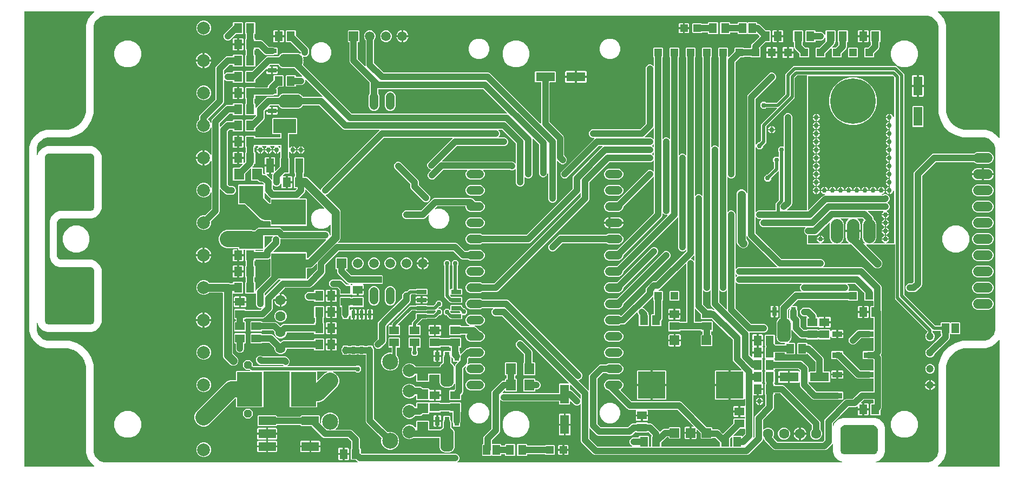
<source format=gbr>
G04 EAGLE Gerber RS-274X export*
G75*
%MOMM*%
%FSLAX34Y34*%
%LPD*%
%INTop Copper*%
%IPPOS*%
%AMOC8*
5,1,8,0,0,1.08239X$1,22.5*%
G01*
%ADD10C,1.350000*%
%ADD11R,1.300000X1.300000*%
%ADD12R,1.300000X1.500000*%
%ADD13R,0.800000X1.400000*%
%ADD14R,0.800000X1.900000*%
%ADD15R,1.500000X1.300000*%
%ADD16C,2.500000*%
%ADD17C,2.000000*%
%ADD18R,0.600000X1.200000*%
%ADD19R,4.000000X5.400000*%
%ADD20R,5.400000X4.000000*%
%ADD21R,3.810000X2.794000*%
%ADD22R,1.500000X1.500000*%
%ADD23R,4.200000X4.200000*%
%ADD24R,1.500000X0.900000*%
%ADD25R,1.400000X0.800000*%
%ADD26R,1.900000X0.800000*%
%ADD27C,1.600000*%
%ADD28C,1.371600*%
%ADD29R,1.528000X0.650000*%
%ADD30R,1.200000X2.250000*%
%ADD31R,3.600000X2.200000*%
%ADD32R,1.600000X1.803000*%
%ADD33R,1.200000X1.200000*%
%ADD34R,2.700000X1.400000*%
%ADD35R,1.803000X1.600000*%
%ADD36P,1.319650X8X112.500000*%
%ADD37C,1.500000*%
%ADD38C,1.905000*%
%ADD39C,7.112000*%
%ADD40R,2.500000X1.000000*%
%ADD41R,1.400000X3.000000*%
%ADD42R,3.000000X1.400000*%
%ADD43R,1.168400X1.600200*%
%ADD44C,1.524000*%
%ADD45C,1.200000*%
%ADD46C,1.016000*%
%ADD47C,0.750000*%
%ADD48C,0.508000*%
%ADD49C,2.540000*%
%ADD50C,1.270000*%

G36*
X507014Y5774D02*
X507014Y5774D01*
X507085Y5776D01*
X507134Y5794D01*
X507186Y5802D01*
X507249Y5836D01*
X507316Y5861D01*
X507357Y5893D01*
X507403Y5918D01*
X507452Y5970D01*
X507508Y6014D01*
X507537Y6058D01*
X507572Y6096D01*
X507603Y6161D01*
X507641Y6221D01*
X507654Y6272D01*
X507676Y6319D01*
X507684Y6390D01*
X507701Y6460D01*
X507697Y6512D01*
X507703Y6563D01*
X507688Y6634D01*
X507682Y6705D01*
X507662Y6753D01*
X507651Y6804D01*
X507614Y6865D01*
X507586Y6931D01*
X507541Y6987D01*
X507525Y7015D01*
X507507Y7030D01*
X507481Y7062D01*
X505464Y9079D01*
X504717Y9826D01*
X504643Y9879D01*
X504574Y9939D01*
X504544Y9951D01*
X504517Y9970D01*
X504430Y9997D01*
X504346Y10031D01*
X504305Y10035D01*
X504282Y10042D01*
X504250Y10041D01*
X504179Y10049D01*
X497678Y10049D01*
X496799Y10928D01*
X496799Y27172D01*
X497730Y28102D01*
X497738Y28104D01*
X497827Y28157D01*
X497918Y28206D01*
X497932Y28220D01*
X497949Y28230D01*
X498016Y28309D01*
X498088Y28384D01*
X498096Y28402D01*
X498109Y28417D01*
X498148Y28513D01*
X498191Y28607D01*
X498193Y28627D01*
X498201Y28645D01*
X498219Y28812D01*
X498219Y38259D01*
X498205Y38349D01*
X498197Y38440D01*
X498185Y38470D01*
X498180Y38502D01*
X498137Y38582D01*
X498101Y38666D01*
X498075Y38698D01*
X498064Y38719D01*
X498041Y38741D01*
X497996Y38797D01*
X493077Y43716D01*
X493003Y43769D01*
X492934Y43829D01*
X492904Y43841D01*
X492877Y43860D01*
X492790Y43887D01*
X492706Y43921D01*
X492665Y43925D01*
X492642Y43932D01*
X492610Y43931D01*
X492539Y43939D01*
X455588Y43939D01*
X453169Y44941D01*
X436034Y62076D01*
X435960Y62129D01*
X435890Y62189D01*
X435860Y62201D01*
X435834Y62220D01*
X435747Y62247D01*
X435662Y62281D01*
X435621Y62285D01*
X435599Y62292D01*
X435567Y62291D01*
X435496Y62299D01*
X419678Y62299D01*
X418799Y63178D01*
X418799Y63458D01*
X418796Y63478D01*
X418798Y63497D01*
X418776Y63599D01*
X418760Y63701D01*
X418750Y63718D01*
X418746Y63738D01*
X418693Y63827D01*
X418644Y63918D01*
X418630Y63932D01*
X418620Y63949D01*
X418541Y64016D01*
X418466Y64088D01*
X418448Y64096D01*
X418433Y64109D01*
X418337Y64148D01*
X418243Y64191D01*
X418223Y64193D01*
X418205Y64201D01*
X418038Y64219D01*
X382062Y64219D01*
X382042Y64216D01*
X382023Y64218D01*
X381921Y64196D01*
X381819Y64180D01*
X381802Y64170D01*
X381782Y64166D01*
X381693Y64113D01*
X381602Y64064D01*
X381588Y64050D01*
X381571Y64040D01*
X381504Y63961D01*
X381432Y63886D01*
X381424Y63868D01*
X381411Y63853D01*
X381372Y63757D01*
X381329Y63663D01*
X381327Y63643D01*
X381319Y63625D01*
X381301Y63458D01*
X381301Y63178D01*
X380422Y62299D01*
X352178Y62299D01*
X351299Y63178D01*
X351299Y78422D01*
X352178Y79301D01*
X380422Y79301D01*
X381301Y78422D01*
X381301Y78142D01*
X381304Y78122D01*
X381302Y78103D01*
X381324Y78001D01*
X381340Y77899D01*
X381350Y77882D01*
X381354Y77862D01*
X381407Y77773D01*
X381456Y77682D01*
X381470Y77668D01*
X381480Y77651D01*
X381559Y77584D01*
X381634Y77512D01*
X381652Y77504D01*
X381667Y77491D01*
X381763Y77452D01*
X381857Y77409D01*
X381877Y77407D01*
X381895Y77399D01*
X382062Y77381D01*
X418038Y77381D01*
X418058Y77384D01*
X418077Y77382D01*
X418179Y77404D01*
X418281Y77420D01*
X418298Y77430D01*
X418318Y77434D01*
X418407Y77487D01*
X418498Y77536D01*
X418512Y77550D01*
X418529Y77560D01*
X418596Y77639D01*
X418668Y77714D01*
X418676Y77732D01*
X418689Y77747D01*
X418728Y77843D01*
X418771Y77937D01*
X418773Y77957D01*
X418781Y77975D01*
X418799Y78142D01*
X418799Y78422D01*
X419678Y79301D01*
X447922Y79301D01*
X448801Y78422D01*
X448801Y68238D01*
X448815Y68148D01*
X448823Y68057D01*
X448835Y68027D01*
X448840Y67995D01*
X448883Y67914D01*
X448919Y67831D01*
X448945Y67798D01*
X448956Y67778D01*
X448979Y67756D01*
X449024Y67700D01*
X449500Y67224D01*
X449558Y67182D01*
X449610Y67132D01*
X449657Y67110D01*
X449699Y67080D01*
X449768Y67059D01*
X449833Y67029D01*
X449885Y67023D01*
X449935Y67008D01*
X450006Y67010D01*
X450077Y67002D01*
X450128Y67013D01*
X450180Y67014D01*
X450248Y67039D01*
X450318Y67054D01*
X450362Y67081D01*
X450411Y67098D01*
X450467Y67143D01*
X450529Y67180D01*
X450563Y67220D01*
X450603Y67252D01*
X450642Y67312D01*
X450689Y67367D01*
X450708Y67415D01*
X450736Y67459D01*
X450754Y67529D01*
X450781Y67595D01*
X450789Y67666D01*
X450797Y67698D01*
X450795Y67721D01*
X450799Y67762D01*
X450799Y72385D01*
X452931Y77531D01*
X456869Y81469D01*
X462015Y83601D01*
X467585Y83601D01*
X472731Y81469D01*
X476669Y77531D01*
X478801Y72385D01*
X478801Y66815D01*
X476669Y61669D01*
X473400Y58400D01*
X473358Y58342D01*
X473309Y58290D01*
X473287Y58243D01*
X473257Y58201D01*
X473236Y58132D01*
X473205Y58067D01*
X473200Y58015D01*
X473184Y57965D01*
X473186Y57894D01*
X473178Y57823D01*
X473189Y57772D01*
X473191Y57720D01*
X473215Y57652D01*
X473231Y57582D01*
X473257Y57537D01*
X473275Y57489D01*
X473320Y57433D01*
X473357Y57371D01*
X473396Y57337D01*
X473429Y57297D01*
X473489Y57258D01*
X473544Y57211D01*
X473592Y57192D01*
X473636Y57164D01*
X473705Y57146D01*
X473772Y57119D01*
X473843Y57111D01*
X473874Y57103D01*
X473898Y57105D01*
X473939Y57101D01*
X496889Y57101D01*
X499308Y56099D01*
X501266Y54141D01*
X510379Y45028D01*
X511381Y42609D01*
X511381Y28812D01*
X511384Y28792D01*
X511382Y28773D01*
X511404Y28671D01*
X511420Y28569D01*
X511430Y28552D01*
X511434Y28532D01*
X511487Y28443D01*
X511536Y28352D01*
X511550Y28338D01*
X511560Y28321D01*
X511639Y28254D01*
X511714Y28182D01*
X511732Y28174D01*
X511747Y28161D01*
X511843Y28122D01*
X511856Y28117D01*
X512801Y27172D01*
X512801Y20671D01*
X512815Y20581D01*
X512823Y20490D01*
X512835Y20460D01*
X512840Y20428D01*
X512883Y20348D01*
X512919Y20264D01*
X512945Y20232D01*
X512956Y20211D01*
X512979Y20189D01*
X513024Y20133D01*
X513653Y19504D01*
X513727Y19451D01*
X513796Y19391D01*
X513826Y19379D01*
X513853Y19360D01*
X513940Y19333D01*
X514024Y19299D01*
X514065Y19295D01*
X514088Y19288D01*
X514120Y19289D01*
X514191Y19281D01*
X661709Y19281D01*
X664128Y18279D01*
X665979Y16428D01*
X666981Y14009D01*
X666981Y11391D01*
X665979Y8972D01*
X664069Y7062D01*
X664027Y7004D01*
X663978Y6952D01*
X663956Y6905D01*
X663925Y6863D01*
X663904Y6794D01*
X663874Y6729D01*
X663868Y6677D01*
X663853Y6627D01*
X663855Y6556D01*
X663847Y6485D01*
X663858Y6434D01*
X663859Y6382D01*
X663884Y6314D01*
X663899Y6244D01*
X663926Y6199D01*
X663944Y6151D01*
X663989Y6095D01*
X664025Y6033D01*
X664065Y5999D01*
X664097Y5959D01*
X664158Y5920D01*
X664212Y5873D01*
X664261Y5854D01*
X664304Y5826D01*
X664374Y5808D01*
X664440Y5781D01*
X664512Y5773D01*
X664543Y5765D01*
X664566Y5767D01*
X664607Y5763D01*
X1265336Y5763D01*
X1265432Y5778D01*
X1265529Y5788D01*
X1265553Y5798D01*
X1265579Y5802D01*
X1265665Y5848D01*
X1265754Y5888D01*
X1265773Y5905D01*
X1265796Y5918D01*
X1265863Y5988D01*
X1265935Y6054D01*
X1265948Y6077D01*
X1265966Y6096D01*
X1266007Y6184D01*
X1266054Y6270D01*
X1266058Y6295D01*
X1266069Y6319D01*
X1266080Y6416D01*
X1266097Y6512D01*
X1266093Y6538D01*
X1266096Y6563D01*
X1266076Y6659D01*
X1266061Y6755D01*
X1266050Y6778D01*
X1266044Y6804D01*
X1265994Y6887D01*
X1265950Y6974D01*
X1265931Y6993D01*
X1265918Y7015D01*
X1265844Y7078D01*
X1265774Y7146D01*
X1265746Y7162D01*
X1265731Y7175D01*
X1265700Y7187D01*
X1265627Y7227D01*
X1259542Y9748D01*
X1254348Y14942D01*
X1251537Y21728D01*
X1251537Y33893D01*
X1251526Y33964D01*
X1251524Y34035D01*
X1251506Y34084D01*
X1251498Y34136D01*
X1251464Y34199D01*
X1251439Y34266D01*
X1251407Y34307D01*
X1251382Y34353D01*
X1251330Y34402D01*
X1251286Y34458D01*
X1251242Y34487D01*
X1251204Y34522D01*
X1251139Y34553D01*
X1251079Y34591D01*
X1251028Y34604D01*
X1250981Y34626D01*
X1250910Y34634D01*
X1250840Y34651D01*
X1250788Y34647D01*
X1250737Y34653D01*
X1250666Y34638D01*
X1250595Y34632D01*
X1250547Y34612D01*
X1250496Y34601D01*
X1250435Y34564D01*
X1250369Y34536D01*
X1250313Y34491D01*
X1250285Y34475D01*
X1250270Y34457D01*
X1250238Y34431D01*
X1248221Y32414D01*
X1241978Y26171D01*
X1239559Y25169D01*
X1160741Y25169D01*
X1158322Y26171D01*
X1144371Y40122D01*
X1143415Y42430D01*
X1143364Y42513D01*
X1143318Y42599D01*
X1143299Y42617D01*
X1143286Y42639D01*
X1143211Y42701D01*
X1143140Y42768D01*
X1143116Y42779D01*
X1143096Y42796D01*
X1143005Y42831D01*
X1142917Y42872D01*
X1142891Y42875D01*
X1142867Y42884D01*
X1142769Y42888D01*
X1142673Y42899D01*
X1142647Y42893D01*
X1142621Y42894D01*
X1142527Y42867D01*
X1142432Y42847D01*
X1142410Y42833D01*
X1142385Y42826D01*
X1142305Y42770D01*
X1142221Y42720D01*
X1142204Y42701D01*
X1142183Y42686D01*
X1142124Y42607D01*
X1142061Y42533D01*
X1142051Y42509D01*
X1142036Y42488D01*
X1142006Y42396D01*
X1141969Y42305D01*
X1141966Y42273D01*
X1141960Y42254D01*
X1141960Y42221D01*
X1141951Y42139D01*
X1141951Y41861D01*
X1140949Y39442D01*
X1119924Y18417D01*
X1117505Y17415D01*
X878921Y17415D01*
X876503Y18417D01*
X874544Y20375D01*
X858021Y36899D01*
X857019Y39317D01*
X857019Y96575D01*
X857008Y96646D01*
X857006Y96717D01*
X856988Y96766D01*
X856980Y96818D01*
X856946Y96881D01*
X856921Y96948D01*
X856889Y96989D01*
X856864Y97035D01*
X856812Y97084D01*
X856768Y97140D01*
X856724Y97169D01*
X856686Y97204D01*
X856621Y97235D01*
X856561Y97273D01*
X856510Y97286D01*
X856463Y97308D01*
X856392Y97316D01*
X856322Y97333D01*
X856270Y97329D01*
X856219Y97335D01*
X856148Y97320D01*
X856077Y97314D01*
X856029Y97294D01*
X855978Y97283D01*
X855917Y97246D01*
X855851Y97218D01*
X855795Y97173D01*
X855767Y97157D01*
X855752Y97139D01*
X855720Y97113D01*
X854628Y96021D01*
X852209Y95019D01*
X849591Y95019D01*
X847172Y96021D01*
X841650Y101543D01*
X841592Y101585D01*
X841540Y101634D01*
X841493Y101656D01*
X841451Y101687D01*
X841382Y101708D01*
X841317Y101738D01*
X841265Y101744D01*
X841215Y101759D01*
X841144Y101757D01*
X841073Y101765D01*
X841022Y101754D01*
X840970Y101753D01*
X840902Y101728D01*
X840832Y101713D01*
X840787Y101686D01*
X840739Y101668D01*
X840683Y101623D01*
X840621Y101587D01*
X840587Y101547D01*
X840547Y101515D01*
X840508Y101454D01*
X840461Y101400D01*
X840442Y101351D01*
X840414Y101308D01*
X840396Y101238D01*
X840369Y101172D01*
X840361Y101100D01*
X840353Y101069D01*
X840355Y101046D01*
X840351Y101005D01*
X840351Y97278D01*
X839472Y96399D01*
X824228Y96399D01*
X823349Y97278D01*
X823349Y100608D01*
X823346Y100628D01*
X823348Y100647D01*
X823326Y100749D01*
X823310Y100851D01*
X823300Y100868D01*
X823296Y100888D01*
X823243Y100977D01*
X823194Y101068D01*
X823180Y101082D01*
X823170Y101099D01*
X823091Y101166D01*
X823016Y101238D01*
X822998Y101246D01*
X822983Y101259D01*
X822887Y101298D01*
X822793Y101341D01*
X822773Y101343D01*
X822755Y101351D01*
X822588Y101369D01*
X735291Y101369D01*
X732872Y102371D01*
X731780Y103463D01*
X731722Y103505D01*
X731670Y103554D01*
X731623Y103576D01*
X731581Y103607D01*
X731512Y103628D01*
X731447Y103658D01*
X731395Y103664D01*
X731345Y103679D01*
X731274Y103677D01*
X731203Y103685D01*
X731152Y103674D01*
X731100Y103673D01*
X731032Y103648D01*
X730962Y103633D01*
X730917Y103606D01*
X730869Y103588D01*
X730813Y103543D01*
X730751Y103507D01*
X730717Y103467D01*
X730677Y103435D01*
X730638Y103374D01*
X730591Y103320D01*
X730572Y103271D01*
X730544Y103228D01*
X730526Y103158D01*
X730499Y103092D01*
X730491Y103020D01*
X730483Y102989D01*
X730485Y102966D01*
X730481Y102925D01*
X730481Y54571D01*
X729479Y52152D01*
X718004Y40677D01*
X717951Y40603D01*
X717891Y40534D01*
X717879Y40504D01*
X717860Y40477D01*
X717833Y40390D01*
X717799Y40306D01*
X717795Y40265D01*
X717788Y40242D01*
X717789Y40210D01*
X717781Y40139D01*
X717781Y35663D01*
X717784Y35643D01*
X717782Y35624D01*
X717804Y35522D01*
X717820Y35420D01*
X717830Y35403D01*
X717834Y35383D01*
X717887Y35294D01*
X717936Y35203D01*
X717950Y35189D01*
X717960Y35172D01*
X718039Y35105D01*
X718114Y35033D01*
X718132Y35025D01*
X718147Y35012D01*
X718243Y34973D01*
X718337Y34930D01*
X718357Y34928D01*
X718375Y34920D01*
X718542Y34902D01*
X731634Y34902D01*
X732513Y34023D01*
X732513Y32742D01*
X732516Y32722D01*
X732514Y32703D01*
X732536Y32601D01*
X732552Y32499D01*
X732562Y32482D01*
X732566Y32462D01*
X732619Y32373D01*
X732668Y32282D01*
X732682Y32268D01*
X732692Y32251D01*
X732771Y32184D01*
X732846Y32112D01*
X732864Y32104D01*
X732879Y32091D01*
X732975Y32052D01*
X733069Y32009D01*
X733089Y32007D01*
X733107Y31999D01*
X733274Y31981D01*
X737388Y31981D01*
X737408Y31984D01*
X737427Y31982D01*
X737529Y32004D01*
X737631Y32020D01*
X737648Y32030D01*
X737668Y32034D01*
X737757Y32087D01*
X737848Y32136D01*
X737862Y32150D01*
X737879Y32160D01*
X737946Y32239D01*
X738018Y32314D01*
X738026Y32332D01*
X738039Y32347D01*
X738078Y32443D01*
X738121Y32537D01*
X738123Y32557D01*
X738131Y32575D01*
X738149Y32742D01*
X738149Y33522D01*
X739028Y34401D01*
X753272Y34401D01*
X754151Y33522D01*
X754151Y17278D01*
X753272Y16399D01*
X739028Y16399D01*
X738149Y17278D01*
X738149Y18058D01*
X738146Y18078D01*
X738148Y18097D01*
X738126Y18199D01*
X738110Y18301D01*
X738100Y18318D01*
X738096Y18338D01*
X738043Y18427D01*
X737994Y18518D01*
X737980Y18532D01*
X737970Y18549D01*
X737891Y18616D01*
X737816Y18688D01*
X737798Y18696D01*
X737783Y18709D01*
X737687Y18748D01*
X737593Y18791D01*
X737573Y18793D01*
X737555Y18801D01*
X737388Y18819D01*
X733274Y18819D01*
X733254Y18816D01*
X733235Y18818D01*
X733133Y18796D01*
X733031Y18780D01*
X733014Y18770D01*
X732994Y18766D01*
X732905Y18713D01*
X732814Y18664D01*
X732800Y18650D01*
X732783Y18640D01*
X732716Y18561D01*
X732644Y18486D01*
X732636Y18468D01*
X732623Y18453D01*
X732584Y18357D01*
X732541Y18263D01*
X732539Y18243D01*
X732531Y18225D01*
X732513Y18058D01*
X732513Y16777D01*
X731634Y15898D01*
X718706Y15898D01*
X718088Y16516D01*
X718072Y16528D01*
X718060Y16544D01*
X717972Y16600D01*
X717889Y16660D01*
X717870Y16666D01*
X717853Y16677D01*
X717752Y16702D01*
X717653Y16732D01*
X717634Y16732D01*
X717614Y16737D01*
X717511Y16729D01*
X717408Y16726D01*
X717389Y16719D01*
X717369Y16717D01*
X717274Y16677D01*
X717177Y16641D01*
X717161Y16629D01*
X717143Y16621D01*
X717012Y16516D01*
X716394Y15898D01*
X703466Y15898D01*
X702587Y16777D01*
X702587Y34023D01*
X703466Y34902D01*
X703858Y34902D01*
X703878Y34905D01*
X703897Y34903D01*
X703999Y34925D01*
X704101Y34941D01*
X704118Y34951D01*
X704138Y34955D01*
X704227Y35008D01*
X704318Y35057D01*
X704332Y35071D01*
X704349Y35081D01*
X704416Y35160D01*
X704488Y35235D01*
X704496Y35253D01*
X704509Y35268D01*
X704548Y35364D01*
X704591Y35458D01*
X704593Y35478D01*
X704601Y35496D01*
X704619Y35663D01*
X704619Y44489D01*
X705621Y46908D01*
X717096Y58383D01*
X717149Y58457D01*
X717209Y58526D01*
X717221Y58556D01*
X717240Y58583D01*
X717267Y58670D01*
X717301Y58754D01*
X717305Y58795D01*
X717312Y58818D01*
X717311Y58850D01*
X717319Y58921D01*
X717319Y115609D01*
X718321Y118028D01*
X732872Y132579D01*
X735291Y133581D01*
X737518Y133581D01*
X737538Y133584D01*
X737557Y133582D01*
X737659Y133604D01*
X737761Y133620D01*
X737778Y133630D01*
X737798Y133634D01*
X737887Y133687D01*
X737978Y133736D01*
X737992Y133750D01*
X738009Y133760D01*
X738076Y133839D01*
X738148Y133914D01*
X738156Y133932D01*
X738169Y133947D01*
X738208Y134043D01*
X738251Y134137D01*
X738253Y134157D01*
X738261Y134175D01*
X738279Y134342D01*
X738279Y136637D01*
X739158Y137516D01*
X740438Y137516D01*
X740458Y137519D01*
X740477Y137517D01*
X740579Y137539D01*
X740681Y137555D01*
X740698Y137565D01*
X740718Y137569D01*
X740807Y137622D01*
X740898Y137671D01*
X740912Y137685D01*
X740929Y137695D01*
X740996Y137774D01*
X741068Y137849D01*
X741076Y137867D01*
X741089Y137882D01*
X741128Y137978D01*
X741171Y138072D01*
X741173Y138092D01*
X741181Y138110D01*
X741199Y138277D01*
X741199Y141123D01*
X741196Y141143D01*
X741198Y141162D01*
X741176Y141264D01*
X741160Y141366D01*
X741150Y141383D01*
X741146Y141403D01*
X741093Y141492D01*
X741044Y141583D01*
X741030Y141597D01*
X741020Y141614D01*
X740941Y141681D01*
X740866Y141753D01*
X740848Y141761D01*
X740833Y141774D01*
X740737Y141813D01*
X740643Y141856D01*
X740623Y141858D01*
X740605Y141866D01*
X740438Y141884D01*
X739158Y141884D01*
X738279Y142763D01*
X738279Y162037D01*
X739158Y162916D01*
X756402Y162916D01*
X757281Y162037D01*
X757281Y142763D01*
X756402Y141884D01*
X755122Y141884D01*
X755102Y141881D01*
X755083Y141883D01*
X754981Y141861D01*
X754879Y141845D01*
X754862Y141835D01*
X754842Y141831D01*
X754753Y141778D01*
X754662Y141729D01*
X754648Y141715D01*
X754631Y141705D01*
X754564Y141626D01*
X754492Y141551D01*
X754484Y141533D01*
X754471Y141518D01*
X754432Y141422D01*
X754389Y141328D01*
X754387Y141308D01*
X754379Y141290D01*
X754361Y141123D01*
X754361Y138277D01*
X754364Y138257D01*
X754362Y138238D01*
X754384Y138136D01*
X754400Y138034D01*
X754410Y138017D01*
X754414Y137997D01*
X754467Y137908D01*
X754516Y137817D01*
X754530Y137803D01*
X754540Y137786D01*
X754619Y137719D01*
X754694Y137647D01*
X754712Y137639D01*
X754727Y137626D01*
X754823Y137587D01*
X754917Y137544D01*
X754937Y137542D01*
X754955Y137534D01*
X755122Y137516D01*
X756402Y137516D01*
X757281Y136637D01*
X757281Y117363D01*
X756402Y116484D01*
X739158Y116484D01*
X738279Y117363D01*
X738279Y117535D01*
X738268Y117606D01*
X738266Y117677D01*
X738248Y117726D01*
X738240Y117778D01*
X738206Y117841D01*
X738181Y117908D01*
X738149Y117949D01*
X738124Y117995D01*
X738073Y118044D01*
X738028Y118100D01*
X737984Y118129D01*
X737946Y118164D01*
X737881Y118195D01*
X737821Y118233D01*
X737770Y118246D01*
X737723Y118268D01*
X737652Y118276D01*
X737582Y118293D01*
X737530Y118289D01*
X737479Y118295D01*
X737408Y118280D01*
X737337Y118274D01*
X737289Y118254D01*
X737238Y118243D01*
X737177Y118206D01*
X737111Y118178D01*
X737055Y118133D01*
X737027Y118117D01*
X737012Y118099D01*
X736980Y118073D01*
X734737Y115830D01*
X734695Y115772D01*
X734646Y115720D01*
X734624Y115673D01*
X734593Y115631D01*
X734572Y115562D01*
X734542Y115497D01*
X734536Y115445D01*
X734521Y115395D01*
X734523Y115324D01*
X734515Y115253D01*
X734526Y115202D01*
X734527Y115150D01*
X734552Y115082D01*
X734567Y115012D01*
X734594Y114968D01*
X734612Y114919D01*
X734657Y114863D01*
X734693Y114801D01*
X734733Y114767D01*
X734765Y114727D01*
X734826Y114688D01*
X734880Y114641D01*
X734929Y114622D01*
X734972Y114594D01*
X735042Y114576D01*
X735108Y114549D01*
X735180Y114541D01*
X735211Y114533D01*
X735234Y114535D01*
X735275Y114531D01*
X822588Y114531D01*
X822608Y114534D01*
X822627Y114532D01*
X822729Y114554D01*
X822831Y114570D01*
X822848Y114580D01*
X822868Y114584D01*
X822957Y114637D01*
X823048Y114686D01*
X823062Y114700D01*
X823079Y114710D01*
X823146Y114789D01*
X823218Y114864D01*
X823226Y114882D01*
X823239Y114897D01*
X823278Y114993D01*
X823321Y115087D01*
X823323Y115107D01*
X823331Y115125D01*
X823349Y115292D01*
X823349Y128522D01*
X824228Y129401D01*
X837355Y129401D01*
X837426Y129412D01*
X837497Y129414D01*
X837546Y129432D01*
X837598Y129440D01*
X837661Y129474D01*
X837728Y129499D01*
X837769Y129531D01*
X837815Y129556D01*
X837864Y129608D01*
X837920Y129652D01*
X837949Y129696D01*
X837984Y129734D01*
X838015Y129799D01*
X838053Y129859D01*
X838066Y129910D01*
X838088Y129957D01*
X838096Y130028D01*
X838113Y130098D01*
X838109Y130150D01*
X838115Y130201D01*
X838100Y130272D01*
X838094Y130343D01*
X838074Y130391D01*
X838063Y130442D01*
X838026Y130503D01*
X837998Y130569D01*
X837953Y130625D01*
X837937Y130653D01*
X837927Y130661D01*
X837925Y130665D01*
X837915Y130673D01*
X837893Y130700D01*
X734097Y234496D01*
X734023Y234549D01*
X733954Y234609D01*
X733924Y234621D01*
X733897Y234640D01*
X733810Y234667D01*
X733726Y234701D01*
X733685Y234705D01*
X733662Y234712D01*
X733630Y234711D01*
X733559Y234719D01*
X722591Y234719D01*
X720172Y235721D01*
X718321Y237572D01*
X717319Y239991D01*
X717319Y242609D01*
X718321Y245028D01*
X719413Y246120D01*
X719455Y246178D01*
X719504Y246230D01*
X719526Y246277D01*
X719557Y246319D01*
X719578Y246388D01*
X719608Y246453D01*
X719614Y246505D01*
X719629Y246555D01*
X719627Y246626D01*
X719635Y246697D01*
X719624Y246748D01*
X719623Y246800D01*
X719598Y246868D01*
X719583Y246938D01*
X719556Y246983D01*
X719538Y247031D01*
X719493Y247087D01*
X719457Y247149D01*
X719417Y247183D01*
X719385Y247223D01*
X719324Y247262D01*
X719270Y247309D01*
X719221Y247328D01*
X719178Y247356D01*
X719108Y247374D01*
X719042Y247401D01*
X718970Y247409D01*
X718939Y247417D01*
X718916Y247415D01*
X718875Y247419D01*
X703903Y247419D01*
X703813Y247405D01*
X703722Y247397D01*
X703692Y247385D01*
X703660Y247380D01*
X703579Y247337D01*
X703496Y247301D01*
X703463Y247275D01*
X703443Y247264D01*
X703431Y247252D01*
X703430Y247251D01*
X703418Y247239D01*
X703365Y247196D01*
X703174Y247005D01*
X700141Y245749D01*
X683359Y245749D01*
X680326Y247005D01*
X678005Y249326D01*
X676749Y252359D01*
X676749Y255641D01*
X678005Y258674D01*
X680326Y260995D01*
X683359Y262251D01*
X700141Y262251D01*
X703174Y260995D01*
X703365Y260804D01*
X703439Y260751D01*
X703508Y260691D01*
X703538Y260679D01*
X703564Y260660D01*
X703651Y260633D01*
X703736Y260599D01*
X703777Y260595D01*
X703799Y260588D01*
X703832Y260589D01*
X703903Y260581D01*
X741699Y260581D01*
X744117Y259579D01*
X858374Y145323D01*
X859376Y142904D01*
X859376Y140286D01*
X858374Y137867D01*
X856523Y136016D01*
X854104Y135014D01*
X854030Y135014D01*
X853960Y135003D01*
X853888Y135001D01*
X853839Y134983D01*
X853787Y134974D01*
X853724Y134941D01*
X853657Y134916D01*
X853616Y134884D01*
X853570Y134859D01*
X853521Y134807D01*
X853465Y134763D01*
X853437Y134719D01*
X853401Y134681D01*
X853371Y134616D01*
X853332Y134556D01*
X853319Y134505D01*
X853297Y134458D01*
X853289Y134387D01*
X853272Y134317D01*
X853276Y134265D01*
X853270Y134213D01*
X853285Y134143D01*
X853291Y134072D01*
X853311Y134024D01*
X853322Y133973D01*
X853359Y133911D01*
X853387Y133846D01*
X853432Y133790D01*
X853448Y133762D01*
X853466Y133747D01*
X853492Y133715D01*
X868420Y118787D01*
X868478Y118745D01*
X868530Y118696D01*
X868577Y118674D01*
X868619Y118643D01*
X868688Y118622D01*
X868753Y118592D01*
X868805Y118586D01*
X868855Y118571D01*
X868926Y118573D01*
X868997Y118565D01*
X869048Y118576D01*
X869100Y118577D01*
X869168Y118602D01*
X869238Y118617D01*
X869282Y118644D01*
X869331Y118662D01*
X869387Y118707D01*
X869449Y118743D01*
X869483Y118783D01*
X869523Y118815D01*
X869562Y118876D01*
X869609Y118930D01*
X869628Y118979D01*
X869656Y119022D01*
X869674Y119092D01*
X869701Y119158D01*
X869709Y119230D01*
X869717Y119261D01*
X869715Y119284D01*
X869719Y119325D01*
X869719Y141009D01*
X870721Y143428D01*
X885272Y157979D01*
X887691Y158981D01*
X896297Y158981D01*
X896387Y158995D01*
X896478Y159003D01*
X896508Y159015D01*
X896540Y159020D01*
X896620Y159063D01*
X896704Y159099D01*
X896737Y159125D01*
X896757Y159136D01*
X896779Y159159D01*
X896835Y159204D01*
X897026Y159395D01*
X900059Y160651D01*
X916841Y160651D01*
X919874Y159395D01*
X922195Y157074D01*
X923451Y154041D01*
X923451Y150759D01*
X922195Y147726D01*
X919874Y145405D01*
X916841Y144149D01*
X900059Y144149D01*
X897026Y145405D01*
X896835Y145596D01*
X896761Y145649D01*
X896692Y145709D01*
X896662Y145721D01*
X896636Y145740D01*
X896549Y145767D01*
X896464Y145801D01*
X896423Y145805D01*
X896401Y145812D01*
X896368Y145811D01*
X896297Y145819D01*
X892041Y145819D01*
X891951Y145805D01*
X891860Y145797D01*
X891830Y145785D01*
X891798Y145780D01*
X891718Y145737D01*
X891634Y145701D01*
X891602Y145675D01*
X891581Y145664D01*
X891559Y145641D01*
X891503Y145596D01*
X883104Y137197D01*
X883051Y137123D01*
X882991Y137054D01*
X882979Y137024D01*
X882960Y136997D01*
X882933Y136910D01*
X882899Y136826D01*
X882895Y136785D01*
X882888Y136762D01*
X882889Y136730D01*
X882881Y136659D01*
X882881Y66541D01*
X882895Y66451D01*
X882903Y66360D01*
X882915Y66330D01*
X882920Y66298D01*
X882963Y66218D01*
X882999Y66134D01*
X883025Y66102D01*
X883036Y66081D01*
X883059Y66059D01*
X883104Y66003D01*
X888303Y60804D01*
X888377Y60751D01*
X888446Y60691D01*
X888476Y60679D01*
X888503Y60660D01*
X888590Y60633D01*
X888674Y60599D01*
X888715Y60595D01*
X888738Y60588D01*
X888770Y60589D01*
X888841Y60581D01*
X930409Y60581D01*
X930499Y60595D01*
X930590Y60603D01*
X930620Y60615D01*
X930652Y60620D01*
X930732Y60663D01*
X930816Y60699D01*
X930848Y60725D01*
X930869Y60736D01*
X930891Y60759D01*
X930947Y60804D01*
X936072Y65929D01*
X938491Y66931D01*
X942738Y66931D01*
X942758Y66934D01*
X942777Y66932D01*
X942879Y66954D01*
X942981Y66970D01*
X942998Y66980D01*
X943018Y66984D01*
X943107Y67037D01*
X943198Y67086D01*
X943212Y67100D01*
X943229Y67110D01*
X943296Y67189D01*
X943368Y67264D01*
X943376Y67282D01*
X943389Y67297D01*
X943428Y67393D01*
X943433Y67406D01*
X944378Y68351D01*
X960622Y68351D01*
X961552Y67420D01*
X961554Y67412D01*
X961607Y67323D01*
X961656Y67232D01*
X961670Y67218D01*
X961680Y67201D01*
X961759Y67134D01*
X961834Y67062D01*
X961852Y67054D01*
X961867Y67041D01*
X961963Y67002D01*
X962057Y66959D01*
X962077Y66957D01*
X962095Y66949D01*
X962262Y66931D01*
X966509Y66931D01*
X968928Y65929D01*
X980279Y54578D01*
X980309Y54504D01*
X980333Y54465D01*
X980349Y54422D01*
X980398Y54362D01*
X980439Y54295D01*
X980474Y54266D01*
X980503Y54230D01*
X980568Y54188D01*
X980628Y54139D01*
X980671Y54122D01*
X980710Y54097D01*
X980785Y54078D01*
X980858Y54050D01*
X980904Y54048D01*
X980948Y54037D01*
X981026Y54043D01*
X981104Y54040D01*
X981148Y54053D01*
X981194Y54056D01*
X981265Y54087D01*
X981340Y54108D01*
X981378Y54135D01*
X981420Y54153D01*
X981477Y54198D01*
X981487Y54204D01*
X981498Y54215D01*
X981526Y54238D01*
X981542Y54249D01*
X981545Y54253D01*
X981551Y54257D01*
X982914Y55621D01*
X984872Y57579D01*
X987291Y58581D01*
X993938Y58581D01*
X993958Y58584D01*
X993977Y58582D01*
X994079Y58604D01*
X994181Y58620D01*
X994198Y58630D01*
X994218Y58634D01*
X994307Y58687D01*
X994398Y58736D01*
X994412Y58750D01*
X994429Y58760D01*
X994496Y58839D01*
X994568Y58914D01*
X994576Y58932D01*
X994589Y58947D01*
X994628Y59043D01*
X994671Y59137D01*
X994673Y59157D01*
X994681Y59175D01*
X994699Y59342D01*
X994699Y60122D01*
X995578Y61001D01*
X1011822Y61001D01*
X1012701Y60122D01*
X1012701Y43878D01*
X1011822Y42999D01*
X995578Y42999D01*
X994699Y43878D01*
X994699Y44658D01*
X994696Y44678D01*
X994698Y44697D01*
X994676Y44799D01*
X994660Y44901D01*
X994650Y44918D01*
X994646Y44938D01*
X994593Y45027D01*
X994544Y45118D01*
X994530Y45132D01*
X994520Y45149D01*
X994441Y45216D01*
X994366Y45288D01*
X994348Y45296D01*
X994333Y45309D01*
X994237Y45348D01*
X994143Y45391D01*
X994123Y45393D01*
X994105Y45401D01*
X993938Y45419D01*
X991641Y45419D01*
X991551Y45405D01*
X991460Y45397D01*
X991430Y45385D01*
X991398Y45380D01*
X991318Y45337D01*
X991234Y45301D01*
X991202Y45275D01*
X991181Y45264D01*
X991159Y45241D01*
X991103Y45196D01*
X982924Y37017D01*
X982871Y36943D01*
X982811Y36874D01*
X982799Y36844D01*
X982780Y36817D01*
X982753Y36730D01*
X982719Y36646D01*
X982715Y36605D01*
X982708Y36582D01*
X982709Y36550D01*
X982701Y36479D01*
X982701Y31338D01*
X982704Y31318D01*
X982702Y31299D01*
X982724Y31197D01*
X982740Y31095D01*
X982750Y31078D01*
X982754Y31058D01*
X982807Y30969D01*
X982856Y30878D01*
X982870Y30864D01*
X982880Y30847D01*
X982959Y30780D01*
X983034Y30708D01*
X983052Y30700D01*
X983067Y30687D01*
X983163Y30648D01*
X983257Y30605D01*
X983277Y30603D01*
X983295Y30595D01*
X983462Y30577D01*
X1073938Y30577D01*
X1073958Y30580D01*
X1073977Y30578D01*
X1074079Y30600D01*
X1074181Y30616D01*
X1074198Y30626D01*
X1074218Y30630D01*
X1074307Y30683D01*
X1074398Y30732D01*
X1074412Y30746D01*
X1074429Y30756D01*
X1074496Y30835D01*
X1074568Y30910D01*
X1074576Y30928D01*
X1074589Y30943D01*
X1074628Y31039D01*
X1074671Y31133D01*
X1074673Y31153D01*
X1074681Y31171D01*
X1074699Y31338D01*
X1074699Y36479D01*
X1074685Y36569D01*
X1074677Y36660D01*
X1074665Y36690D01*
X1074660Y36722D01*
X1074617Y36802D01*
X1074581Y36886D01*
X1074555Y36918D01*
X1074544Y36939D01*
X1074521Y36961D01*
X1074476Y37017D01*
X1067497Y43996D01*
X1067423Y44049D01*
X1067354Y44109D01*
X1067324Y44121D01*
X1067297Y44140D01*
X1067210Y44167D01*
X1067126Y44201D01*
X1067085Y44205D01*
X1067062Y44212D01*
X1067030Y44211D01*
X1066959Y44219D01*
X1063357Y44219D01*
X1063267Y44205D01*
X1063176Y44197D01*
X1063146Y44185D01*
X1063114Y44180D01*
X1063034Y44137D01*
X1062950Y44101D01*
X1062918Y44075D01*
X1062897Y44064D01*
X1062875Y44041D01*
X1062819Y43996D01*
X1061822Y42999D01*
X1045578Y42999D01*
X1044699Y43878D01*
X1044699Y51379D01*
X1044685Y51469D01*
X1044677Y51560D01*
X1044665Y51590D01*
X1044660Y51622D01*
X1044617Y51702D01*
X1044581Y51786D01*
X1044555Y51818D01*
X1044544Y51839D01*
X1044521Y51861D01*
X1044476Y51917D01*
X1039500Y56893D01*
X1039442Y56935D01*
X1039390Y56984D01*
X1039343Y57006D01*
X1039301Y57037D01*
X1039232Y57058D01*
X1039167Y57088D01*
X1039115Y57094D01*
X1039065Y57109D01*
X1038994Y57107D01*
X1038923Y57115D01*
X1038872Y57104D01*
X1038820Y57103D01*
X1038752Y57078D01*
X1038682Y57063D01*
X1038638Y57036D01*
X1038589Y57018D01*
X1038533Y56973D01*
X1038471Y56937D01*
X1038437Y56897D01*
X1038397Y56865D01*
X1038358Y56804D01*
X1038311Y56750D01*
X1038292Y56701D01*
X1038264Y56658D01*
X1038246Y56588D01*
X1038219Y56522D01*
X1038211Y56450D01*
X1038203Y56419D01*
X1038205Y56396D01*
X1038201Y56355D01*
X1038201Y53523D01*
X1030223Y53523D01*
X1030223Y61501D01*
X1033055Y61501D01*
X1033126Y61512D01*
X1033197Y61514D01*
X1033246Y61532D01*
X1033298Y61540D01*
X1033361Y61574D01*
X1033428Y61599D01*
X1033469Y61631D01*
X1033515Y61656D01*
X1033564Y61707D01*
X1033620Y61752D01*
X1033649Y61796D01*
X1033684Y61834D01*
X1033715Y61899D01*
X1033753Y61959D01*
X1033766Y62010D01*
X1033788Y62057D01*
X1033796Y62128D01*
X1033813Y62198D01*
X1033809Y62250D01*
X1033815Y62301D01*
X1033800Y62372D01*
X1033794Y62443D01*
X1033774Y62491D01*
X1033763Y62542D01*
X1033726Y62603D01*
X1033698Y62669D01*
X1033653Y62725D01*
X1033637Y62753D01*
X1033619Y62768D01*
X1033593Y62800D01*
X1008231Y88162D01*
X1008157Y88215D01*
X1008088Y88275D01*
X1008058Y88287D01*
X1008031Y88306D01*
X1007944Y88333D01*
X1007860Y88367D01*
X1007819Y88371D01*
X1007796Y88378D01*
X1007764Y88377D01*
X1007693Y88385D01*
X962132Y88385D01*
X962061Y88374D01*
X961989Y88372D01*
X961941Y88354D01*
X961889Y88346D01*
X961826Y88312D01*
X961758Y88287D01*
X961718Y88255D01*
X961672Y88230D01*
X961622Y88178D01*
X961566Y88134D01*
X961538Y88090D01*
X961502Y88052D01*
X961472Y87987D01*
X961433Y87927D01*
X961421Y87876D01*
X961399Y87829D01*
X961391Y87758D01*
X961373Y87688D01*
X961377Y87636D01*
X961372Y87585D01*
X961387Y87514D01*
X961393Y87443D01*
X961413Y87395D01*
X961424Y87344D01*
X961461Y87283D01*
X961489Y87217D01*
X961534Y87161D01*
X961550Y87133D01*
X961568Y87118D01*
X961594Y87086D01*
X961601Y87078D01*
X961864Y86622D01*
X962001Y86113D01*
X962001Y80873D01*
X953262Y80873D01*
X953242Y80870D01*
X953223Y80872D01*
X953121Y80850D01*
X953019Y80833D01*
X953002Y80824D01*
X952982Y80820D01*
X952893Y80767D01*
X952802Y80718D01*
X952788Y80704D01*
X952771Y80694D01*
X952704Y80615D01*
X952633Y80540D01*
X952624Y80522D01*
X952611Y80507D01*
X952572Y80411D01*
X952529Y80317D01*
X952527Y80297D01*
X952519Y80279D01*
X952501Y80112D01*
X952501Y79349D01*
X952499Y79349D01*
X952499Y80112D01*
X952496Y80132D01*
X952498Y80151D01*
X952476Y80253D01*
X952459Y80355D01*
X952450Y80372D01*
X952446Y80392D01*
X952393Y80481D01*
X952344Y80572D01*
X952330Y80586D01*
X952320Y80603D01*
X952241Y80670D01*
X952166Y80741D01*
X952148Y80750D01*
X952133Y80763D01*
X952037Y80802D01*
X951943Y80845D01*
X951923Y80847D01*
X951905Y80855D01*
X951738Y80873D01*
X942999Y80873D01*
X942999Y86113D01*
X943136Y86622D01*
X943399Y87078D01*
X943406Y87086D01*
X943448Y87144D01*
X943498Y87196D01*
X943519Y87243D01*
X943550Y87285D01*
X943571Y87354D01*
X943601Y87419D01*
X943607Y87471D01*
X943622Y87520D01*
X943620Y87592D01*
X943628Y87663D01*
X943617Y87714D01*
X943616Y87766D01*
X943591Y87834D01*
X943576Y87904D01*
X943549Y87948D01*
X943531Y87997D01*
X943487Y88053D01*
X943450Y88115D01*
X943410Y88149D01*
X943378Y88189D01*
X943317Y88228D01*
X943263Y88275D01*
X943215Y88294D01*
X943171Y88322D01*
X943101Y88340D01*
X943035Y88367D01*
X942964Y88375D01*
X942932Y88383D01*
X942909Y88381D01*
X942868Y88385D01*
X932425Y88385D01*
X930006Y89387D01*
X928048Y91345D01*
X900867Y118526D01*
X900793Y118579D01*
X900724Y118639D01*
X900694Y118651D01*
X900667Y118670D01*
X900580Y118697D01*
X900496Y118731D01*
X900455Y118735D01*
X900432Y118742D01*
X900400Y118741D01*
X900329Y118749D01*
X900059Y118749D01*
X897026Y120005D01*
X894705Y122326D01*
X893449Y125359D01*
X893449Y128641D01*
X894705Y131674D01*
X897026Y133995D01*
X900059Y135251D01*
X916841Y135251D01*
X919874Y133995D01*
X922195Y131674D01*
X923451Y128641D01*
X923451Y125359D01*
X922195Y122326D01*
X919874Y120005D01*
X919602Y119893D01*
X919563Y119869D01*
X919520Y119853D01*
X919459Y119804D01*
X919393Y119763D01*
X919364Y119728D01*
X919328Y119699D01*
X919286Y119634D01*
X919236Y119574D01*
X919220Y119531D01*
X919195Y119492D01*
X919176Y119417D01*
X919148Y119344D01*
X919146Y119298D01*
X919135Y119254D01*
X919141Y119176D01*
X919138Y119099D01*
X919151Y119054D01*
X919154Y119009D01*
X919184Y118937D01*
X919206Y118862D01*
X919232Y118824D01*
X919250Y118782D01*
X919336Y118676D01*
X919346Y118660D01*
X919351Y118657D01*
X919355Y118651D01*
X936237Y101770D01*
X936311Y101717D01*
X936380Y101657D01*
X936410Y101645D01*
X936437Y101626D01*
X936524Y101599D01*
X936608Y101565D01*
X936649Y101561D01*
X936672Y101554D01*
X936704Y101555D01*
X936775Y101547D01*
X1012043Y101547D01*
X1014462Y100545D01*
X1016420Y98587D01*
X1053783Y61224D01*
X1053857Y61171D01*
X1053926Y61111D01*
X1053956Y61099D01*
X1053983Y61080D01*
X1054070Y61053D01*
X1054154Y61019D01*
X1054195Y61015D01*
X1054218Y61008D01*
X1054250Y61009D01*
X1054321Y61001D01*
X1061822Y61001D01*
X1062701Y60122D01*
X1062701Y58142D01*
X1062704Y58122D01*
X1062702Y58103D01*
X1062724Y58001D01*
X1062740Y57899D01*
X1062750Y57882D01*
X1062754Y57862D01*
X1062807Y57773D01*
X1062856Y57682D01*
X1062870Y57668D01*
X1062880Y57651D01*
X1062959Y57584D01*
X1063034Y57512D01*
X1063052Y57504D01*
X1063067Y57491D01*
X1063163Y57452D01*
X1063257Y57409D01*
X1063277Y57407D01*
X1063295Y57399D01*
X1063462Y57381D01*
X1071309Y57381D01*
X1073728Y56379D01*
X1075686Y54421D01*
X1078962Y51145D01*
X1078978Y51133D01*
X1078990Y51118D01*
X1079078Y51062D01*
X1079161Y51001D01*
X1079180Y50995D01*
X1079197Y50985D01*
X1079298Y50959D01*
X1079397Y50929D01*
X1079416Y50929D01*
X1079436Y50925D01*
X1079539Y50933D01*
X1079642Y50935D01*
X1079661Y50942D01*
X1079681Y50944D01*
X1079776Y50984D01*
X1079873Y51020D01*
X1079889Y51032D01*
X1079907Y51040D01*
X1080038Y51145D01*
X1095676Y66783D01*
X1095729Y66857D01*
X1095789Y66926D01*
X1095801Y66956D01*
X1095820Y66983D01*
X1095847Y67070D01*
X1095881Y67154D01*
X1095885Y67195D01*
X1095892Y67218D01*
X1095891Y67250D01*
X1095899Y67321D01*
X1095899Y73822D01*
X1096778Y74701D01*
X1113078Y74701D01*
X1113098Y74704D01*
X1113117Y74702D01*
X1113219Y74724D01*
X1113321Y74740D01*
X1113338Y74750D01*
X1113358Y74754D01*
X1113447Y74807D01*
X1113538Y74856D01*
X1113552Y74870D01*
X1113569Y74880D01*
X1113636Y74959D01*
X1113708Y75034D01*
X1113716Y75052D01*
X1113729Y75067D01*
X1113768Y75163D01*
X1113811Y75257D01*
X1113813Y75277D01*
X1113821Y75295D01*
X1113839Y75462D01*
X1113839Y76522D01*
X1113820Y76639D01*
X1113802Y76757D01*
X1113800Y76761D01*
X1113800Y76765D01*
X1113744Y76869D01*
X1113689Y76976D01*
X1113686Y76979D01*
X1113684Y76982D01*
X1113599Y77064D01*
X1113513Y77147D01*
X1113509Y77149D01*
X1113506Y77152D01*
X1113399Y77202D01*
X1113291Y77253D01*
X1113287Y77254D01*
X1113283Y77255D01*
X1113165Y77268D01*
X1113047Y77283D01*
X1113042Y77282D01*
X1113039Y77282D01*
X1113025Y77280D01*
X1112881Y77258D01*
X1112663Y77199D01*
X1106423Y77199D01*
X1106423Y84938D01*
X1106420Y84958D01*
X1106422Y84977D01*
X1106400Y85079D01*
X1106383Y85181D01*
X1106374Y85198D01*
X1106370Y85218D01*
X1106317Y85307D01*
X1106268Y85398D01*
X1106254Y85412D01*
X1106244Y85429D01*
X1106165Y85496D01*
X1106090Y85567D01*
X1106072Y85576D01*
X1106057Y85589D01*
X1105961Y85628D01*
X1105867Y85671D01*
X1105847Y85673D01*
X1105829Y85681D01*
X1105662Y85699D01*
X1104899Y85699D01*
X1104899Y85701D01*
X1105662Y85701D01*
X1105682Y85704D01*
X1105701Y85702D01*
X1105803Y85724D01*
X1105905Y85741D01*
X1105922Y85750D01*
X1105942Y85754D01*
X1106031Y85807D01*
X1106122Y85856D01*
X1106136Y85870D01*
X1106153Y85880D01*
X1106220Y85959D01*
X1106291Y86034D01*
X1106300Y86052D01*
X1106313Y86067D01*
X1106351Y86163D01*
X1106395Y86257D01*
X1106397Y86277D01*
X1106405Y86295D01*
X1106423Y86462D01*
X1106423Y94201D01*
X1112663Y94201D01*
X1112881Y94142D01*
X1113000Y94131D01*
X1113117Y94118D01*
X1113122Y94118D01*
X1113126Y94118D01*
X1113241Y94144D01*
X1113358Y94170D01*
X1113361Y94172D01*
X1113365Y94173D01*
X1113466Y94234D01*
X1113569Y94296D01*
X1113572Y94299D01*
X1113575Y94301D01*
X1113651Y94392D01*
X1113729Y94483D01*
X1113730Y94487D01*
X1113733Y94490D01*
X1113776Y94599D01*
X1113821Y94711D01*
X1113821Y94716D01*
X1113823Y94719D01*
X1113823Y94733D01*
X1113839Y94878D01*
X1113839Y104595D01*
X1113832Y104642D01*
X1113833Y104690D01*
X1113812Y104763D01*
X1113800Y104838D01*
X1113777Y104880D01*
X1113763Y104926D01*
X1113720Y104988D01*
X1113684Y105055D01*
X1113650Y105088D01*
X1113622Y105127D01*
X1113561Y105172D01*
X1113506Y105224D01*
X1113463Y105245D01*
X1113424Y105273D01*
X1113352Y105296D01*
X1113283Y105328D01*
X1113235Y105333D01*
X1113190Y105348D01*
X1113114Y105347D01*
X1113039Y105355D01*
X1112992Y105345D01*
X1112944Y105344D01*
X1112872Y105319D01*
X1112798Y105303D01*
X1112757Y105278D01*
X1112712Y105262D01*
X1112652Y105216D01*
X1112587Y105177D01*
X1112556Y105140D01*
X1112518Y105111D01*
X1112442Y105007D01*
X1112427Y104990D01*
X1112425Y104984D01*
X1112419Y104976D01*
X1112301Y104771D01*
X1111928Y104399D01*
X1111472Y104136D01*
X1110963Y103999D01*
X1091223Y103999D01*
X1091223Y126238D01*
X1091220Y126258D01*
X1091222Y126277D01*
X1091200Y126379D01*
X1091183Y126481D01*
X1091174Y126498D01*
X1091170Y126518D01*
X1091117Y126607D01*
X1091068Y126698D01*
X1091054Y126712D01*
X1091044Y126729D01*
X1090965Y126796D01*
X1090890Y126867D01*
X1090872Y126876D01*
X1090857Y126889D01*
X1090761Y126927D01*
X1090667Y126971D01*
X1090647Y126973D01*
X1090629Y126981D01*
X1090462Y126999D01*
X1089699Y126999D01*
X1089699Y127001D01*
X1090462Y127001D01*
X1090482Y127004D01*
X1090501Y127002D01*
X1090603Y127024D01*
X1090705Y127041D01*
X1090722Y127050D01*
X1090742Y127054D01*
X1090831Y127107D01*
X1090922Y127156D01*
X1090936Y127170D01*
X1090953Y127180D01*
X1091020Y127259D01*
X1091091Y127334D01*
X1091100Y127352D01*
X1091113Y127367D01*
X1091152Y127463D01*
X1091195Y127557D01*
X1091197Y127577D01*
X1091205Y127595D01*
X1091223Y127762D01*
X1091223Y150001D01*
X1107799Y150001D01*
X1107870Y150012D01*
X1107942Y150014D01*
X1107991Y150032D01*
X1108042Y150040D01*
X1108105Y150074D01*
X1108173Y150099D01*
X1108213Y150131D01*
X1108260Y150156D01*
X1108309Y150208D01*
X1108365Y150252D01*
X1108393Y150296D01*
X1108429Y150334D01*
X1108459Y150399D01*
X1108498Y150459D01*
X1108511Y150510D01*
X1108533Y150557D01*
X1108540Y150628D01*
X1108558Y150698D01*
X1108554Y150750D01*
X1108560Y150801D01*
X1108544Y150872D01*
X1108539Y150943D01*
X1108518Y150991D01*
X1108507Y151042D01*
X1108471Y151103D01*
X1108442Y151169D01*
X1108398Y151225D01*
X1108381Y151253D01*
X1108363Y151268D01*
X1108338Y151300D01*
X1095791Y163847D01*
X1094789Y166266D01*
X1094789Y197339D01*
X1094775Y197429D01*
X1094767Y197520D01*
X1094755Y197550D01*
X1094750Y197582D01*
X1094707Y197662D01*
X1094671Y197746D01*
X1094645Y197778D01*
X1094634Y197799D01*
X1094611Y197821D01*
X1094566Y197877D01*
X1089689Y202754D01*
X1062567Y229876D01*
X1062493Y229929D01*
X1062424Y229989D01*
X1062394Y230001D01*
X1062367Y230020D01*
X1062280Y230047D01*
X1062196Y230081D01*
X1062155Y230085D01*
X1062132Y230092D01*
X1062100Y230091D01*
X1062029Y230099D01*
X1045978Y230099D01*
X1045099Y230978D01*
X1045099Y237479D01*
X1045085Y237569D01*
X1045077Y237660D01*
X1045065Y237690D01*
X1045060Y237722D01*
X1045017Y237802D01*
X1044981Y237886D01*
X1044955Y237918D01*
X1044944Y237939D01*
X1044921Y237961D01*
X1044876Y238017D01*
X1037779Y245114D01*
X1036580Y246313D01*
X1036522Y246355D01*
X1036470Y246404D01*
X1036423Y246426D01*
X1036381Y246457D01*
X1036312Y246478D01*
X1036247Y246508D01*
X1036195Y246514D01*
X1036145Y246529D01*
X1036074Y246527D01*
X1036003Y246535D01*
X1035952Y246524D01*
X1035900Y246523D01*
X1035832Y246498D01*
X1035762Y246483D01*
X1035717Y246456D01*
X1035669Y246438D01*
X1035613Y246393D01*
X1035551Y246357D01*
X1035517Y246317D01*
X1035477Y246285D01*
X1035438Y246224D01*
X1035391Y246170D01*
X1035372Y246121D01*
X1035344Y246078D01*
X1035326Y246008D01*
X1035299Y245942D01*
X1035291Y245870D01*
X1035283Y245839D01*
X1035285Y245816D01*
X1035281Y245775D01*
X1035281Y226442D01*
X1035284Y226422D01*
X1035282Y226403D01*
X1035304Y226301D01*
X1035320Y226199D01*
X1035330Y226182D01*
X1035334Y226162D01*
X1035387Y226073D01*
X1035436Y225982D01*
X1035450Y225968D01*
X1035460Y225951D01*
X1035539Y225884D01*
X1035614Y225812D01*
X1035632Y225804D01*
X1035647Y225791D01*
X1035743Y225752D01*
X1035837Y225709D01*
X1035857Y225707D01*
X1035875Y225699D01*
X1036042Y225681D01*
X1044338Y225681D01*
X1044358Y225684D01*
X1044377Y225682D01*
X1044479Y225704D01*
X1044581Y225720D01*
X1044598Y225730D01*
X1044618Y225734D01*
X1044707Y225787D01*
X1044798Y225836D01*
X1044812Y225850D01*
X1044829Y225860D01*
X1044896Y225939D01*
X1044968Y226014D01*
X1044976Y226032D01*
X1044989Y226047D01*
X1045028Y226143D01*
X1045033Y226156D01*
X1045978Y227101D01*
X1062222Y227101D01*
X1063101Y226222D01*
X1063101Y211978D01*
X1062222Y211099D01*
X1061442Y211099D01*
X1061422Y211096D01*
X1061403Y211098D01*
X1061301Y211076D01*
X1061199Y211060D01*
X1061182Y211050D01*
X1061162Y211046D01*
X1061073Y210993D01*
X1060982Y210944D01*
X1060968Y210930D01*
X1060951Y210920D01*
X1060884Y210841D01*
X1060812Y210766D01*
X1060804Y210748D01*
X1060791Y210733D01*
X1060752Y210637D01*
X1060709Y210543D01*
X1060707Y210523D01*
X1060699Y210505D01*
X1060681Y210338D01*
X1060681Y206762D01*
X1060684Y206742D01*
X1060682Y206723D01*
X1060704Y206621D01*
X1060720Y206519D01*
X1060730Y206502D01*
X1060734Y206482D01*
X1060787Y206393D01*
X1060836Y206302D01*
X1060850Y206288D01*
X1060860Y206271D01*
X1060939Y206204D01*
X1061014Y206132D01*
X1061032Y206124D01*
X1061047Y206111D01*
X1061143Y206072D01*
X1061237Y206029D01*
X1061257Y206027D01*
X1061275Y206019D01*
X1061442Y206001D01*
X1061822Y206001D01*
X1062701Y205122D01*
X1062701Y188878D01*
X1061822Y187999D01*
X1045578Y187999D01*
X1044699Y188878D01*
X1044699Y205122D01*
X1045578Y206001D01*
X1046758Y206001D01*
X1046778Y206004D01*
X1046797Y206002D01*
X1046899Y206024D01*
X1047001Y206040D01*
X1047018Y206050D01*
X1047038Y206054D01*
X1047127Y206107D01*
X1047218Y206156D01*
X1047232Y206170D01*
X1047249Y206180D01*
X1047316Y206259D01*
X1047388Y206334D01*
X1047396Y206352D01*
X1047409Y206367D01*
X1047448Y206463D01*
X1047491Y206557D01*
X1047493Y206577D01*
X1047501Y206595D01*
X1047519Y206762D01*
X1047519Y210338D01*
X1047516Y210358D01*
X1047518Y210377D01*
X1047496Y210479D01*
X1047480Y210581D01*
X1047470Y210598D01*
X1047466Y210618D01*
X1047413Y210707D01*
X1047364Y210798D01*
X1047350Y210812D01*
X1047340Y210829D01*
X1047261Y210896D01*
X1047186Y210968D01*
X1047168Y210976D01*
X1047153Y210989D01*
X1047057Y211028D01*
X1046963Y211071D01*
X1046943Y211073D01*
X1046925Y211081D01*
X1046758Y211099D01*
X1045978Y211099D01*
X1045048Y212030D01*
X1045046Y212038D01*
X1044993Y212127D01*
X1044944Y212218D01*
X1044930Y212232D01*
X1044920Y212249D01*
X1044841Y212316D01*
X1044766Y212388D01*
X1044748Y212396D01*
X1044733Y212409D01*
X1044637Y212448D01*
X1044543Y212491D01*
X1044523Y212493D01*
X1044505Y212501D01*
X1044338Y212519D01*
X1013062Y212519D01*
X1013042Y212516D01*
X1013023Y212518D01*
X1012921Y212496D01*
X1012819Y212480D01*
X1012802Y212470D01*
X1012782Y212466D01*
X1012693Y212413D01*
X1012602Y212364D01*
X1012588Y212350D01*
X1012571Y212340D01*
X1012504Y212261D01*
X1012432Y212186D01*
X1012424Y212168D01*
X1012411Y212153D01*
X1012372Y212057D01*
X1012367Y212044D01*
X1011422Y211099D01*
X995178Y211099D01*
X994299Y211978D01*
X994299Y226222D01*
X995178Y227101D01*
X1011422Y227101D01*
X1012352Y226170D01*
X1012354Y226162D01*
X1012407Y226073D01*
X1012456Y225982D01*
X1012470Y225968D01*
X1012480Y225951D01*
X1012559Y225884D01*
X1012634Y225812D01*
X1012652Y225804D01*
X1012667Y225791D01*
X1012763Y225752D01*
X1012857Y225709D01*
X1012877Y225707D01*
X1012895Y225699D01*
X1013062Y225681D01*
X1021358Y225681D01*
X1021378Y225684D01*
X1021397Y225682D01*
X1021499Y225704D01*
X1021601Y225720D01*
X1021618Y225730D01*
X1021638Y225734D01*
X1021727Y225787D01*
X1021818Y225836D01*
X1021832Y225850D01*
X1021849Y225860D01*
X1021916Y225939D01*
X1021988Y226014D01*
X1021996Y226032D01*
X1022009Y226047D01*
X1022048Y226143D01*
X1022091Y226237D01*
X1022093Y226257D01*
X1022101Y226275D01*
X1022119Y226442D01*
X1022119Y316265D01*
X1022108Y316335D01*
X1022106Y316407D01*
X1022088Y316456D01*
X1022080Y316507D01*
X1022046Y316571D01*
X1022021Y316638D01*
X1021989Y316679D01*
X1021964Y316725D01*
X1021913Y316774D01*
X1021868Y316830D01*
X1021824Y316858D01*
X1021786Y316894D01*
X1021721Y316924D01*
X1021661Y316963D01*
X1021610Y316976D01*
X1021563Y316998D01*
X1021492Y317006D01*
X1021422Y317023D01*
X1021370Y317019D01*
X1021319Y317025D01*
X1021248Y317010D01*
X1021177Y317004D01*
X1021129Y316984D01*
X1021078Y316973D01*
X1021017Y316936D01*
X1020951Y316908D01*
X1020895Y316863D01*
X1020867Y316846D01*
X1020852Y316829D01*
X1020820Y316803D01*
X983052Y279035D01*
X981093Y277077D01*
X978893Y276165D01*
X978810Y276114D01*
X978724Y276068D01*
X978706Y276050D01*
X978684Y276036D01*
X978622Y275960D01*
X978555Y275890D01*
X978544Y275866D01*
X978527Y275846D01*
X978492Y275755D01*
X978451Y275667D01*
X978449Y275641D01*
X978439Y275617D01*
X978435Y275519D01*
X978424Y275423D01*
X978430Y275397D01*
X978429Y275371D01*
X978456Y275277D01*
X978477Y275182D01*
X978490Y275160D01*
X978497Y275135D01*
X978553Y275055D01*
X978603Y274971D01*
X978623Y274954D01*
X978638Y274933D01*
X978716Y274874D01*
X978790Y274811D01*
X978814Y274801D01*
X978835Y274786D01*
X978927Y274756D01*
X979018Y274719D01*
X979050Y274716D01*
X979069Y274710D01*
X979102Y274710D01*
X979185Y274701D01*
X985022Y274701D01*
X985901Y273822D01*
X985901Y259578D01*
X984970Y258648D01*
X984962Y258646D01*
X984873Y258593D01*
X984782Y258544D01*
X984768Y258530D01*
X984751Y258520D01*
X984684Y258441D01*
X984612Y258366D01*
X984604Y258348D01*
X984591Y258333D01*
X984552Y258237D01*
X984509Y258143D01*
X984507Y258123D01*
X984499Y258105D01*
X984481Y257938D01*
X984481Y230491D01*
X983479Y228072D01*
X982924Y227517D01*
X982871Y227443D01*
X982811Y227374D01*
X982799Y227344D01*
X982780Y227317D01*
X982753Y227230D01*
X982719Y227146D01*
X982715Y227105D01*
X982708Y227082D01*
X982709Y227050D01*
X982701Y226979D01*
X982701Y220478D01*
X981822Y219599D01*
X967578Y219599D01*
X966699Y220478D01*
X966699Y236722D01*
X967578Y237601D01*
X970558Y237601D01*
X970578Y237604D01*
X970597Y237602D01*
X970699Y237624D01*
X970801Y237640D01*
X970818Y237650D01*
X970838Y237654D01*
X970927Y237707D01*
X971018Y237756D01*
X971032Y237770D01*
X971049Y237780D01*
X971116Y237859D01*
X971188Y237934D01*
X971196Y237952D01*
X971209Y237967D01*
X971248Y238063D01*
X971291Y238157D01*
X971293Y238177D01*
X971301Y238195D01*
X971319Y238362D01*
X971319Y257938D01*
X971316Y257958D01*
X971318Y257977D01*
X971296Y258079D01*
X971280Y258181D01*
X971270Y258198D01*
X971266Y258218D01*
X971213Y258307D01*
X971164Y258398D01*
X971150Y258412D01*
X971140Y258429D01*
X971061Y258496D01*
X970986Y258568D01*
X970968Y258576D01*
X970953Y258589D01*
X970857Y258628D01*
X970844Y258633D01*
X969899Y259578D01*
X969899Y264045D01*
X969888Y264115D01*
X969886Y264187D01*
X969868Y264236D01*
X969860Y264287D01*
X969826Y264351D01*
X969801Y264418D01*
X969769Y264459D01*
X969744Y264505D01*
X969692Y264554D01*
X969648Y264610D01*
X969604Y264638D01*
X969566Y264674D01*
X969501Y264704D01*
X969441Y264743D01*
X969390Y264756D01*
X969343Y264778D01*
X969272Y264786D01*
X969202Y264803D01*
X969150Y264799D01*
X969099Y264805D01*
X969028Y264790D01*
X968957Y264784D01*
X968909Y264764D01*
X968858Y264753D01*
X968797Y264716D01*
X968731Y264688D01*
X968675Y264643D01*
X968647Y264626D01*
X968632Y264609D01*
X968600Y264583D01*
X968441Y264424D01*
X953197Y249180D01*
X953155Y249122D01*
X953106Y249070D01*
X953084Y249023D01*
X953054Y248981D01*
X953032Y248912D01*
X953002Y248847D01*
X952996Y248795D01*
X952981Y248745D01*
X952983Y248674D01*
X952975Y248603D01*
X952986Y248552D01*
X952988Y248500D01*
X953012Y248432D01*
X953027Y248362D01*
X953054Y248317D01*
X953072Y248269D01*
X953117Y248213D01*
X953154Y248151D01*
X953193Y248117D01*
X953226Y248077D01*
X953286Y248038D01*
X953340Y247991D01*
X953389Y247972D01*
X953433Y247944D01*
X953502Y247926D01*
X953569Y247899D01*
X953640Y247891D01*
X953671Y247883D01*
X953694Y247885D01*
X953735Y247881D01*
X953809Y247881D01*
X956228Y246879D01*
X961279Y241828D01*
X962281Y239409D01*
X962281Y238362D01*
X962284Y238342D01*
X962282Y238323D01*
X962304Y238221D01*
X962320Y238119D01*
X962330Y238102D01*
X962334Y238082D01*
X962387Y237993D01*
X962436Y237902D01*
X962450Y237888D01*
X962460Y237871D01*
X962539Y237804D01*
X962614Y237732D01*
X962632Y237724D01*
X962647Y237711D01*
X962743Y237672D01*
X962756Y237667D01*
X963701Y236722D01*
X963701Y220478D01*
X962822Y219599D01*
X948578Y219599D01*
X947699Y220478D01*
X947699Y236479D01*
X947685Y236569D01*
X947677Y236660D01*
X947665Y236690D01*
X947660Y236722D01*
X947617Y236802D01*
X947581Y236886D01*
X947555Y236918D01*
X947544Y236939D01*
X947521Y236961D01*
X947476Y237017D01*
X946921Y237572D01*
X945919Y239991D01*
X945919Y240065D01*
X945908Y240135D01*
X945906Y240207D01*
X945888Y240256D01*
X945880Y240307D01*
X945846Y240371D01*
X945821Y240438D01*
X945789Y240479D01*
X945764Y240525D01*
X945712Y240574D01*
X945668Y240630D01*
X945624Y240658D01*
X945586Y240694D01*
X945521Y240724D01*
X945461Y240763D01*
X945410Y240776D01*
X945363Y240798D01*
X945292Y240806D01*
X945222Y240823D01*
X945170Y240819D01*
X945119Y240825D01*
X945048Y240810D01*
X944977Y240804D01*
X944929Y240784D01*
X944878Y240773D01*
X944817Y240736D01*
X944751Y240708D01*
X944695Y240663D01*
X944667Y240646D01*
X944652Y240629D01*
X944620Y240603D01*
X928996Y224979D01*
X927038Y223021D01*
X924619Y222019D01*
X920603Y222019D01*
X920513Y222005D01*
X920422Y221997D01*
X920392Y221985D01*
X920360Y221980D01*
X920279Y221937D01*
X920196Y221901D01*
X920163Y221875D01*
X920143Y221864D01*
X920121Y221841D01*
X920065Y221796D01*
X919874Y221605D01*
X916841Y220349D01*
X900059Y220349D01*
X897026Y221605D01*
X894705Y223926D01*
X893449Y226959D01*
X893449Y230241D01*
X894705Y233274D01*
X897026Y235595D01*
X900059Y236851D01*
X916841Y236851D01*
X919874Y235595D01*
X919898Y235571D01*
X919914Y235559D01*
X919926Y235543D01*
X920014Y235487D01*
X920097Y235427D01*
X920116Y235421D01*
X920133Y235410D01*
X920233Y235385D01*
X920332Y235355D01*
X920352Y235355D01*
X920372Y235350D01*
X920475Y235358D01*
X920578Y235361D01*
X920597Y235368D01*
X920617Y235369D01*
X920712Y235410D01*
X920809Y235445D01*
X920825Y235458D01*
X920843Y235466D01*
X920974Y235571D01*
X958016Y272613D01*
X958069Y272687D01*
X958129Y272756D01*
X958141Y272786D01*
X958160Y272812D01*
X958187Y272899D01*
X958221Y272984D01*
X958225Y273025D01*
X958232Y273047D01*
X958231Y273080D01*
X958239Y273151D01*
X958239Y277234D01*
X959241Y279653D01*
X967822Y288234D01*
X970241Y289236D01*
X974325Y289236D01*
X974415Y289251D01*
X974506Y289258D01*
X974535Y289271D01*
X974567Y289276D01*
X974648Y289319D01*
X974732Y289354D01*
X974764Y289380D01*
X974785Y289391D01*
X974807Y289414D01*
X974863Y289459D01*
X1021896Y336493D01*
X1021949Y336567D01*
X1022009Y336636D01*
X1022021Y336666D01*
X1022040Y336692D01*
X1022067Y336779D01*
X1022101Y336864D01*
X1022105Y336905D01*
X1022112Y336927D01*
X1022111Y336960D01*
X1022119Y337031D01*
X1022119Y337875D01*
X1022108Y337946D01*
X1022106Y338017D01*
X1022088Y338066D01*
X1022080Y338118D01*
X1022046Y338181D01*
X1022021Y338248D01*
X1021989Y338289D01*
X1021964Y338335D01*
X1021912Y338384D01*
X1021868Y338440D01*
X1021824Y338469D01*
X1021786Y338504D01*
X1021721Y338535D01*
X1021661Y338573D01*
X1021610Y338586D01*
X1021563Y338608D01*
X1021492Y338616D01*
X1021422Y338633D01*
X1021370Y338629D01*
X1021319Y338635D01*
X1021248Y338620D01*
X1021177Y338614D01*
X1021129Y338594D01*
X1021078Y338583D01*
X1021017Y338546D01*
X1020951Y338518D01*
X1020895Y338473D01*
X1020867Y338457D01*
X1020852Y338439D01*
X1020820Y338413D01*
X1019728Y337321D01*
X1017309Y336319D01*
X1014691Y336319D01*
X1012272Y337321D01*
X1010421Y339172D01*
X1009419Y341591D01*
X1009419Y388675D01*
X1009408Y388746D01*
X1009406Y388817D01*
X1009388Y388866D01*
X1009380Y388918D01*
X1009346Y388981D01*
X1009321Y389048D01*
X1009289Y389089D01*
X1009264Y389135D01*
X1009212Y389184D01*
X1009168Y389240D01*
X1009124Y389269D01*
X1009086Y389304D01*
X1009021Y389335D01*
X1008961Y389373D01*
X1008910Y389386D01*
X1008863Y389408D01*
X1008792Y389416D01*
X1008722Y389433D01*
X1008670Y389429D01*
X1008619Y389435D01*
X1008548Y389420D01*
X1008477Y389414D01*
X1008429Y389394D01*
X1008378Y389383D01*
X1008317Y389346D01*
X1008251Y389318D01*
X1008195Y389273D01*
X1008167Y389257D01*
X1008152Y389239D01*
X1008120Y389213D01*
X923674Y304767D01*
X923621Y304693D01*
X923561Y304624D01*
X923549Y304594D01*
X923530Y304567D01*
X923503Y304480D01*
X923469Y304396D01*
X923465Y304355D01*
X923458Y304332D01*
X923459Y304300D01*
X923451Y304229D01*
X923451Y303159D01*
X922195Y300126D01*
X919874Y297805D01*
X916841Y296549D01*
X900059Y296549D01*
X897026Y297805D01*
X894705Y300126D01*
X893449Y303159D01*
X893449Y306441D01*
X894705Y309474D01*
X897026Y311795D01*
X900059Y313051D01*
X913029Y313051D01*
X913119Y313065D01*
X913210Y313073D01*
X913240Y313085D01*
X913272Y313090D01*
X913352Y313133D01*
X913436Y313169D01*
X913468Y313195D01*
X913489Y313206D01*
X913511Y313229D01*
X913567Y313274D01*
X992463Y392170D01*
X992505Y392228D01*
X992554Y392280D01*
X992576Y392327D01*
X992607Y392369D01*
X992628Y392438D01*
X992658Y392503D01*
X992664Y392555D01*
X992679Y392605D01*
X992677Y392676D01*
X992685Y392747D01*
X992674Y392798D01*
X992673Y392850D01*
X992648Y392918D01*
X992633Y392988D01*
X992606Y393032D01*
X992588Y393081D01*
X992543Y393137D01*
X992507Y393199D01*
X992467Y393233D01*
X992435Y393273D01*
X992374Y393312D01*
X992320Y393359D01*
X992271Y393378D01*
X992228Y393406D01*
X992158Y393424D01*
X992092Y393451D01*
X992020Y393459D01*
X991989Y393467D01*
X991966Y393465D01*
X991925Y393469D01*
X989291Y393469D01*
X986872Y394471D01*
X985780Y395563D01*
X985722Y395605D01*
X985670Y395654D01*
X985623Y395676D01*
X985581Y395707D01*
X985512Y395728D01*
X985447Y395758D01*
X985395Y395764D01*
X985345Y395779D01*
X985274Y395777D01*
X985203Y395785D01*
X985152Y395774D01*
X985100Y395773D01*
X985032Y395748D01*
X984962Y395733D01*
X984917Y395706D01*
X984869Y395688D01*
X984813Y395643D01*
X984751Y395607D01*
X984717Y395567D01*
X984677Y395535D01*
X984638Y395474D01*
X984591Y395420D01*
X984572Y395371D01*
X984544Y395328D01*
X984526Y395258D01*
X984499Y395192D01*
X984491Y395120D01*
X984483Y395089D01*
X984485Y395066D01*
X984481Y395025D01*
X984481Y392391D01*
X983479Y389972D01*
X923674Y330167D01*
X923621Y330093D01*
X923588Y330055D01*
X923582Y330049D01*
X923582Y330048D01*
X923561Y330024D01*
X923549Y329994D01*
X923530Y329967D01*
X923503Y329880D01*
X923499Y329870D01*
X923479Y329826D01*
X923478Y329817D01*
X923469Y329796D01*
X923465Y329755D01*
X923458Y329732D01*
X923459Y329700D01*
X923451Y329629D01*
X923451Y328559D01*
X922195Y325526D01*
X919874Y323205D01*
X916841Y321949D01*
X900059Y321949D01*
X897026Y323205D01*
X894705Y325526D01*
X893449Y328559D01*
X893449Y331841D01*
X894705Y334874D01*
X897026Y337195D01*
X900059Y338451D01*
X913029Y338451D01*
X913119Y338465D01*
X913210Y338473D01*
X913240Y338485D01*
X913272Y338490D01*
X913352Y338533D01*
X913436Y338569D01*
X913468Y338595D01*
X913489Y338606D01*
X913511Y338629D01*
X913567Y338674D01*
X971096Y396203D01*
X971149Y396277D01*
X971209Y396346D01*
X971221Y396376D01*
X971240Y396403D01*
X971267Y396490D01*
X971301Y396574D01*
X971305Y396615D01*
X971312Y396638D01*
X971311Y396670D01*
X971319Y396741D01*
X971319Y452175D01*
X971308Y452246D01*
X971306Y452317D01*
X971288Y452366D01*
X971280Y452418D01*
X971246Y452481D01*
X971221Y452548D01*
X971189Y452589D01*
X971164Y452635D01*
X971113Y452684D01*
X971068Y452740D01*
X971024Y452769D01*
X970986Y452804D01*
X970921Y452835D01*
X970861Y452873D01*
X970810Y452886D01*
X970763Y452908D01*
X970692Y452916D01*
X970622Y452933D01*
X970570Y452929D01*
X970519Y452935D01*
X970448Y452920D01*
X970377Y452914D01*
X970329Y452894D01*
X970278Y452883D01*
X970217Y452846D01*
X970151Y452818D01*
X970095Y452773D01*
X970067Y452757D01*
X970052Y452739D01*
X970020Y452713D01*
X923674Y406367D01*
X923621Y406293D01*
X923561Y406224D01*
X923549Y406194D01*
X923530Y406167D01*
X923503Y406080D01*
X923469Y405996D01*
X923465Y405955D01*
X923458Y405932D01*
X923459Y405900D01*
X923451Y405829D01*
X923451Y404759D01*
X922195Y401726D01*
X919874Y399405D01*
X916841Y398149D01*
X900059Y398149D01*
X897026Y399405D01*
X894705Y401726D01*
X893449Y404759D01*
X893449Y408041D01*
X894705Y411074D01*
X897026Y413395D01*
X900059Y414651D01*
X913029Y414651D01*
X913119Y414665D01*
X913210Y414673D01*
X913240Y414685D01*
X913272Y414690D01*
X913352Y414733D01*
X913436Y414769D01*
X913468Y414795D01*
X913489Y414806D01*
X913511Y414829D01*
X913567Y414874D01*
X961472Y462779D01*
X963891Y463781D01*
X966509Y463781D01*
X968928Y462779D01*
X970020Y461687D01*
X970078Y461645D01*
X970130Y461596D01*
X970177Y461574D01*
X970219Y461543D01*
X970288Y461522D01*
X970353Y461492D01*
X970405Y461486D01*
X970455Y461471D01*
X970526Y461473D01*
X970597Y461465D01*
X970648Y461476D01*
X970700Y461477D01*
X970768Y461502D01*
X970838Y461517D01*
X970883Y461544D01*
X970931Y461562D01*
X970987Y461607D01*
X971049Y461643D01*
X971083Y461683D01*
X971123Y461715D01*
X971162Y461776D01*
X971209Y461830D01*
X971228Y461879D01*
X971256Y461922D01*
X971274Y461992D01*
X971301Y462058D01*
X971309Y462130D01*
X971317Y462161D01*
X971315Y462184D01*
X971319Y462225D01*
X971319Y477575D01*
X971308Y477646D01*
X971306Y477717D01*
X971288Y477766D01*
X971280Y477818D01*
X971246Y477881D01*
X971221Y477948D01*
X971189Y477989D01*
X971164Y478035D01*
X971112Y478084D01*
X971068Y478140D01*
X971024Y478169D01*
X970986Y478204D01*
X970921Y478235D01*
X970861Y478273D01*
X970810Y478286D01*
X970763Y478308D01*
X970692Y478316D01*
X970622Y478333D01*
X970570Y478329D01*
X970519Y478335D01*
X970448Y478320D01*
X970377Y478314D01*
X970329Y478294D01*
X970278Y478283D01*
X970217Y478246D01*
X970151Y478218D01*
X970095Y478173D01*
X970067Y478157D01*
X970052Y478139D01*
X970020Y478113D01*
X968928Y477021D01*
X966509Y476019D01*
X902215Y476019D01*
X902125Y476005D01*
X902034Y475997D01*
X902004Y475985D01*
X901972Y475980D01*
X901891Y475937D01*
X901808Y475901D01*
X901775Y475875D01*
X901755Y475864D01*
X901733Y475841D01*
X901677Y475796D01*
X870404Y444523D01*
X870351Y444449D01*
X870291Y444380D01*
X870279Y444350D01*
X870260Y444324D01*
X870233Y444237D01*
X870199Y444152D01*
X870195Y444111D01*
X870188Y444089D01*
X870189Y444056D01*
X870181Y443985D01*
X870181Y417791D01*
X869179Y415372D01*
X727628Y273821D01*
X725209Y272819D01*
X703903Y272819D01*
X703813Y272805D01*
X703722Y272797D01*
X703692Y272785D01*
X703660Y272780D01*
X703579Y272737D01*
X703496Y272701D01*
X703463Y272675D01*
X703443Y272664D01*
X703421Y272641D01*
X703365Y272596D01*
X703174Y272405D01*
X700141Y271149D01*
X683359Y271149D01*
X680326Y272405D01*
X678005Y274726D01*
X676749Y277759D01*
X676749Y281041D01*
X678005Y284074D01*
X680326Y286395D01*
X683359Y287651D01*
X700141Y287651D01*
X703174Y286395D01*
X703365Y286204D01*
X703439Y286151D01*
X703508Y286091D01*
X703538Y286079D01*
X703564Y286060D01*
X703651Y286033D01*
X703736Y285999D01*
X703777Y285995D01*
X703799Y285988D01*
X703832Y285989D01*
X703903Y285981D01*
X720859Y285981D01*
X720949Y285995D01*
X721040Y286003D01*
X721070Y286015D01*
X721102Y286020D01*
X721182Y286063D01*
X721266Y286099D01*
X721298Y286125D01*
X721319Y286136D01*
X721341Y286159D01*
X721397Y286204D01*
X856796Y421603D01*
X856849Y421677D01*
X856909Y421746D01*
X856921Y421776D01*
X856940Y421803D01*
X856967Y421890D01*
X857001Y421974D01*
X857005Y422015D01*
X857012Y422038D01*
X857011Y422070D01*
X857019Y422141D01*
X857019Y426775D01*
X857008Y426846D01*
X857006Y426917D01*
X856988Y426966D01*
X856980Y427018D01*
X856946Y427081D01*
X856921Y427148D01*
X856889Y427189D01*
X856864Y427235D01*
X856812Y427284D01*
X856768Y427340D01*
X856724Y427369D01*
X856686Y427404D01*
X856621Y427435D01*
X856561Y427473D01*
X856510Y427486D01*
X856463Y427508D01*
X856392Y427516D01*
X856322Y427533D01*
X856270Y427529D01*
X856219Y427535D01*
X856148Y427520D01*
X856077Y427514D01*
X856029Y427494D01*
X855978Y427483D01*
X855917Y427446D01*
X855851Y427418D01*
X855795Y427373D01*
X855767Y427357D01*
X855752Y427339D01*
X855720Y427313D01*
X854521Y426114D01*
X778428Y350021D01*
X776009Y349019D01*
X703903Y349019D01*
X703813Y349005D01*
X703722Y348997D01*
X703692Y348985D01*
X703660Y348980D01*
X703580Y348937D01*
X703496Y348901D01*
X703463Y348875D01*
X703443Y348864D01*
X703421Y348841D01*
X703365Y348796D01*
X703174Y348605D01*
X700141Y347349D01*
X683359Y347349D01*
X680326Y348605D01*
X678005Y350926D01*
X676749Y353959D01*
X676749Y357241D01*
X678005Y360274D01*
X680326Y362595D01*
X683359Y363851D01*
X700141Y363851D01*
X703174Y362595D01*
X703365Y362404D01*
X703439Y362351D01*
X703508Y362291D01*
X703538Y362279D01*
X703564Y362260D01*
X703651Y362233D01*
X703736Y362199D01*
X703777Y362195D01*
X703799Y362188D01*
X703832Y362189D01*
X703903Y362181D01*
X771659Y362181D01*
X771749Y362195D01*
X771840Y362203D01*
X771870Y362215D01*
X771902Y362220D01*
X771982Y362263D01*
X772066Y362299D01*
X772098Y362325D01*
X772119Y362336D01*
X772141Y362359D01*
X772197Y362404D01*
X844096Y434303D01*
X844149Y434377D01*
X844209Y434446D01*
X844221Y434476D01*
X844240Y434503D01*
X844267Y434590D01*
X844301Y434674D01*
X844305Y434715D01*
X844312Y434738D01*
X844311Y434770D01*
X844319Y434841D01*
X844319Y452159D01*
X845321Y454578D01*
X890863Y500120D01*
X890905Y500178D01*
X890954Y500230D01*
X890976Y500277D01*
X891007Y500319D01*
X891028Y500388D01*
X891058Y500453D01*
X891064Y500505D01*
X891079Y500555D01*
X891077Y500626D01*
X891085Y500697D01*
X891074Y500748D01*
X891073Y500800D01*
X891048Y500868D01*
X891033Y500938D01*
X891006Y500983D01*
X890988Y501031D01*
X890943Y501087D01*
X890907Y501149D01*
X890867Y501183D01*
X890835Y501223D01*
X890774Y501262D01*
X890720Y501309D01*
X890671Y501328D01*
X890628Y501356D01*
X890558Y501374D01*
X890492Y501401D01*
X890420Y501409D01*
X890389Y501417D01*
X890366Y501415D01*
X890325Y501419D01*
X885691Y501419D01*
X885601Y501405D01*
X885510Y501397D01*
X885480Y501385D01*
X885448Y501380D01*
X885368Y501337D01*
X885284Y501301D01*
X885252Y501275D01*
X885231Y501264D01*
X885209Y501241D01*
X885153Y501196D01*
X835578Y451621D01*
X833159Y450619D01*
X830541Y450619D01*
X828122Y451621D01*
X826271Y453472D01*
X825269Y455891D01*
X825269Y458509D01*
X826271Y460928D01*
X876964Y511621D01*
X878163Y512820D01*
X878205Y512878D01*
X878254Y512930D01*
X878276Y512977D01*
X878307Y513019D01*
X878328Y513088D01*
X878358Y513153D01*
X878364Y513205D01*
X878379Y513255D01*
X878377Y513326D01*
X878385Y513397D01*
X878374Y513448D01*
X878373Y513500D01*
X878348Y513568D01*
X878333Y513638D01*
X878306Y513683D01*
X878288Y513731D01*
X878243Y513787D01*
X878207Y513849D01*
X878167Y513883D01*
X878135Y513923D01*
X878074Y513962D01*
X878020Y514009D01*
X877971Y514028D01*
X877928Y514056D01*
X877858Y514074D01*
X877792Y514101D01*
X877720Y514109D01*
X877689Y514117D01*
X877666Y514115D01*
X877625Y514119D01*
X874991Y514119D01*
X872572Y515121D01*
X870721Y516972D01*
X869719Y519391D01*
X869719Y522009D01*
X870721Y524428D01*
X872572Y526279D01*
X874991Y527281D01*
X949459Y527281D01*
X949549Y527295D01*
X949640Y527303D01*
X949670Y527315D01*
X949702Y527320D01*
X949782Y527363D01*
X949866Y527399D01*
X949898Y527425D01*
X949919Y527436D01*
X949941Y527459D01*
X949997Y527504D01*
X958396Y535903D01*
X958449Y535977D01*
X958509Y536046D01*
X958521Y536076D01*
X958540Y536103D01*
X958567Y536190D01*
X958601Y536274D01*
X958605Y536315D01*
X958612Y536338D01*
X958611Y536370D01*
X958619Y536441D01*
X958619Y623609D01*
X959621Y626028D01*
X961472Y627879D01*
X963891Y628881D01*
X966509Y628881D01*
X968928Y627879D01*
X970020Y626787D01*
X970078Y626745D01*
X970130Y626696D01*
X970177Y626674D01*
X970219Y626643D01*
X970288Y626622D01*
X970353Y626592D01*
X970405Y626586D01*
X970455Y626571D01*
X970526Y626573D01*
X970597Y626565D01*
X970648Y626576D01*
X970700Y626577D01*
X970768Y626602D01*
X970838Y626617D01*
X970883Y626644D01*
X970931Y626662D01*
X970987Y626707D01*
X971049Y626743D01*
X971083Y626783D01*
X971123Y626815D01*
X971162Y626876D01*
X971209Y626930D01*
X971228Y626979D01*
X971256Y627022D01*
X971274Y627092D01*
X971301Y627158D01*
X971309Y627230D01*
X971317Y627261D01*
X971315Y627284D01*
X971319Y627325D01*
X971319Y638938D01*
X971316Y638958D01*
X971318Y638977D01*
X971296Y639079D01*
X971280Y639181D01*
X971270Y639198D01*
X971266Y639218D01*
X971213Y639307D01*
X971164Y639398D01*
X971150Y639412D01*
X971140Y639429D01*
X971061Y639496D01*
X970986Y639568D01*
X970968Y639576D01*
X970953Y639589D01*
X970857Y639628D01*
X970844Y639633D01*
X969899Y640578D01*
X969899Y654822D01*
X970778Y655701D01*
X985022Y655701D01*
X985901Y654822D01*
X985901Y640578D01*
X984970Y639648D01*
X984962Y639646D01*
X984873Y639593D01*
X984782Y639544D01*
X984768Y639530D01*
X984751Y639520D01*
X984684Y639441D01*
X984612Y639366D01*
X984604Y639348D01*
X984591Y639333D01*
X984552Y639237D01*
X984509Y639143D01*
X984507Y639123D01*
X984499Y639105D01*
X984481Y638938D01*
X984481Y513025D01*
X984492Y512954D01*
X984494Y512883D01*
X984512Y512834D01*
X984520Y512782D01*
X984554Y512719D01*
X984579Y512652D01*
X984611Y512611D01*
X984636Y512565D01*
X984688Y512516D01*
X984732Y512460D01*
X984776Y512431D01*
X984814Y512396D01*
X984879Y512365D01*
X984939Y512327D01*
X984990Y512314D01*
X985037Y512292D01*
X985108Y512284D01*
X985178Y512267D01*
X985230Y512271D01*
X985281Y512265D01*
X985352Y512280D01*
X985423Y512286D01*
X985471Y512306D01*
X985522Y512317D01*
X985583Y512354D01*
X985649Y512382D01*
X985705Y512427D01*
X985733Y512443D01*
X985748Y512461D01*
X985780Y512487D01*
X986872Y513579D01*
X989291Y514581D01*
X991909Y514581D01*
X994328Y513579D01*
X995420Y512487D01*
X995478Y512445D01*
X995530Y512396D01*
X995577Y512374D01*
X995619Y512343D01*
X995688Y512322D01*
X995753Y512292D01*
X995805Y512286D01*
X995855Y512271D01*
X995926Y512273D01*
X995997Y512265D01*
X996048Y512276D01*
X996100Y512277D01*
X996168Y512302D01*
X996238Y512317D01*
X996283Y512344D01*
X996331Y512362D01*
X996387Y512407D01*
X996449Y512443D01*
X996483Y512483D01*
X996523Y512515D01*
X996562Y512576D01*
X996609Y512630D01*
X996628Y512679D01*
X996656Y512722D01*
X996674Y512792D01*
X996701Y512858D01*
X996709Y512930D01*
X996717Y512961D01*
X996715Y512984D01*
X996719Y513025D01*
X996719Y638938D01*
X996716Y638958D01*
X996718Y638977D01*
X996696Y639079D01*
X996680Y639181D01*
X996670Y639198D01*
X996666Y639218D01*
X996613Y639307D01*
X996564Y639398D01*
X996550Y639412D01*
X996540Y639429D01*
X996461Y639496D01*
X996386Y639568D01*
X996368Y639576D01*
X996353Y639589D01*
X996257Y639628D01*
X996244Y639633D01*
X995299Y640578D01*
X995299Y654822D01*
X996178Y655701D01*
X1010422Y655701D01*
X1011301Y654822D01*
X1011301Y640578D01*
X1010370Y639648D01*
X1010362Y639646D01*
X1010273Y639593D01*
X1010182Y639544D01*
X1010168Y639530D01*
X1010151Y639520D01*
X1010084Y639441D01*
X1010012Y639366D01*
X1010004Y639348D01*
X1009991Y639333D01*
X1009952Y639237D01*
X1009909Y639143D01*
X1009907Y639123D01*
X1009899Y639105D01*
X1009881Y638938D01*
X1009881Y487625D01*
X1009892Y487554D01*
X1009894Y487483D01*
X1009912Y487434D01*
X1009920Y487382D01*
X1009954Y487319D01*
X1009979Y487252D01*
X1010011Y487211D01*
X1010036Y487165D01*
X1010088Y487116D01*
X1010132Y487060D01*
X1010176Y487031D01*
X1010214Y486996D01*
X1010279Y486965D01*
X1010339Y486927D01*
X1010390Y486914D01*
X1010437Y486892D01*
X1010508Y486884D01*
X1010578Y486867D01*
X1010630Y486871D01*
X1010681Y486865D01*
X1010752Y486880D01*
X1010823Y486886D01*
X1010871Y486906D01*
X1010922Y486917D01*
X1010983Y486954D01*
X1011049Y486982D01*
X1011105Y487027D01*
X1011133Y487043D01*
X1011148Y487061D01*
X1011180Y487087D01*
X1012272Y488179D01*
X1014691Y489181D01*
X1017309Y489181D01*
X1019728Y488179D01*
X1020820Y487087D01*
X1020878Y487045D01*
X1020930Y486996D01*
X1020977Y486974D01*
X1021019Y486943D01*
X1021088Y486922D01*
X1021153Y486892D01*
X1021205Y486886D01*
X1021255Y486871D01*
X1021326Y486873D01*
X1021397Y486865D01*
X1021448Y486876D01*
X1021500Y486877D01*
X1021568Y486902D01*
X1021638Y486917D01*
X1021683Y486944D01*
X1021731Y486962D01*
X1021787Y487007D01*
X1021849Y487043D01*
X1021883Y487083D01*
X1021923Y487115D01*
X1021962Y487176D01*
X1022009Y487230D01*
X1022028Y487279D01*
X1022056Y487322D01*
X1022074Y487392D01*
X1022101Y487458D01*
X1022109Y487530D01*
X1022117Y487561D01*
X1022115Y487584D01*
X1022119Y487625D01*
X1022119Y638938D01*
X1022116Y638958D01*
X1022118Y638977D01*
X1022096Y639079D01*
X1022080Y639181D01*
X1022070Y639198D01*
X1022066Y639218D01*
X1022013Y639307D01*
X1021964Y639398D01*
X1021950Y639412D01*
X1021940Y639429D01*
X1021861Y639496D01*
X1021786Y639568D01*
X1021768Y639576D01*
X1021753Y639589D01*
X1021657Y639628D01*
X1021644Y639633D01*
X1020699Y640578D01*
X1020699Y654822D01*
X1021578Y655701D01*
X1035822Y655701D01*
X1036701Y654822D01*
X1036701Y640578D01*
X1035770Y639648D01*
X1035762Y639646D01*
X1035673Y639593D01*
X1035582Y639544D01*
X1035568Y639530D01*
X1035551Y639520D01*
X1035484Y639441D01*
X1035412Y639366D01*
X1035404Y639348D01*
X1035391Y639333D01*
X1035352Y639237D01*
X1035309Y639143D01*
X1035307Y639123D01*
X1035299Y639105D01*
X1035281Y638938D01*
X1035281Y424125D01*
X1035292Y424054D01*
X1035294Y423983D01*
X1035312Y423934D01*
X1035320Y423882D01*
X1035354Y423819D01*
X1035379Y423752D01*
X1035411Y423711D01*
X1035436Y423665D01*
X1035488Y423616D01*
X1035532Y423560D01*
X1035576Y423531D01*
X1035614Y423496D01*
X1035679Y423465D01*
X1035739Y423427D01*
X1035790Y423414D01*
X1035837Y423392D01*
X1035908Y423384D01*
X1035978Y423367D01*
X1036030Y423371D01*
X1036081Y423365D01*
X1036152Y423380D01*
X1036223Y423386D01*
X1036271Y423406D01*
X1036322Y423417D01*
X1036383Y423454D01*
X1036449Y423482D01*
X1036505Y423527D01*
X1036533Y423543D01*
X1036548Y423561D01*
X1036580Y423587D01*
X1037672Y424679D01*
X1040091Y425681D01*
X1042709Y425681D01*
X1045128Y424679D01*
X1046220Y423587D01*
X1046278Y423545D01*
X1046330Y423496D01*
X1046377Y423474D01*
X1046419Y423443D01*
X1046488Y423422D01*
X1046553Y423392D01*
X1046605Y423386D01*
X1046655Y423371D01*
X1046726Y423373D01*
X1046797Y423365D01*
X1046848Y423376D01*
X1046900Y423377D01*
X1046968Y423402D01*
X1047038Y423417D01*
X1047083Y423444D01*
X1047131Y423462D01*
X1047187Y423507D01*
X1047249Y423543D01*
X1047283Y423583D01*
X1047323Y423615D01*
X1047362Y423676D01*
X1047409Y423730D01*
X1047428Y423779D01*
X1047456Y423822D01*
X1047474Y423892D01*
X1047501Y423958D01*
X1047509Y424030D01*
X1047517Y424061D01*
X1047515Y424084D01*
X1047519Y424125D01*
X1047519Y638938D01*
X1047516Y638958D01*
X1047518Y638977D01*
X1047496Y639079D01*
X1047480Y639181D01*
X1047470Y639198D01*
X1047466Y639218D01*
X1047413Y639307D01*
X1047364Y639398D01*
X1047350Y639412D01*
X1047340Y639429D01*
X1047261Y639496D01*
X1047186Y639568D01*
X1047168Y639576D01*
X1047153Y639589D01*
X1047057Y639628D01*
X1047044Y639633D01*
X1046099Y640578D01*
X1046099Y654822D01*
X1046978Y655701D01*
X1061222Y655701D01*
X1062101Y654822D01*
X1062101Y640578D01*
X1061170Y639648D01*
X1061162Y639646D01*
X1061073Y639593D01*
X1060982Y639544D01*
X1060968Y639530D01*
X1060951Y639520D01*
X1060884Y639441D01*
X1060812Y639366D01*
X1060804Y639348D01*
X1060791Y639333D01*
X1060752Y639237D01*
X1060709Y639143D01*
X1060707Y639123D01*
X1060699Y639105D01*
X1060681Y638938D01*
X1060681Y500325D01*
X1060692Y500254D01*
X1060694Y500183D01*
X1060712Y500134D01*
X1060720Y500082D01*
X1060754Y500019D01*
X1060779Y499952D01*
X1060811Y499911D01*
X1060836Y499865D01*
X1060888Y499816D01*
X1060932Y499760D01*
X1060976Y499731D01*
X1061014Y499696D01*
X1061079Y499665D01*
X1061139Y499627D01*
X1061190Y499614D01*
X1061237Y499592D01*
X1061308Y499584D01*
X1061378Y499567D01*
X1061430Y499571D01*
X1061481Y499565D01*
X1061552Y499580D01*
X1061623Y499586D01*
X1061671Y499606D01*
X1061722Y499617D01*
X1061783Y499654D01*
X1061849Y499682D01*
X1061905Y499727D01*
X1061933Y499743D01*
X1061948Y499761D01*
X1061980Y499787D01*
X1063072Y500879D01*
X1065491Y501881D01*
X1068109Y501881D01*
X1070528Y500879D01*
X1071620Y499787D01*
X1071678Y499745D01*
X1071730Y499696D01*
X1071777Y499674D01*
X1071819Y499643D01*
X1071888Y499622D01*
X1071953Y499592D01*
X1072005Y499586D01*
X1072055Y499571D01*
X1072126Y499573D01*
X1072197Y499565D01*
X1072248Y499576D01*
X1072300Y499577D01*
X1072368Y499602D01*
X1072438Y499617D01*
X1072483Y499644D01*
X1072531Y499662D01*
X1072587Y499707D01*
X1072649Y499743D01*
X1072683Y499783D01*
X1072723Y499815D01*
X1072762Y499876D01*
X1072809Y499930D01*
X1072828Y499979D01*
X1072856Y500022D01*
X1072874Y500092D01*
X1072901Y500158D01*
X1072909Y500230D01*
X1072917Y500261D01*
X1072915Y500284D01*
X1072919Y500325D01*
X1072919Y638938D01*
X1072916Y638958D01*
X1072918Y638977D01*
X1072896Y639079D01*
X1072880Y639181D01*
X1072870Y639198D01*
X1072866Y639218D01*
X1072813Y639307D01*
X1072764Y639398D01*
X1072750Y639412D01*
X1072740Y639429D01*
X1072661Y639496D01*
X1072586Y639568D01*
X1072568Y639576D01*
X1072553Y639589D01*
X1072457Y639628D01*
X1072444Y639633D01*
X1071499Y640578D01*
X1071499Y654822D01*
X1072378Y655701D01*
X1086622Y655701D01*
X1087501Y654822D01*
X1087501Y641445D01*
X1087512Y641374D01*
X1087514Y641303D01*
X1087532Y641254D01*
X1087540Y641202D01*
X1087574Y641139D01*
X1087599Y641072D01*
X1087631Y641031D01*
X1087656Y640985D01*
X1087707Y640936D01*
X1087752Y640880D01*
X1087796Y640851D01*
X1087834Y640816D01*
X1087899Y640785D01*
X1087959Y640747D01*
X1088010Y640734D01*
X1088057Y640712D01*
X1088128Y640704D01*
X1088198Y640687D01*
X1088250Y640691D01*
X1088301Y640685D01*
X1088372Y640700D01*
X1088443Y640706D01*
X1088491Y640726D01*
X1088542Y640737D01*
X1088603Y640774D01*
X1088669Y640802D01*
X1088725Y640847D01*
X1088753Y640863D01*
X1088768Y640881D01*
X1088800Y640907D01*
X1096676Y648783D01*
X1096729Y648857D01*
X1096789Y648926D01*
X1096801Y648956D01*
X1096820Y648983D01*
X1096847Y649070D01*
X1096881Y649154D01*
X1096885Y649195D01*
X1096892Y649218D01*
X1096891Y649250D01*
X1096899Y649321D01*
X1096899Y654822D01*
X1097778Y655701D01*
X1112022Y655701D01*
X1112952Y654770D01*
X1112954Y654762D01*
X1113007Y654673D01*
X1113056Y654582D01*
X1113070Y654568D01*
X1113080Y654551D01*
X1113159Y654484D01*
X1113234Y654412D01*
X1113252Y654404D01*
X1113267Y654391D01*
X1113363Y654352D01*
X1113457Y654309D01*
X1113477Y654307D01*
X1113495Y654299D01*
X1113662Y654281D01*
X1121538Y654281D01*
X1121558Y654284D01*
X1121577Y654282D01*
X1121679Y654304D01*
X1121781Y654320D01*
X1121798Y654330D01*
X1121818Y654334D01*
X1121907Y654387D01*
X1121998Y654436D01*
X1122012Y654450D01*
X1122029Y654460D01*
X1122096Y654539D01*
X1122168Y654614D01*
X1122176Y654632D01*
X1122189Y654647D01*
X1122228Y654743D01*
X1122233Y654756D01*
X1123230Y655752D01*
X1123238Y655754D01*
X1123327Y655807D01*
X1123418Y655856D01*
X1123432Y655870D01*
X1123449Y655880D01*
X1123516Y655959D01*
X1123588Y656034D01*
X1123596Y656052D01*
X1123609Y656067D01*
X1123648Y656163D01*
X1123691Y656257D01*
X1123693Y656277D01*
X1123701Y656295D01*
X1123719Y656462D01*
X1123719Y658509D01*
X1124721Y660928D01*
X1126679Y662886D01*
X1136355Y672562D01*
X1136367Y672578D01*
X1136382Y672590D01*
X1136438Y672678D01*
X1136499Y672761D01*
X1136505Y672780D01*
X1136515Y672797D01*
X1136541Y672898D01*
X1136571Y672997D01*
X1136571Y673016D01*
X1136575Y673036D01*
X1136567Y673139D01*
X1136565Y673242D01*
X1136558Y673261D01*
X1136556Y673281D01*
X1136516Y673376D01*
X1136480Y673473D01*
X1136468Y673489D01*
X1136460Y673507D01*
X1136355Y673638D01*
X1133228Y676766D01*
X1133212Y676777D01*
X1133199Y676793D01*
X1133112Y676849D01*
X1133028Y676909D01*
X1133009Y676915D01*
X1132992Y676926D01*
X1132892Y676951D01*
X1132793Y676982D01*
X1132773Y676981D01*
X1132754Y676986D01*
X1132651Y676978D01*
X1132547Y676975D01*
X1132528Y676968D01*
X1132508Y676967D01*
X1132413Y676926D01*
X1132316Y676891D01*
X1132300Y676878D01*
X1132282Y676871D01*
X1132151Y676766D01*
X1131684Y676298D01*
X1118756Y676298D01*
X1118138Y676916D01*
X1118122Y676928D01*
X1118110Y676944D01*
X1118022Y677000D01*
X1117939Y677060D01*
X1117920Y677066D01*
X1117903Y677077D01*
X1117802Y677102D01*
X1117703Y677132D01*
X1117684Y677132D01*
X1117664Y677137D01*
X1117561Y677129D01*
X1117458Y677126D01*
X1117439Y677119D01*
X1117419Y677117D01*
X1117324Y677077D01*
X1117227Y677041D01*
X1117211Y677029D01*
X1117193Y677021D01*
X1117062Y676916D01*
X1116444Y676298D01*
X1103516Y676298D01*
X1102637Y677177D01*
X1102637Y678458D01*
X1102634Y678478D01*
X1102636Y678497D01*
X1102614Y678599D01*
X1102598Y678701D01*
X1102588Y678718D01*
X1102584Y678738D01*
X1102531Y678827D01*
X1102482Y678918D01*
X1102468Y678932D01*
X1102458Y678949D01*
X1102379Y679016D01*
X1102304Y679088D01*
X1102286Y679096D01*
X1102271Y679109D01*
X1102175Y679148D01*
X1102081Y679191D01*
X1102061Y679193D01*
X1102043Y679201D01*
X1101876Y679219D01*
X1091412Y679219D01*
X1091392Y679216D01*
X1091373Y679218D01*
X1091271Y679196D01*
X1091169Y679180D01*
X1091152Y679170D01*
X1091132Y679166D01*
X1091043Y679113D01*
X1090952Y679064D01*
X1090938Y679050D01*
X1090921Y679040D01*
X1090854Y678961D01*
X1090782Y678886D01*
X1090774Y678868D01*
X1090761Y678853D01*
X1090722Y678757D01*
X1090679Y678663D01*
X1090677Y678643D01*
X1090669Y678625D01*
X1090651Y678458D01*
X1090651Y677678D01*
X1089772Y676799D01*
X1075528Y676799D01*
X1074649Y677678D01*
X1074649Y693922D01*
X1075528Y694801D01*
X1089772Y694801D01*
X1090651Y693922D01*
X1090651Y693142D01*
X1090654Y693122D01*
X1090652Y693103D01*
X1090674Y693001D01*
X1090690Y692899D01*
X1090700Y692882D01*
X1090704Y692862D01*
X1090757Y692773D01*
X1090806Y692682D01*
X1090820Y692668D01*
X1090830Y692651D01*
X1090909Y692584D01*
X1090984Y692512D01*
X1091002Y692504D01*
X1091017Y692491D01*
X1091113Y692452D01*
X1091207Y692409D01*
X1091227Y692407D01*
X1091245Y692399D01*
X1091412Y692381D01*
X1101876Y692381D01*
X1101896Y692384D01*
X1101915Y692382D01*
X1102017Y692404D01*
X1102119Y692420D01*
X1102136Y692430D01*
X1102156Y692434D01*
X1102245Y692487D01*
X1102336Y692536D01*
X1102350Y692550D01*
X1102367Y692560D01*
X1102434Y692639D01*
X1102506Y692714D01*
X1102514Y692732D01*
X1102527Y692747D01*
X1102566Y692843D01*
X1102609Y692937D01*
X1102611Y692957D01*
X1102619Y692975D01*
X1102637Y693142D01*
X1102637Y694423D01*
X1103516Y695302D01*
X1116444Y695302D01*
X1117062Y694684D01*
X1117078Y694672D01*
X1117090Y694656D01*
X1117178Y694600D01*
X1117261Y694540D01*
X1117280Y694534D01*
X1117297Y694523D01*
X1117398Y694498D01*
X1117497Y694468D01*
X1117516Y694468D01*
X1117536Y694463D01*
X1117639Y694471D01*
X1117742Y694474D01*
X1117761Y694481D01*
X1117781Y694483D01*
X1117876Y694523D01*
X1117973Y694559D01*
X1117989Y694571D01*
X1118007Y694579D01*
X1118138Y694684D01*
X1118756Y695302D01*
X1131684Y695302D01*
X1132563Y694423D01*
X1132563Y693142D01*
X1132566Y693122D01*
X1132564Y693103D01*
X1132586Y693001D01*
X1132602Y692899D01*
X1132612Y692882D01*
X1132616Y692862D01*
X1132669Y692773D01*
X1132718Y692682D01*
X1132732Y692668D01*
X1132742Y692651D01*
X1132821Y692584D01*
X1132896Y692512D01*
X1132914Y692504D01*
X1132929Y692491D01*
X1133025Y692452D01*
X1133119Y692409D01*
X1133139Y692407D01*
X1133157Y692399D01*
X1133324Y692381D01*
X1134809Y692381D01*
X1137228Y691379D01*
X1139186Y689421D01*
X1146283Y682324D01*
X1146357Y682271D01*
X1146426Y682211D01*
X1146456Y682199D01*
X1146483Y682180D01*
X1146570Y682153D01*
X1146654Y682119D01*
X1146695Y682115D01*
X1146718Y682108D01*
X1146750Y682109D01*
X1146821Y682101D01*
X1153322Y682101D01*
X1154201Y681222D01*
X1154201Y664978D01*
X1153322Y664099D01*
X1146821Y664099D01*
X1146731Y664085D01*
X1146640Y664077D01*
X1146610Y664065D01*
X1146578Y664060D01*
X1146498Y664017D01*
X1146414Y663981D01*
X1146382Y663955D01*
X1146361Y663944D01*
X1146339Y663921D01*
X1146283Y663876D01*
X1138303Y655896D01*
X1138291Y655880D01*
X1138276Y655868D01*
X1138219Y655780D01*
X1138159Y655696D01*
X1138153Y655677D01*
X1138143Y655661D01*
X1138117Y655560D01*
X1138087Y655461D01*
X1138087Y655441D01*
X1138082Y655422D01*
X1138091Y655319D01*
X1138093Y655215D01*
X1138100Y655197D01*
X1138102Y655177D01*
X1138142Y655082D01*
X1138178Y654984D01*
X1138190Y654969D01*
X1138198Y654951D01*
X1138301Y654822D01*
X1138301Y640578D01*
X1137422Y639699D01*
X1123178Y639699D01*
X1122248Y640630D01*
X1122246Y640638D01*
X1122193Y640727D01*
X1122144Y640818D01*
X1122130Y640832D01*
X1122120Y640849D01*
X1122041Y640916D01*
X1121966Y640988D01*
X1121948Y640996D01*
X1121933Y641009D01*
X1121837Y641048D01*
X1121743Y641091D01*
X1121723Y641093D01*
X1121705Y641101D01*
X1121538Y641119D01*
X1113662Y641119D01*
X1113642Y641116D01*
X1113623Y641118D01*
X1113521Y641096D01*
X1113419Y641080D01*
X1113402Y641070D01*
X1113382Y641066D01*
X1113293Y641013D01*
X1113202Y640964D01*
X1113188Y640950D01*
X1113171Y640940D01*
X1113104Y640861D01*
X1113032Y640786D01*
X1113024Y640768D01*
X1113011Y640753D01*
X1112972Y640657D01*
X1112967Y640644D01*
X1112022Y639699D01*
X1106521Y639699D01*
X1106431Y639685D01*
X1106340Y639677D01*
X1106310Y639665D01*
X1106278Y639660D01*
X1106198Y639617D01*
X1106114Y639581D01*
X1106082Y639555D01*
X1106061Y639544D01*
X1106039Y639521D01*
X1105983Y639476D01*
X1099004Y632497D01*
X1098951Y632423D01*
X1098891Y632354D01*
X1098879Y632324D01*
X1098860Y632297D01*
X1098833Y632210D01*
X1098799Y632126D01*
X1098795Y632085D01*
X1098788Y632062D01*
X1098789Y632030D01*
X1098781Y631959D01*
X1098781Y455891D01*
X1097779Y453472D01*
X1095928Y451621D01*
X1093509Y450619D01*
X1090891Y450619D01*
X1088472Y451621D01*
X1087380Y452713D01*
X1087322Y452755D01*
X1087270Y452804D01*
X1087223Y452826D01*
X1087181Y452857D01*
X1087112Y452878D01*
X1087047Y452908D01*
X1086995Y452914D01*
X1086945Y452929D01*
X1086874Y452927D01*
X1086803Y452935D01*
X1086752Y452924D01*
X1086700Y452923D01*
X1086632Y452898D01*
X1086562Y452883D01*
X1086517Y452856D01*
X1086469Y452838D01*
X1086413Y452793D01*
X1086351Y452757D01*
X1086317Y452717D01*
X1086277Y452685D01*
X1086238Y452624D01*
X1086191Y452570D01*
X1086172Y452521D01*
X1086144Y452478D01*
X1086126Y452408D01*
X1086099Y452342D01*
X1086091Y452270D01*
X1086083Y452239D01*
X1086085Y452216D01*
X1086081Y452175D01*
X1086081Y398725D01*
X1086092Y398654D01*
X1086094Y398583D01*
X1086112Y398534D01*
X1086120Y398482D01*
X1086154Y398419D01*
X1086179Y398352D01*
X1086211Y398311D01*
X1086236Y398265D01*
X1086288Y398216D01*
X1086332Y398160D01*
X1086376Y398131D01*
X1086414Y398096D01*
X1086479Y398065D01*
X1086539Y398027D01*
X1086590Y398014D01*
X1086637Y397992D01*
X1086708Y397984D01*
X1086778Y397967D01*
X1086830Y397971D01*
X1086881Y397965D01*
X1086952Y397980D01*
X1087023Y397986D01*
X1087071Y398006D01*
X1087122Y398017D01*
X1087183Y398054D01*
X1087249Y398082D01*
X1087305Y398127D01*
X1087333Y398143D01*
X1087348Y398161D01*
X1087380Y398187D01*
X1088472Y399279D01*
X1090891Y400281D01*
X1093509Y400281D01*
X1095928Y399279D01*
X1097779Y397428D01*
X1098781Y395009D01*
X1098781Y309825D01*
X1098784Y309807D01*
X1098782Y309789D01*
X1098793Y309739D01*
X1098794Y309683D01*
X1098812Y309634D01*
X1098820Y309582D01*
X1098831Y309562D01*
X1098834Y309549D01*
X1098857Y309510D01*
X1098879Y309452D01*
X1098911Y309411D01*
X1098936Y309365D01*
X1098955Y309346D01*
X1098960Y309338D01*
X1098990Y309312D01*
X1099032Y309260D01*
X1099076Y309231D01*
X1099114Y309196D01*
X1099141Y309183D01*
X1099147Y309178D01*
X1099180Y309165D01*
X1099239Y309127D01*
X1099290Y309114D01*
X1099337Y309092D01*
X1099369Y309088D01*
X1099375Y309086D01*
X1099421Y309081D01*
X1099478Y309067D01*
X1099520Y309070D01*
X1099542Y309068D01*
X1099546Y309068D01*
X1099551Y309068D01*
X1099581Y309065D01*
X1099652Y309080D01*
X1099723Y309086D01*
X1099764Y309103D01*
X1099788Y309107D01*
X1099797Y309112D01*
X1099822Y309117D01*
X1099883Y309154D01*
X1099949Y309182D01*
X1099988Y309213D01*
X1100006Y309222D01*
X1100016Y309233D01*
X1100033Y309243D01*
X1100048Y309261D01*
X1100080Y309287D01*
X1101172Y310379D01*
X1103591Y311381D01*
X1163375Y311381D01*
X1163446Y311392D01*
X1163517Y311394D01*
X1163566Y311412D01*
X1163618Y311420D01*
X1163681Y311454D01*
X1163748Y311479D01*
X1163789Y311511D01*
X1163835Y311536D01*
X1163884Y311588D01*
X1163940Y311632D01*
X1163969Y311676D01*
X1164004Y311714D01*
X1164035Y311779D01*
X1164073Y311839D01*
X1164086Y311890D01*
X1164108Y311937D01*
X1164116Y312008D01*
X1164133Y312078D01*
X1164129Y312130D01*
X1164135Y312181D01*
X1164120Y312252D01*
X1164114Y312323D01*
X1164094Y312371D01*
X1164083Y312422D01*
X1164046Y312483D01*
X1164018Y312549D01*
X1163973Y312605D01*
X1163957Y312633D01*
X1163939Y312648D01*
X1163913Y312680D01*
X1118371Y358222D01*
X1117795Y359613D01*
X1117744Y359696D01*
X1117698Y359781D01*
X1117680Y359799D01*
X1117666Y359822D01*
X1117590Y359884D01*
X1117520Y359951D01*
X1117496Y359962D01*
X1117476Y359978D01*
X1117385Y360013D01*
X1117297Y360054D01*
X1117271Y360057D01*
X1117247Y360067D01*
X1117149Y360071D01*
X1117053Y360081D01*
X1117027Y360076D01*
X1117001Y360077D01*
X1116907Y360050D01*
X1116812Y360029D01*
X1116790Y360016D01*
X1116765Y360008D01*
X1116685Y359953D01*
X1116601Y359903D01*
X1116584Y359883D01*
X1116563Y359868D01*
X1116504Y359790D01*
X1116441Y359716D01*
X1116431Y359692D01*
X1116416Y359671D01*
X1116386Y359578D01*
X1116368Y359535D01*
X1116359Y359515D01*
X1116358Y359511D01*
X1116349Y359488D01*
X1116346Y359455D01*
X1116340Y359437D01*
X1116340Y359404D01*
X1116331Y359321D01*
X1116331Y355587D01*
X1116345Y355497D01*
X1116353Y355406D01*
X1116365Y355376D01*
X1116370Y355344D01*
X1116413Y355264D01*
X1116449Y355180D01*
X1116475Y355148D01*
X1116486Y355127D01*
X1116509Y355105D01*
X1116554Y355049D01*
X1117906Y353697D01*
X1119101Y350812D01*
X1119101Y347688D01*
X1117906Y344803D01*
X1115697Y342594D01*
X1112812Y341399D01*
X1109688Y341399D01*
X1106803Y342594D01*
X1101824Y347573D01*
X1100629Y350458D01*
X1100629Y427012D01*
X1101824Y429897D01*
X1104033Y432106D01*
X1106918Y433301D01*
X1110042Y433301D01*
X1112927Y432106D01*
X1115136Y429897D01*
X1115905Y428040D01*
X1115956Y427957D01*
X1116002Y427871D01*
X1116020Y427853D01*
X1116034Y427831D01*
X1116110Y427769D01*
X1116180Y427702D01*
X1116204Y427691D01*
X1116224Y427674D01*
X1116315Y427639D01*
X1116403Y427598D01*
X1116429Y427595D01*
X1116453Y427586D01*
X1116551Y427582D01*
X1116647Y427571D01*
X1116673Y427577D01*
X1116699Y427576D01*
X1116793Y427603D01*
X1116888Y427623D01*
X1116910Y427637D01*
X1116935Y427644D01*
X1117015Y427700D01*
X1117099Y427750D01*
X1117116Y427769D01*
X1117137Y427784D01*
X1117196Y427863D01*
X1117259Y427937D01*
X1117269Y427961D01*
X1117284Y427982D01*
X1117314Y428074D01*
X1117351Y428165D01*
X1117354Y428197D01*
X1117360Y428216D01*
X1117360Y428249D01*
X1117369Y428331D01*
X1117369Y579159D01*
X1118371Y581578D01*
X1151972Y615179D01*
X1154391Y616181D01*
X1157009Y616181D01*
X1159428Y615179D01*
X1161279Y613328D01*
X1162281Y610909D01*
X1162281Y608291D01*
X1161279Y605872D01*
X1130754Y575347D01*
X1130701Y575273D01*
X1130641Y575204D01*
X1130629Y575174D01*
X1130610Y575147D01*
X1130583Y575060D01*
X1130549Y574976D01*
X1130545Y574935D01*
X1130538Y574912D01*
X1130539Y574880D01*
X1130531Y574809D01*
X1130531Y504794D01*
X1130542Y504723D01*
X1130544Y504652D01*
X1130562Y504603D01*
X1130570Y504551D01*
X1130604Y504488D01*
X1130629Y504421D01*
X1130661Y504380D01*
X1130686Y504334D01*
X1130738Y504285D01*
X1130782Y504229D01*
X1130826Y504201D01*
X1130864Y504165D01*
X1130929Y504135D01*
X1130989Y504096D01*
X1131040Y504083D01*
X1131087Y504061D01*
X1131158Y504053D01*
X1131228Y504036D01*
X1131280Y504040D01*
X1131331Y504034D01*
X1131402Y504049D01*
X1131473Y504055D01*
X1131521Y504075D01*
X1131572Y504086D01*
X1131633Y504123D01*
X1131699Y504151D01*
X1131755Y504196D01*
X1131783Y504212D01*
X1131798Y504230D01*
X1131830Y504256D01*
X1134475Y506901D01*
X1135871Y506901D01*
X1135961Y506915D01*
X1136052Y506923D01*
X1136082Y506935D01*
X1136114Y506940D01*
X1136194Y506983D01*
X1136278Y507019D01*
X1136310Y507045D01*
X1136331Y507056D01*
X1136353Y507079D01*
X1136409Y507124D01*
X1138736Y509451D01*
X1138789Y509525D01*
X1138849Y509594D01*
X1138861Y509624D01*
X1138880Y509651D01*
X1138907Y509737D01*
X1138941Y509822D01*
X1138945Y509863D01*
X1138952Y509886D01*
X1138951Y509918D01*
X1138959Y509989D01*
X1138959Y535074D01*
X1163695Y559810D01*
X1163737Y559868D01*
X1163787Y559920D01*
X1163808Y559967D01*
X1163839Y560009D01*
X1163860Y560078D01*
X1163890Y560143D01*
X1163896Y560195D01*
X1163911Y560245D01*
X1163909Y560316D01*
X1163917Y560387D01*
X1163906Y560438D01*
X1163905Y560490D01*
X1163880Y560558D01*
X1163865Y560628D01*
X1163838Y560673D01*
X1163820Y560721D01*
X1163776Y560777D01*
X1163739Y560839D01*
X1163699Y560873D01*
X1163667Y560913D01*
X1163606Y560952D01*
X1163552Y560999D01*
X1163504Y561018D01*
X1163460Y561046D01*
X1163390Y561064D01*
X1163324Y561091D01*
X1163252Y561099D01*
X1163221Y561107D01*
X1163198Y561105D01*
X1163157Y561109D01*
X1146700Y561109D01*
X1146610Y561095D01*
X1146519Y561087D01*
X1146489Y561075D01*
X1146457Y561070D01*
X1146377Y561027D01*
X1146293Y560991D01*
X1146261Y560965D01*
X1146240Y560954D01*
X1146218Y560931D01*
X1146162Y560886D01*
X1145175Y559899D01*
X1140825Y559899D01*
X1137749Y562975D01*
X1137749Y567325D01*
X1140825Y570401D01*
X1145175Y570401D01*
X1146162Y569414D01*
X1146236Y569361D01*
X1146305Y569301D01*
X1146335Y569289D01*
X1146362Y569270D01*
X1146449Y569243D01*
X1146534Y569209D01*
X1146574Y569205D01*
X1146597Y569198D01*
X1146629Y569199D01*
X1146700Y569191D01*
X1163455Y569191D01*
X1163545Y569205D01*
X1163636Y569213D01*
X1163666Y569225D01*
X1163698Y569230D01*
X1163779Y569273D01*
X1163863Y569309D01*
X1163895Y569335D01*
X1163916Y569346D01*
X1163938Y569369D01*
X1163994Y569414D01*
X1176836Y582256D01*
X1176889Y582330D01*
X1176949Y582400D01*
X1176961Y582430D01*
X1176980Y582456D01*
X1177007Y582543D01*
X1177041Y582628D01*
X1177045Y582669D01*
X1177052Y582691D01*
X1177051Y582723D01*
X1177059Y582795D01*
X1177059Y614229D01*
X1179649Y616819D01*
X1186811Y623981D01*
X1189401Y626571D01*
X1350637Y626571D01*
X1350645Y626551D01*
X1350666Y626526D01*
X1350674Y626508D01*
X1350698Y626485D01*
X1350750Y626420D01*
X1353189Y623981D01*
X1360581Y616589D01*
X1363171Y613999D01*
X1363171Y268459D01*
X1363185Y268369D01*
X1363193Y268278D01*
X1363205Y268248D01*
X1363210Y268216D01*
X1363253Y268136D01*
X1363289Y268052D01*
X1363315Y268020D01*
X1363326Y267999D01*
X1363349Y267977D01*
X1363394Y267921D01*
X1411151Y220164D01*
X1411225Y220111D01*
X1411294Y220051D01*
X1411324Y220039D01*
X1411351Y220020D01*
X1411437Y219993D01*
X1411522Y219959D01*
X1411563Y219955D01*
X1411586Y219948D01*
X1411618Y219949D01*
X1411689Y219941D01*
X1419376Y219941D01*
X1419396Y219944D01*
X1419415Y219942D01*
X1419517Y219964D01*
X1419619Y219980D01*
X1419636Y219990D01*
X1419656Y219994D01*
X1419745Y220047D01*
X1419836Y220096D01*
X1419850Y220110D01*
X1419867Y220120D01*
X1419934Y220199D01*
X1420006Y220274D01*
X1420014Y220292D01*
X1420027Y220307D01*
X1420066Y220403D01*
X1420109Y220497D01*
X1420111Y220517D01*
X1420119Y220535D01*
X1420137Y220702D01*
X1420137Y224523D01*
X1421016Y225402D01*
X1433944Y225402D01*
X1434562Y224784D01*
X1434578Y224772D01*
X1434590Y224756D01*
X1434656Y224714D01*
X1434697Y224679D01*
X1434720Y224670D01*
X1434761Y224640D01*
X1434780Y224634D01*
X1434797Y224623D01*
X1434898Y224598D01*
X1434899Y224598D01*
X1434925Y224587D01*
X1434938Y224586D01*
X1434997Y224568D01*
X1435016Y224568D01*
X1435036Y224563D01*
X1435105Y224569D01*
X1435108Y224569D01*
X1435111Y224569D01*
X1435139Y224571D01*
X1435242Y224574D01*
X1435261Y224581D01*
X1435281Y224583D01*
X1435337Y224606D01*
X1435351Y224609D01*
X1435383Y224625D01*
X1435473Y224659D01*
X1435489Y224671D01*
X1435507Y224679D01*
X1435554Y224716D01*
X1435568Y224724D01*
X1435584Y224740D01*
X1435638Y224784D01*
X1436256Y225402D01*
X1449184Y225402D01*
X1450063Y224523D01*
X1450063Y207277D01*
X1449184Y206398D01*
X1436256Y206398D01*
X1435638Y207016D01*
X1435622Y207028D01*
X1435610Y207044D01*
X1435523Y207099D01*
X1435439Y207160D01*
X1435420Y207166D01*
X1435403Y207177D01*
X1435302Y207202D01*
X1435203Y207232D01*
X1435184Y207232D01*
X1435164Y207237D01*
X1435061Y207229D01*
X1434958Y207226D01*
X1434939Y207219D01*
X1434919Y207218D01*
X1434824Y207177D01*
X1434727Y207141D01*
X1434711Y207129D01*
X1434693Y207121D01*
X1434562Y207016D01*
X1434284Y206738D01*
X1434231Y206664D01*
X1434171Y206595D01*
X1434159Y206565D01*
X1434140Y206539D01*
X1434113Y206452D01*
X1434079Y206367D01*
X1434075Y206326D01*
X1434068Y206304D01*
X1434069Y206271D01*
X1434061Y206200D01*
X1434061Y200621D01*
X1433059Y198202D01*
X1410736Y175879D01*
X1410698Y175826D01*
X1410652Y175779D01*
X1410611Y175706D01*
X1410592Y175680D01*
X1410587Y175661D01*
X1410571Y175632D01*
X1409709Y173551D01*
X1407599Y171441D01*
X1404842Y170299D01*
X1401858Y170299D01*
X1399101Y171441D01*
X1396991Y173551D01*
X1395849Y176308D01*
X1395849Y179292D01*
X1396991Y182049D01*
X1399101Y184159D01*
X1401182Y185021D01*
X1401238Y185055D01*
X1401298Y185081D01*
X1401363Y185133D01*
X1401391Y185150D01*
X1401404Y185166D01*
X1401429Y185186D01*
X1420676Y204433D01*
X1420729Y204507D01*
X1420789Y204576D01*
X1420801Y204606D01*
X1420820Y204633D01*
X1420847Y204720D01*
X1420881Y204804D01*
X1420885Y204845D01*
X1420892Y204868D01*
X1420891Y204900D01*
X1420899Y204971D01*
X1420899Y206200D01*
X1420885Y206290D01*
X1420877Y206381D01*
X1420865Y206411D01*
X1420860Y206443D01*
X1420817Y206523D01*
X1420781Y206607D01*
X1420755Y206640D01*
X1420744Y206660D01*
X1420721Y206682D01*
X1420676Y206738D01*
X1420137Y207277D01*
X1420137Y211098D01*
X1420134Y211118D01*
X1420136Y211137D01*
X1420114Y211239D01*
X1420098Y211341D01*
X1420088Y211358D01*
X1420084Y211378D01*
X1420031Y211467D01*
X1419982Y211558D01*
X1419968Y211572D01*
X1419958Y211589D01*
X1419879Y211656D01*
X1419804Y211728D01*
X1419786Y211736D01*
X1419771Y211749D01*
X1419675Y211788D01*
X1419581Y211831D01*
X1419561Y211833D01*
X1419543Y211841D01*
X1419376Y211859D01*
X1408152Y211859D01*
X1408132Y211856D01*
X1408113Y211858D01*
X1408011Y211836D01*
X1407909Y211820D01*
X1407892Y211810D01*
X1407872Y211806D01*
X1407783Y211753D01*
X1407692Y211704D01*
X1407678Y211690D01*
X1407661Y211680D01*
X1407594Y211601D01*
X1407522Y211526D01*
X1407514Y211508D01*
X1407501Y211493D01*
X1407462Y211397D01*
X1407419Y211303D01*
X1407417Y211283D01*
X1407409Y211265D01*
X1407391Y211098D01*
X1407391Y210082D01*
X1407392Y210072D01*
X1407392Y210066D01*
X1407399Y210034D01*
X1407405Y209992D01*
X1407413Y209901D01*
X1407425Y209871D01*
X1407430Y209839D01*
X1407473Y209759D01*
X1407509Y209675D01*
X1407535Y209643D01*
X1407546Y209622D01*
X1407569Y209600D01*
X1407614Y209544D01*
X1409709Y207449D01*
X1410851Y204692D01*
X1410851Y201708D01*
X1409709Y198951D01*
X1407599Y196841D01*
X1404842Y195699D01*
X1401858Y195699D01*
X1399101Y196841D01*
X1396991Y198951D01*
X1395849Y201708D01*
X1395849Y204692D01*
X1396991Y207449D01*
X1399086Y209544D01*
X1399139Y209618D01*
X1399199Y209687D01*
X1399211Y209717D01*
X1399230Y209744D01*
X1399257Y209831D01*
X1399291Y209915D01*
X1399295Y209956D01*
X1399302Y209979D01*
X1399301Y210011D01*
X1399309Y210082D01*
X1399309Y210955D01*
X1399295Y211045D01*
X1399287Y211136D01*
X1399275Y211166D01*
X1399270Y211198D01*
X1399227Y211279D01*
X1399191Y211363D01*
X1399165Y211395D01*
X1399154Y211416D01*
X1399131Y211438D01*
X1399086Y211494D01*
X1348509Y262071D01*
X1348509Y346521D01*
X1348498Y346592D01*
X1348496Y346664D01*
X1348478Y346713D01*
X1348470Y346764D01*
X1348436Y346828D01*
X1348411Y346895D01*
X1348379Y346936D01*
X1348354Y346982D01*
X1348303Y347031D01*
X1348258Y347087D01*
X1348214Y347115D01*
X1348176Y347151D01*
X1348111Y347181D01*
X1348051Y347220D01*
X1348000Y347233D01*
X1347953Y347255D01*
X1347882Y347263D01*
X1347812Y347280D01*
X1347760Y347276D01*
X1347709Y347282D01*
X1347638Y347266D01*
X1347567Y347261D01*
X1347519Y347241D01*
X1347468Y347229D01*
X1347407Y347193D01*
X1347341Y347165D01*
X1347285Y347120D01*
X1347257Y347103D01*
X1347242Y347085D01*
X1347210Y347060D01*
X1347137Y346987D01*
X1304253Y346987D01*
X1304182Y346976D01*
X1304111Y346974D01*
X1304062Y346956D01*
X1304010Y346948D01*
X1303947Y346914D01*
X1303880Y346889D01*
X1303839Y346857D01*
X1303793Y346832D01*
X1303744Y346780D01*
X1303688Y346736D01*
X1303659Y346692D01*
X1303624Y346654D01*
X1303593Y346589D01*
X1303555Y346529D01*
X1303542Y346478D01*
X1303520Y346431D01*
X1303512Y346360D01*
X1303495Y346290D01*
X1303499Y346238D01*
X1303493Y346187D01*
X1303508Y346116D01*
X1303514Y346045D01*
X1303534Y345997D01*
X1303545Y345946D01*
X1303582Y345885D01*
X1303610Y345819D01*
X1303655Y345763D01*
X1303671Y345735D01*
X1303689Y345720D01*
X1303715Y345688D01*
X1327456Y321947D01*
X1328651Y319062D01*
X1328651Y315938D01*
X1327456Y313053D01*
X1325247Y310844D01*
X1322362Y309649D01*
X1319238Y309649D01*
X1316353Y310844D01*
X1280433Y346764D01*
X1280359Y346817D01*
X1280290Y346877D01*
X1280260Y346889D01*
X1280233Y346908D01*
X1280146Y346935D01*
X1280062Y346969D01*
X1280021Y346973D01*
X1279998Y346980D01*
X1279966Y346979D01*
X1279895Y346987D01*
X1211913Y346987D01*
X1210587Y348313D01*
X1210587Y361606D01*
X1210585Y361621D01*
X1210586Y361633D01*
X1210572Y361698D01*
X1210568Y361720D01*
X1210551Y361837D01*
X1210549Y361842D01*
X1210548Y361848D01*
X1210493Y361951D01*
X1210440Y362056D01*
X1210435Y362060D01*
X1210432Y362066D01*
X1210348Y362146D01*
X1210264Y362228D01*
X1210258Y362232D01*
X1210254Y362235D01*
X1210237Y362243D01*
X1210117Y362309D01*
X1209122Y362721D01*
X1207271Y364572D01*
X1206269Y366991D01*
X1206269Y369609D01*
X1207271Y372028D01*
X1208363Y373120D01*
X1208405Y373178D01*
X1208454Y373230D01*
X1208476Y373277D01*
X1208507Y373319D01*
X1208528Y373388D01*
X1208558Y373453D01*
X1208564Y373505D01*
X1208579Y373555D01*
X1208577Y373626D01*
X1208585Y373697D01*
X1208574Y373748D01*
X1208573Y373800D01*
X1208548Y373868D01*
X1208533Y373938D01*
X1208506Y373983D01*
X1208488Y374031D01*
X1208443Y374087D01*
X1208407Y374149D01*
X1208367Y374183D01*
X1208335Y374223D01*
X1208274Y374262D01*
X1208220Y374309D01*
X1208171Y374328D01*
X1208128Y374356D01*
X1208058Y374374D01*
X1207992Y374401D01*
X1207920Y374409D01*
X1207889Y374417D01*
X1207866Y374415D01*
X1207825Y374419D01*
X1141691Y374419D01*
X1139272Y375421D01*
X1137421Y377272D01*
X1136419Y379691D01*
X1136419Y382309D01*
X1137421Y384728D01*
X1138513Y385820D01*
X1138555Y385878D01*
X1138604Y385930D01*
X1138626Y385977D01*
X1138657Y386019D01*
X1138678Y386088D01*
X1138708Y386153D01*
X1138714Y386205D01*
X1138729Y386255D01*
X1138727Y386326D01*
X1138735Y386397D01*
X1138724Y386448D01*
X1138723Y386500D01*
X1138698Y386568D01*
X1138683Y386638D01*
X1138656Y386683D01*
X1138638Y386731D01*
X1138593Y386787D01*
X1138557Y386849D01*
X1138517Y386883D01*
X1138485Y386923D01*
X1138424Y386962D01*
X1138370Y387009D01*
X1138321Y387028D01*
X1138278Y387056D01*
X1138208Y387074D01*
X1138142Y387101D01*
X1138070Y387109D01*
X1138039Y387117D01*
X1138016Y387115D01*
X1137975Y387119D01*
X1135341Y387119D01*
X1132922Y388121D01*
X1131830Y389213D01*
X1131772Y389255D01*
X1131720Y389304D01*
X1131673Y389326D01*
X1131631Y389357D01*
X1131562Y389378D01*
X1131497Y389408D01*
X1131445Y389414D01*
X1131395Y389429D01*
X1131324Y389427D01*
X1131253Y389435D01*
X1131202Y389424D01*
X1131150Y389423D01*
X1131082Y389398D01*
X1131012Y389383D01*
X1130967Y389356D01*
X1130919Y389338D01*
X1130863Y389293D01*
X1130801Y389257D01*
X1130767Y389217D01*
X1130727Y389185D01*
X1130688Y389124D01*
X1130641Y389070D01*
X1130622Y389021D01*
X1130594Y388978D01*
X1130576Y388908D01*
X1130549Y388842D01*
X1130541Y388770D01*
X1130533Y388739D01*
X1130535Y388716D01*
X1130531Y388675D01*
X1130531Y364991D01*
X1130545Y364901D01*
X1130553Y364810D01*
X1130565Y364780D01*
X1130570Y364748D01*
X1130613Y364668D01*
X1130649Y364584D01*
X1130675Y364552D01*
X1130686Y364531D01*
X1130709Y364509D01*
X1130754Y364453D01*
X1170903Y324304D01*
X1170977Y324251D01*
X1171046Y324191D01*
X1171076Y324179D01*
X1171103Y324160D01*
X1171190Y324133D01*
X1171274Y324099D01*
X1171315Y324095D01*
X1171338Y324088D01*
X1171370Y324089D01*
X1171441Y324081D01*
X1233209Y324081D01*
X1235628Y323079D01*
X1237479Y321228D01*
X1238481Y318809D01*
X1238481Y316191D01*
X1237479Y313772D01*
X1236387Y312680D01*
X1236345Y312622D01*
X1236296Y312570D01*
X1236274Y312523D01*
X1236243Y312481D01*
X1236222Y312412D01*
X1236192Y312347D01*
X1236186Y312295D01*
X1236171Y312245D01*
X1236173Y312174D01*
X1236165Y312103D01*
X1236176Y312052D01*
X1236177Y312000D01*
X1236202Y311932D01*
X1236217Y311862D01*
X1236244Y311817D01*
X1236262Y311769D01*
X1236307Y311713D01*
X1236343Y311651D01*
X1236383Y311617D01*
X1236415Y311577D01*
X1236476Y311538D01*
X1236530Y311491D01*
X1236579Y311472D01*
X1236622Y311444D01*
X1236692Y311426D01*
X1236758Y311399D01*
X1236830Y311391D01*
X1236861Y311383D01*
X1236884Y311385D01*
X1236925Y311381D01*
X1296709Y311381D01*
X1299128Y310379D01*
X1326759Y282748D01*
X1327761Y280329D01*
X1327761Y243571D01*
X1327732Y243502D01*
X1327711Y243413D01*
X1327683Y243326D01*
X1327683Y243294D01*
X1327676Y243263D01*
X1327685Y243172D01*
X1327685Y243080D01*
X1327697Y243041D01*
X1327699Y243018D01*
X1327712Y242988D01*
X1327732Y242919D01*
X1327861Y242609D01*
X1327861Y176971D01*
X1326859Y174552D01*
X1326845Y174538D01*
X1326833Y174522D01*
X1326818Y174510D01*
X1326761Y174422D01*
X1326701Y174339D01*
X1326695Y174319D01*
X1326685Y174303D01*
X1326659Y174202D01*
X1326629Y174103D01*
X1326629Y174083D01*
X1326625Y174064D01*
X1326633Y173961D01*
X1326635Y173858D01*
X1326642Y173839D01*
X1326644Y173819D01*
X1326684Y173724D01*
X1326720Y173627D01*
X1326732Y173611D01*
X1326740Y173593D01*
X1326845Y173462D01*
X1326859Y173448D01*
X1327861Y171029D01*
X1327861Y91271D01*
X1326859Y88852D01*
X1325824Y87817D01*
X1325771Y87743D01*
X1325711Y87674D01*
X1325699Y87644D01*
X1325680Y87617D01*
X1325653Y87530D01*
X1325619Y87446D01*
X1325615Y87405D01*
X1325608Y87382D01*
X1325609Y87350D01*
X1325601Y87279D01*
X1325601Y80778D01*
X1324722Y79899D01*
X1310478Y79899D01*
X1309599Y80778D01*
X1309599Y97022D01*
X1310478Y97901D01*
X1313938Y97901D01*
X1313958Y97904D01*
X1313977Y97902D01*
X1314079Y97924D01*
X1314181Y97940D01*
X1314198Y97950D01*
X1314218Y97954D01*
X1314307Y98007D01*
X1314398Y98056D01*
X1314412Y98070D01*
X1314429Y98080D01*
X1314496Y98159D01*
X1314568Y98234D01*
X1314576Y98252D01*
X1314589Y98267D01*
X1314628Y98363D01*
X1314671Y98457D01*
X1314673Y98477D01*
X1314681Y98495D01*
X1314699Y98662D01*
X1314699Y103158D01*
X1314696Y103178D01*
X1314698Y103197D01*
X1314676Y103299D01*
X1314660Y103401D01*
X1314650Y103418D01*
X1314646Y103438D01*
X1314593Y103527D01*
X1314544Y103618D01*
X1314530Y103632D01*
X1314520Y103649D01*
X1314441Y103716D01*
X1314366Y103788D01*
X1314348Y103796D01*
X1314333Y103809D01*
X1314237Y103848D01*
X1314143Y103891D01*
X1314123Y103893D01*
X1314105Y103901D01*
X1313938Y103919D01*
X1299936Y103919D01*
X1299846Y103905D01*
X1299755Y103897D01*
X1299725Y103885D01*
X1299693Y103880D01*
X1299612Y103837D01*
X1299528Y103801D01*
X1299496Y103775D01*
X1299476Y103764D01*
X1299453Y103741D01*
X1299397Y103696D01*
X1295401Y99700D01*
X1295359Y99642D01*
X1295310Y99590D01*
X1295288Y99543D01*
X1295258Y99501D01*
X1295237Y99432D01*
X1295206Y99367D01*
X1295201Y99315D01*
X1295185Y99265D01*
X1295187Y99194D01*
X1295179Y99123D01*
X1295190Y99072D01*
X1295192Y99020D01*
X1295216Y98952D01*
X1295232Y98882D01*
X1295258Y98837D01*
X1295276Y98789D01*
X1295321Y98733D01*
X1295358Y98671D01*
X1295397Y98637D01*
X1295430Y98597D01*
X1295490Y98558D01*
X1295545Y98511D01*
X1295593Y98492D01*
X1295637Y98464D01*
X1295706Y98446D01*
X1295773Y98419D01*
X1295844Y98411D01*
X1295875Y98403D01*
X1295899Y98405D01*
X1295940Y98401D01*
X1297077Y98401D01*
X1297077Y90423D01*
X1290099Y90423D01*
X1290099Y92593D01*
X1290092Y92638D01*
X1290094Y92684D01*
X1290072Y92759D01*
X1290060Y92836D01*
X1290038Y92876D01*
X1290025Y92920D01*
X1289981Y92984D01*
X1289944Y93053D01*
X1289911Y93085D01*
X1289885Y93122D01*
X1289822Y93169D01*
X1289766Y93222D01*
X1289724Y93242D01*
X1289688Y93269D01*
X1289614Y93293D01*
X1289543Y93326D01*
X1289497Y93331D01*
X1289454Y93345D01*
X1289376Y93344D01*
X1289299Y93353D01*
X1289254Y93343D01*
X1289208Y93343D01*
X1289076Y93305D01*
X1289058Y93301D01*
X1289054Y93298D01*
X1289047Y93296D01*
X1286543Y92259D01*
X1276631Y92259D01*
X1276541Y92245D01*
X1276450Y92237D01*
X1276420Y92225D01*
X1276388Y92220D01*
X1276308Y92177D01*
X1276224Y92141D01*
X1276192Y92115D01*
X1276171Y92104D01*
X1276149Y92081D01*
X1276093Y92036D01*
X1251404Y67347D01*
X1251351Y67273D01*
X1251291Y67204D01*
X1251279Y67174D01*
X1251260Y67147D01*
X1251233Y67060D01*
X1251199Y66976D01*
X1251195Y66935D01*
X1251188Y66912D01*
X1251189Y66880D01*
X1251181Y66809D01*
X1251181Y63789D01*
X1251196Y63693D01*
X1251206Y63596D01*
X1251216Y63572D01*
X1251220Y63546D01*
X1251266Y63460D01*
X1251306Y63371D01*
X1251323Y63352D01*
X1251336Y63329D01*
X1251406Y63262D01*
X1251472Y63190D01*
X1251495Y63177D01*
X1251514Y63159D01*
X1251602Y63118D01*
X1251688Y63071D01*
X1251713Y63067D01*
X1251737Y63056D01*
X1251834Y63045D01*
X1251930Y63028D01*
X1251956Y63031D01*
X1251981Y63028D01*
X1252077Y63049D01*
X1252173Y63063D01*
X1252196Y63075D01*
X1252222Y63081D01*
X1252305Y63131D01*
X1252392Y63175D01*
X1252411Y63194D01*
X1252433Y63207D01*
X1252496Y63281D01*
X1252564Y63350D01*
X1252580Y63379D01*
X1252593Y63394D01*
X1252605Y63425D01*
X1252645Y63497D01*
X1254348Y67608D01*
X1259542Y72802D01*
X1266328Y75613D01*
X1318122Y75613D01*
X1324908Y72802D01*
X1330102Y67608D01*
X1332913Y60822D01*
X1332913Y21728D01*
X1330102Y14942D01*
X1324908Y9748D01*
X1318823Y7227D01*
X1318740Y7176D01*
X1318654Y7130D01*
X1318636Y7111D01*
X1318614Y7098D01*
X1318551Y7023D01*
X1318484Y6952D01*
X1318473Y6928D01*
X1318457Y6908D01*
X1318422Y6817D01*
X1318381Y6729D01*
X1318378Y6703D01*
X1318369Y6679D01*
X1318364Y6581D01*
X1318354Y6485D01*
X1318359Y6459D01*
X1318358Y6433D01*
X1318385Y6339D01*
X1318406Y6244D01*
X1318419Y6222D01*
X1318427Y6197D01*
X1318482Y6117D01*
X1318532Y6033D01*
X1318552Y6016D01*
X1318567Y5995D01*
X1318645Y5936D01*
X1318719Y5873D01*
X1318743Y5863D01*
X1318764Y5848D01*
X1318857Y5818D01*
X1318947Y5781D01*
X1318980Y5778D01*
X1318998Y5772D01*
X1319031Y5772D01*
X1319114Y5763D01*
X1397000Y5763D01*
X1397022Y5766D01*
X1397060Y5765D01*
X1400013Y5997D01*
X1400018Y5999D01*
X1400024Y5998D01*
X1400188Y6032D01*
X1405805Y7857D01*
X1405837Y7874D01*
X1405871Y7882D01*
X1406017Y7965D01*
X1410795Y11437D01*
X1410820Y11462D01*
X1410850Y11481D01*
X1410963Y11605D01*
X1414435Y16383D01*
X1414451Y16415D01*
X1414474Y16442D01*
X1414543Y16595D01*
X1416368Y22212D01*
X1416368Y22218D01*
X1416371Y22223D01*
X1416403Y22387D01*
X1416635Y25340D01*
X1416633Y25362D01*
X1416637Y25400D01*
X1416637Y158175D01*
X1419626Y169330D01*
X1425401Y179332D01*
X1433568Y187499D01*
X1443570Y193274D01*
X1454725Y196263D01*
X1485900Y196263D01*
X1485922Y196266D01*
X1485960Y196265D01*
X1488913Y196497D01*
X1488918Y196499D01*
X1488924Y196498D01*
X1489088Y196532D01*
X1494705Y198357D01*
X1494737Y198374D01*
X1494771Y198382D01*
X1494917Y198465D01*
X1499695Y201937D01*
X1499720Y201962D01*
X1499750Y201981D01*
X1499863Y202105D01*
X1503335Y206883D01*
X1503351Y206915D01*
X1503374Y206942D01*
X1503443Y207095D01*
X1505268Y212712D01*
X1505268Y212718D01*
X1505271Y212723D01*
X1505303Y212887D01*
X1505535Y215840D01*
X1505533Y215862D01*
X1505537Y215900D01*
X1505537Y495300D01*
X1505534Y495322D01*
X1505535Y495360D01*
X1505303Y498313D01*
X1505301Y498318D01*
X1505302Y498324D01*
X1505268Y498488D01*
X1503443Y504105D01*
X1503426Y504137D01*
X1503418Y504171D01*
X1503335Y504317D01*
X1499863Y509095D01*
X1499838Y509120D01*
X1499819Y509150D01*
X1499695Y509263D01*
X1494917Y512735D01*
X1494885Y512751D01*
X1494858Y512774D01*
X1494705Y512843D01*
X1489088Y514668D01*
X1489082Y514668D01*
X1489077Y514671D01*
X1488913Y514703D01*
X1485960Y514935D01*
X1485938Y514933D01*
X1485900Y514937D01*
X1454725Y514937D01*
X1443570Y517926D01*
X1433568Y523701D01*
X1425401Y531868D01*
X1419626Y541870D01*
X1416637Y553025D01*
X1416637Y685800D01*
X1416634Y685822D01*
X1416635Y685860D01*
X1416403Y688813D01*
X1416401Y688818D01*
X1416402Y688824D01*
X1416368Y688988D01*
X1414543Y694605D01*
X1414526Y694637D01*
X1414518Y694671D01*
X1414435Y694817D01*
X1410963Y699595D01*
X1410938Y699620D01*
X1410919Y699650D01*
X1410795Y699763D01*
X1406017Y703235D01*
X1405985Y703251D01*
X1405958Y703274D01*
X1405805Y703343D01*
X1400188Y705168D01*
X1400183Y705168D01*
X1400177Y705171D01*
X1400013Y705203D01*
X1397060Y705435D01*
X1397038Y705433D01*
X1397000Y705437D01*
X114300Y705437D01*
X114278Y705434D01*
X114240Y705435D01*
X111287Y705203D01*
X111282Y705201D01*
X111276Y705202D01*
X111112Y705168D01*
X105495Y703343D01*
X105463Y703326D01*
X105429Y703318D01*
X105283Y703235D01*
X100505Y699763D01*
X100480Y699738D01*
X100450Y699719D01*
X100337Y699595D01*
X96865Y694817D01*
X96849Y694785D01*
X96826Y694758D01*
X96757Y694605D01*
X94932Y688988D01*
X94932Y688982D01*
X94929Y688977D01*
X94897Y688813D01*
X94665Y685860D01*
X94667Y685838D01*
X94663Y685800D01*
X94663Y553025D01*
X91674Y541870D01*
X85899Y531868D01*
X77732Y523701D01*
X67730Y517926D01*
X56575Y514937D01*
X25400Y514937D01*
X25378Y514934D01*
X25340Y514935D01*
X22387Y514703D01*
X22382Y514701D01*
X22376Y514702D01*
X22212Y514668D01*
X16595Y512843D01*
X16563Y512826D01*
X16529Y512818D01*
X16383Y512735D01*
X11605Y509263D01*
X11580Y509238D01*
X11550Y509219D01*
X11437Y509095D01*
X7965Y504317D01*
X7949Y504285D01*
X7926Y504258D01*
X7857Y504105D01*
X6032Y498488D01*
X6032Y498482D01*
X6029Y498477D01*
X5997Y498313D01*
X5765Y495360D01*
X5767Y495338D01*
X5763Y495300D01*
X5763Y487264D01*
X5778Y487168D01*
X5788Y487071D01*
X5798Y487047D01*
X5802Y487021D01*
X5848Y486935D01*
X5888Y486846D01*
X5905Y486827D01*
X5918Y486804D01*
X5988Y486737D01*
X6054Y486665D01*
X6077Y486652D01*
X6096Y486634D01*
X6184Y486593D01*
X6270Y486546D01*
X6295Y486542D01*
X6319Y486531D01*
X6416Y486520D01*
X6512Y486503D01*
X6538Y486507D01*
X6563Y486504D01*
X6659Y486524D01*
X6755Y486539D01*
X6778Y486550D01*
X6804Y486556D01*
X6887Y486606D01*
X6974Y486650D01*
X6993Y486669D01*
X7015Y486682D01*
X7078Y486756D01*
X7146Y486826D01*
X7162Y486854D01*
X7175Y486869D01*
X7187Y486900D01*
X7227Y486973D01*
X9748Y493058D01*
X14942Y498252D01*
X21728Y501063D01*
X92572Y501063D01*
X99358Y498252D01*
X104552Y493058D01*
X107363Y486272D01*
X107363Y402728D01*
X104552Y395942D01*
X99358Y390748D01*
X92572Y387937D01*
X44450Y387937D01*
X44424Y387933D01*
X44375Y387934D01*
X43171Y387815D01*
X43143Y387808D01*
X43115Y387807D01*
X42954Y387761D01*
X40727Y386838D01*
X40672Y386804D01*
X40611Y386778D01*
X40547Y386726D01*
X40518Y386709D01*
X40506Y386694D01*
X40481Y386673D01*
X38777Y384969D01*
X38738Y384916D01*
X38692Y384869D01*
X38689Y384863D01*
X38685Y384859D01*
X38677Y384842D01*
X38652Y384796D01*
X38633Y384770D01*
X38627Y384751D01*
X38611Y384723D01*
X37689Y382496D01*
X37683Y382469D01*
X37670Y382444D01*
X37635Y382279D01*
X37516Y381075D01*
X37518Y381048D01*
X37513Y381000D01*
X37513Y330200D01*
X37517Y330174D01*
X37516Y330125D01*
X37635Y328921D01*
X37642Y328893D01*
X37643Y328865D01*
X37689Y328704D01*
X38612Y326477D01*
X38646Y326422D01*
X38672Y326361D01*
X38724Y326296D01*
X38741Y326268D01*
X38756Y326256D01*
X38777Y326231D01*
X40481Y324527D01*
X40534Y324488D01*
X40581Y324442D01*
X40648Y324405D01*
X40651Y324403D01*
X40655Y324401D01*
X40680Y324383D01*
X40699Y324377D01*
X40727Y324362D01*
X42954Y323439D01*
X42981Y323433D01*
X43006Y323420D01*
X43171Y323385D01*
X44375Y323266D01*
X44402Y323268D01*
X44450Y323263D01*
X92572Y323263D01*
X99358Y320452D01*
X104552Y315258D01*
X107363Y308472D01*
X107363Y224928D01*
X104552Y218142D01*
X99358Y212948D01*
X92572Y210137D01*
X21728Y210137D01*
X14942Y212948D01*
X9748Y218142D01*
X7227Y224227D01*
X7176Y224310D01*
X7130Y224396D01*
X7111Y224414D01*
X7098Y224436D01*
X7023Y224499D01*
X6952Y224566D01*
X6928Y224577D01*
X6908Y224593D01*
X6817Y224628D01*
X6729Y224669D01*
X6703Y224672D01*
X6679Y224681D01*
X6581Y224686D01*
X6485Y224696D01*
X6459Y224691D01*
X6433Y224692D01*
X6339Y224665D01*
X6244Y224644D01*
X6222Y224631D01*
X6197Y224623D01*
X6116Y224568D01*
X6033Y224518D01*
X6016Y224498D01*
X5995Y224483D01*
X5936Y224405D01*
X5873Y224331D01*
X5863Y224307D01*
X5848Y224286D01*
X5818Y224193D01*
X5781Y224103D01*
X5778Y224070D01*
X5772Y224052D01*
X5772Y224019D01*
X5763Y223936D01*
X5763Y215900D01*
X5766Y215878D01*
X5765Y215840D01*
X5997Y212887D01*
X5999Y212882D01*
X5998Y212876D01*
X6032Y212712D01*
X7857Y207095D01*
X7874Y207063D01*
X7882Y207029D01*
X7965Y206883D01*
X11437Y202105D01*
X11462Y202080D01*
X11481Y202050D01*
X11605Y201937D01*
X16383Y198465D01*
X16415Y198449D01*
X16442Y198426D01*
X16595Y198357D01*
X22212Y196532D01*
X22218Y196532D01*
X22223Y196529D01*
X22387Y196497D01*
X25340Y196265D01*
X25362Y196267D01*
X25400Y196263D01*
X56575Y196263D01*
X67730Y193274D01*
X77732Y187499D01*
X85899Y179332D01*
X91674Y169330D01*
X94663Y158175D01*
X94663Y25400D01*
X94666Y25378D01*
X94665Y25340D01*
X94897Y22387D01*
X94899Y22382D01*
X94898Y22376D01*
X94932Y22212D01*
X96757Y16595D01*
X96774Y16563D01*
X96782Y16529D01*
X96865Y16383D01*
X100337Y11605D01*
X100362Y11580D01*
X100381Y11550D01*
X100505Y11437D01*
X105283Y7965D01*
X105294Y7960D01*
X105302Y7952D01*
X105324Y7942D01*
X105342Y7926D01*
X105495Y7857D01*
X111112Y6032D01*
X111117Y6032D01*
X111123Y6029D01*
X111287Y5997D01*
X114240Y5765D01*
X114262Y5767D01*
X114300Y5763D01*
X506943Y5763D01*
X507014Y5774D01*
G37*
%LPC*%
G36*
X315728Y211049D02*
X315728Y211049D01*
X314849Y211928D01*
X314849Y226172D01*
X315728Y227051D01*
X316508Y227051D01*
X316528Y227054D01*
X316547Y227052D01*
X316649Y227074D01*
X316751Y227090D01*
X316768Y227100D01*
X316788Y227104D01*
X316877Y227157D01*
X316968Y227206D01*
X316982Y227220D01*
X316999Y227230D01*
X317066Y227309D01*
X317138Y227384D01*
X317146Y227402D01*
X317159Y227417D01*
X317198Y227513D01*
X317241Y227607D01*
X317243Y227627D01*
X317251Y227645D01*
X317269Y227812D01*
X317269Y229388D01*
X317266Y229408D01*
X317268Y229427D01*
X317246Y229529D01*
X317230Y229631D01*
X317220Y229648D01*
X317216Y229668D01*
X317163Y229757D01*
X317114Y229848D01*
X317100Y229862D01*
X317090Y229879D01*
X317011Y229946D01*
X316936Y230018D01*
X316918Y230026D01*
X316903Y230039D01*
X316807Y230078D01*
X316713Y230121D01*
X316693Y230123D01*
X316675Y230131D01*
X316508Y230149D01*
X315728Y230149D01*
X314849Y231028D01*
X314849Y245272D01*
X315728Y246151D01*
X331972Y246151D01*
X332902Y245220D01*
X332904Y245212D01*
X332957Y245123D01*
X333006Y245032D01*
X333020Y245018D01*
X333030Y245001D01*
X333109Y244934D01*
X333184Y244862D01*
X333202Y244854D01*
X333217Y244841D01*
X333313Y244802D01*
X333407Y244759D01*
X333427Y244757D01*
X333445Y244749D01*
X333612Y244731D01*
X355759Y244731D01*
X355849Y244745D01*
X355940Y244753D01*
X355970Y244765D01*
X356002Y244770D01*
X356082Y244813D01*
X356166Y244849D01*
X356198Y244875D01*
X356219Y244886D01*
X356241Y244909D01*
X356297Y244954D01*
X357463Y246120D01*
X357505Y246178D01*
X357554Y246230D01*
X357576Y246277D01*
X357607Y246319D01*
X357628Y246388D01*
X357658Y246453D01*
X357664Y246505D01*
X357679Y246555D01*
X357677Y246626D01*
X357685Y246697D01*
X357674Y246748D01*
X357673Y246800D01*
X357648Y246868D01*
X357633Y246938D01*
X357606Y246983D01*
X357588Y247031D01*
X357543Y247087D01*
X357507Y247149D01*
X357467Y247183D01*
X357435Y247223D01*
X357374Y247262D01*
X357320Y247309D01*
X357271Y247328D01*
X357228Y247356D01*
X357158Y247374D01*
X357092Y247401D01*
X357020Y247409D01*
X356989Y247417D01*
X356966Y247415D01*
X356925Y247419D01*
X354291Y247419D01*
X351872Y248421D01*
X350021Y250272D01*
X349019Y252691D01*
X349019Y270759D01*
X349008Y270830D01*
X349006Y270902D01*
X348988Y270951D01*
X348980Y271002D01*
X348946Y271065D01*
X348921Y271133D01*
X348889Y271173D01*
X348864Y271219D01*
X348812Y271269D01*
X348768Y271325D01*
X348724Y271353D01*
X348686Y271389D01*
X348621Y271419D01*
X348561Y271458D01*
X348510Y271470D01*
X348463Y271492D01*
X348392Y271500D01*
X348322Y271518D01*
X348270Y271514D01*
X348219Y271519D01*
X348148Y271504D01*
X348077Y271499D01*
X348029Y271478D01*
X347978Y271467D01*
X347917Y271430D01*
X347851Y271402D01*
X347795Y271357D01*
X347767Y271341D01*
X347752Y271323D01*
X347720Y271297D01*
X346822Y270399D01*
X332578Y270399D01*
X331699Y271278D01*
X331699Y287522D01*
X332630Y288452D01*
X332638Y288454D01*
X332727Y288507D01*
X332818Y288556D01*
X332832Y288570D01*
X332849Y288580D01*
X332916Y288659D01*
X332988Y288734D01*
X332996Y288752D01*
X333009Y288767D01*
X333048Y288863D01*
X333091Y288957D01*
X333093Y288977D01*
X333101Y288995D01*
X333119Y289162D01*
X333119Y295038D01*
X333116Y295058D01*
X333118Y295077D01*
X333096Y295179D01*
X333080Y295281D01*
X333070Y295298D01*
X333066Y295318D01*
X333013Y295407D01*
X332964Y295498D01*
X332950Y295512D01*
X332940Y295529D01*
X332861Y295596D01*
X332786Y295668D01*
X332768Y295676D01*
X332753Y295689D01*
X332657Y295728D01*
X332644Y295733D01*
X331699Y296678D01*
X331699Y312922D01*
X332630Y313852D01*
X332638Y313854D01*
X332727Y313907D01*
X332818Y313956D01*
X332832Y313970D01*
X332849Y313980D01*
X332916Y314059D01*
X332988Y314134D01*
X332996Y314152D01*
X333009Y314167D01*
X333048Y314263D01*
X333091Y314357D01*
X333093Y314377D01*
X333101Y314395D01*
X333119Y314562D01*
X333119Y320438D01*
X333116Y320458D01*
X333118Y320477D01*
X333096Y320579D01*
X333080Y320681D01*
X333070Y320698D01*
X333066Y320718D01*
X333013Y320807D01*
X332964Y320898D01*
X332950Y320912D01*
X332940Y320929D01*
X332861Y320996D01*
X332786Y321068D01*
X332768Y321076D01*
X332753Y321089D01*
X332657Y321128D01*
X332644Y321133D01*
X331699Y322078D01*
X331699Y337844D01*
X331696Y337864D01*
X331698Y337883D01*
X331676Y337985D01*
X331660Y338087D01*
X331650Y338104D01*
X331646Y338124D01*
X331593Y338213D01*
X331544Y338304D01*
X331530Y338318D01*
X331520Y338335D01*
X331441Y338402D01*
X331366Y338474D01*
X331348Y338482D01*
X331333Y338495D01*
X331237Y338534D01*
X331143Y338577D01*
X331123Y338579D01*
X331105Y338587D01*
X330938Y338605D01*
X329962Y338605D01*
X329942Y338602D01*
X329923Y338604D01*
X329821Y338582D01*
X329719Y338566D01*
X329702Y338556D01*
X329682Y338552D01*
X329593Y338499D01*
X329502Y338450D01*
X329488Y338436D01*
X329471Y338426D01*
X329404Y338347D01*
X329332Y338272D01*
X329324Y338254D01*
X329311Y338239D01*
X329272Y338143D01*
X329229Y338049D01*
X329227Y338029D01*
X329219Y338011D01*
X329201Y337844D01*
X329201Y331723D01*
X322223Y331723D01*
X322223Y338025D01*
X322222Y338033D01*
X322222Y338034D01*
X322220Y338044D01*
X322208Y338115D01*
X322201Y338206D01*
X322189Y338236D01*
X322183Y338268D01*
X322141Y338349D01*
X322105Y338433D01*
X322079Y338465D01*
X322068Y338485D01*
X322045Y338507D01*
X322000Y338563D01*
X321079Y339484D01*
X321079Y340638D01*
X321076Y340658D01*
X321078Y340677D01*
X321056Y340779D01*
X321040Y340881D01*
X321030Y340898D01*
X321026Y340918D01*
X320973Y341007D01*
X320924Y341098D01*
X320910Y341112D01*
X320900Y341129D01*
X320821Y341196D01*
X320746Y341268D01*
X320728Y341276D01*
X320713Y341289D01*
X320617Y341328D01*
X320523Y341371D01*
X320503Y341373D01*
X320485Y341381D01*
X320318Y341399D01*
X301975Y341399D01*
X296756Y343561D01*
X292761Y347556D01*
X290599Y352775D01*
X290599Y358425D01*
X292761Y363644D01*
X296756Y367639D01*
X301975Y369801D01*
X342931Y369801D01*
X343404Y369605D01*
X343468Y369590D01*
X343529Y369565D01*
X343611Y369556D01*
X343643Y369549D01*
X343663Y369550D01*
X343695Y369547D01*
X347479Y369547D01*
X347569Y369561D01*
X347660Y369569D01*
X347690Y369581D01*
X347722Y369586D01*
X347802Y369629D01*
X347886Y369665D01*
X347918Y369691D01*
X347939Y369702D01*
X347961Y369725D01*
X348017Y369770D01*
X350246Y371999D01*
X352665Y373001D01*
X386299Y373001D01*
X388717Y371999D01*
X391963Y368754D01*
X392037Y368701D01*
X392106Y368641D01*
X392136Y368629D01*
X392162Y368610D01*
X392249Y368583D01*
X392334Y368549D01*
X392375Y368545D01*
X392397Y368538D01*
X392430Y368539D01*
X392501Y368531D01*
X458509Y368531D01*
X460928Y367529D01*
X462779Y365678D01*
X463781Y363259D01*
X463781Y361657D01*
X463792Y361586D01*
X463794Y361514D01*
X463812Y361465D01*
X463820Y361414D01*
X463854Y361351D01*
X463879Y361283D01*
X463911Y361243D01*
X463936Y361197D01*
X463988Y361147D01*
X464033Y361091D01*
X464076Y361063D01*
X464114Y361027D01*
X464179Y360997D01*
X464239Y360958D01*
X464290Y360946D01*
X464337Y360924D01*
X464408Y360916D01*
X464478Y360898D01*
X464530Y360902D01*
X464581Y360897D01*
X464652Y360912D01*
X464723Y360918D01*
X464771Y360938D01*
X464822Y360949D01*
X464884Y360986D01*
X464950Y361014D01*
X465005Y361059D01*
X465033Y361075D01*
X465048Y361093D01*
X465080Y361119D01*
X465126Y361165D01*
X465180Y361239D01*
X465239Y361308D01*
X465251Y361338D01*
X465270Y361365D01*
X465297Y361452D01*
X465331Y361536D01*
X465335Y361577D01*
X465342Y361600D01*
X465341Y361632D01*
X465349Y361703D01*
X465349Y377383D01*
X465338Y377454D01*
X465336Y377525D01*
X465318Y377574D01*
X465310Y377626D01*
X465276Y377689D01*
X465251Y377756D01*
X465219Y377797D01*
X465194Y377843D01*
X465142Y377892D01*
X465098Y377948D01*
X465054Y377977D01*
X465016Y378012D01*
X464951Y378043D01*
X464891Y378081D01*
X464840Y378094D01*
X464793Y378116D01*
X464722Y378124D01*
X464652Y378142D01*
X464600Y378137D01*
X464549Y378143D01*
X464478Y378128D01*
X464407Y378122D01*
X464359Y378102D01*
X464308Y378091D01*
X464247Y378054D01*
X464181Y378026D01*
X464125Y377981D01*
X464097Y377965D01*
X464082Y377947D01*
X464050Y377921D01*
X459914Y373785D01*
X454033Y371349D01*
X447667Y371349D01*
X441786Y373785D01*
X437285Y378286D01*
X434849Y384167D01*
X434849Y390533D01*
X437285Y396414D01*
X441786Y400915D01*
X447667Y403351D01*
X454033Y403351D01*
X454301Y403240D01*
X454395Y403218D01*
X454489Y403189D01*
X454515Y403190D01*
X454540Y403184D01*
X454637Y403193D01*
X454734Y403195D01*
X454759Y403204D01*
X454785Y403207D01*
X454874Y403246D01*
X454965Y403280D01*
X454986Y403296D01*
X455010Y403307D01*
X455081Y403372D01*
X455157Y403433D01*
X455172Y403455D01*
X455191Y403473D01*
X455238Y403558D01*
X455290Y403640D01*
X455297Y403666D01*
X455309Y403689D01*
X455327Y403784D01*
X455351Y403879D01*
X455348Y403905D01*
X455353Y403931D01*
X455339Y404027D01*
X455331Y404124D01*
X455321Y404148D01*
X455317Y404174D01*
X455273Y404261D01*
X455235Y404350D01*
X455215Y404376D01*
X455206Y404393D01*
X455182Y404416D01*
X455130Y404481D01*
X426980Y432631D01*
X426922Y432673D01*
X426870Y432723D01*
X426823Y432745D01*
X426781Y432775D01*
X426712Y432796D01*
X426647Y432826D01*
X426595Y432832D01*
X426545Y432847D01*
X426474Y432845D01*
X426403Y432853D01*
X426352Y432842D01*
X426300Y432841D01*
X426232Y432816D01*
X426162Y432801D01*
X426118Y432774D01*
X426069Y432756D01*
X426013Y432712D01*
X425951Y432675D01*
X425917Y432635D01*
X425877Y432603D01*
X425838Y432542D01*
X425791Y432488D01*
X425772Y432440D01*
X425744Y432396D01*
X425726Y432326D01*
X425699Y432260D01*
X425691Y432188D01*
X425683Y432157D01*
X425685Y432134D01*
X425681Y432093D01*
X425681Y430491D01*
X424679Y428072D01*
X418436Y421829D01*
X417007Y420400D01*
X416965Y420342D01*
X416916Y420290D01*
X416894Y420243D01*
X416863Y420201D01*
X416842Y420132D01*
X416812Y420067D01*
X416806Y420015D01*
X416791Y419965D01*
X416793Y419894D01*
X416785Y419823D01*
X416796Y419772D01*
X416797Y419720D01*
X416822Y419652D01*
X416837Y419582D01*
X416864Y419537D01*
X416882Y419489D01*
X416927Y419433D01*
X416963Y419371D01*
X417003Y419337D01*
X417035Y419297D01*
X417096Y419258D01*
X417150Y419211D01*
X417199Y419192D01*
X417242Y419164D01*
X417312Y419146D01*
X417378Y419119D01*
X417450Y419111D01*
X417481Y419103D01*
X417504Y419105D01*
X417545Y419101D01*
X427672Y419101D01*
X428551Y418222D01*
X428551Y376978D01*
X427672Y376099D01*
X372428Y376099D01*
X371549Y376978D01*
X371549Y382638D01*
X371546Y382658D01*
X371548Y382677D01*
X371526Y382779D01*
X371510Y382881D01*
X371500Y382898D01*
X371496Y382918D01*
X371443Y383007D01*
X371394Y383098D01*
X371380Y383112D01*
X371370Y383129D01*
X371291Y383196D01*
X371216Y383268D01*
X371198Y383276D01*
X371183Y383289D01*
X371087Y383328D01*
X370993Y383371D01*
X370973Y383373D01*
X370955Y383381D01*
X370788Y383399D01*
X361575Y383399D01*
X356356Y385561D01*
X332161Y409756D01*
X332087Y409809D01*
X332017Y409869D01*
X331987Y409881D01*
X331961Y409900D01*
X331874Y409927D01*
X331789Y409961D01*
X331748Y409965D01*
X331726Y409972D01*
X331694Y409971D01*
X331623Y409979D01*
X321958Y409979D01*
X321079Y410858D01*
X321079Y440042D01*
X321958Y440921D01*
X360735Y440921D01*
X360806Y440932D01*
X360877Y440934D01*
X360926Y440952D01*
X360978Y440960D01*
X361041Y440994D01*
X361108Y441019D01*
X361149Y441051D01*
X361195Y441076D01*
X361244Y441128D01*
X361300Y441172D01*
X361329Y441216D01*
X361364Y441254D01*
X361395Y441319D01*
X361433Y441379D01*
X361446Y441430D01*
X361468Y441477D01*
X361476Y441548D01*
X361493Y441618D01*
X361489Y441670D01*
X361495Y441721D01*
X361480Y441792D01*
X361474Y441863D01*
X361454Y441911D01*
X361443Y441962D01*
X361406Y442023D01*
X361378Y442089D01*
X361333Y442145D01*
X361317Y442173D01*
X361299Y442188D01*
X361273Y442220D01*
X359447Y444046D01*
X359373Y444099D01*
X359304Y444159D01*
X359274Y444171D01*
X359247Y444190D01*
X359160Y444217D01*
X359076Y444251D01*
X359035Y444255D01*
X359012Y444262D01*
X358980Y444261D01*
X358909Y444269D01*
X355811Y444269D01*
X353392Y445271D01*
X352202Y446461D01*
X352128Y446514D01*
X352059Y446574D01*
X352029Y446586D01*
X352002Y446605D01*
X351915Y446632D01*
X351831Y446666D01*
X351790Y446670D01*
X351767Y446677D01*
X351735Y446676D01*
X351664Y446684D01*
X342148Y446684D01*
X341269Y447563D01*
X341269Y464995D01*
X341258Y465066D01*
X341256Y465137D01*
X341238Y465186D01*
X341230Y465238D01*
X341196Y465301D01*
X341171Y465368D01*
X341139Y465409D01*
X341114Y465455D01*
X341062Y465504D01*
X341018Y465560D01*
X340974Y465589D01*
X340936Y465624D01*
X340871Y465655D01*
X340811Y465693D01*
X340760Y465706D01*
X340713Y465728D01*
X340642Y465736D01*
X340572Y465753D01*
X340520Y465749D01*
X340469Y465755D01*
X340398Y465740D01*
X340327Y465734D01*
X340279Y465714D01*
X340228Y465703D01*
X340167Y465666D01*
X340101Y465638D01*
X340045Y465593D01*
X340017Y465577D01*
X340002Y465559D01*
X339970Y465533D01*
X332054Y457617D01*
X332001Y457543D01*
X331941Y457474D01*
X331929Y457444D01*
X331910Y457417D01*
X331883Y457330D01*
X331849Y457246D01*
X331845Y457205D01*
X331838Y457182D01*
X331839Y457150D01*
X331831Y457079D01*
X331831Y447563D01*
X330952Y446684D01*
X313708Y446684D01*
X312829Y447563D01*
X312829Y466837D01*
X313708Y467716D01*
X323224Y467716D01*
X323314Y467730D01*
X323405Y467738D01*
X323435Y467750D01*
X323467Y467755D01*
X323547Y467798D01*
X323631Y467834D01*
X323663Y467860D01*
X323684Y467871D01*
X323706Y467894D01*
X323762Y467939D01*
X327623Y471800D01*
X327665Y471858D01*
X327714Y471910D01*
X327736Y471957D01*
X327767Y471999D01*
X327788Y472068D01*
X327818Y472133D01*
X327824Y472185D01*
X327839Y472235D01*
X327837Y472306D01*
X327845Y472377D01*
X327834Y472428D01*
X327833Y472480D01*
X327808Y472548D01*
X327793Y472618D01*
X327766Y472663D01*
X327748Y472711D01*
X327703Y472767D01*
X327667Y472829D01*
X327627Y472863D01*
X327595Y472903D01*
X327534Y472942D01*
X327480Y472989D01*
X327431Y473008D01*
X327388Y473036D01*
X327318Y473054D01*
X327252Y473081D01*
X327180Y473089D01*
X327149Y473097D01*
X327126Y473095D01*
X327085Y473099D01*
X322223Y473099D01*
X322223Y481077D01*
X329201Y481077D01*
X329201Y475215D01*
X329212Y475144D01*
X329214Y475073D01*
X329232Y475024D01*
X329240Y474972D01*
X329274Y474909D01*
X329299Y474842D01*
X329331Y474801D01*
X329356Y474755D01*
X329407Y474706D01*
X329452Y474650D01*
X329496Y474621D01*
X329534Y474586D01*
X329599Y474555D01*
X329659Y474517D01*
X329710Y474504D01*
X329757Y474482D01*
X329828Y474474D01*
X329898Y474457D01*
X329950Y474461D01*
X330001Y474455D01*
X330072Y474470D01*
X330143Y474476D01*
X330191Y474496D01*
X330242Y474507D01*
X330303Y474544D01*
X330369Y474572D01*
X330425Y474617D01*
X330453Y474633D01*
X330468Y474651D01*
X330500Y474677D01*
X331476Y475653D01*
X331529Y475727D01*
X331589Y475796D01*
X331601Y475826D01*
X331620Y475853D01*
X331647Y475940D01*
X331681Y476024D01*
X331685Y476065D01*
X331692Y476088D01*
X331691Y476120D01*
X331699Y476191D01*
X331699Y490722D01*
X332630Y491652D01*
X332638Y491654D01*
X332727Y491707D01*
X332818Y491756D01*
X332832Y491770D01*
X332849Y491780D01*
X332916Y491859D01*
X332988Y491934D01*
X332996Y491952D01*
X333009Y491967D01*
X333048Y492063D01*
X333091Y492157D01*
X333093Y492177D01*
X333101Y492195D01*
X333119Y492362D01*
X333119Y498238D01*
X333116Y498258D01*
X333118Y498277D01*
X333096Y498379D01*
X333080Y498481D01*
X333070Y498498D01*
X333066Y498518D01*
X333013Y498607D01*
X332964Y498698D01*
X332950Y498712D01*
X332940Y498729D01*
X332861Y498796D01*
X332786Y498868D01*
X332768Y498876D01*
X332753Y498889D01*
X332657Y498928D01*
X332644Y498933D01*
X331699Y499878D01*
X331699Y516122D01*
X332578Y517001D01*
X346822Y517001D01*
X347701Y516122D01*
X347701Y515342D01*
X347702Y515332D01*
X347702Y515327D01*
X347704Y515319D01*
X347702Y515303D01*
X347724Y515201D01*
X347740Y515099D01*
X347750Y515082D01*
X347754Y515062D01*
X347807Y514973D01*
X347856Y514882D01*
X347870Y514868D01*
X347880Y514851D01*
X347959Y514784D01*
X348034Y514712D01*
X348052Y514704D01*
X348067Y514691D01*
X348163Y514652D01*
X348257Y514609D01*
X348277Y514607D01*
X348295Y514599D01*
X348462Y514581D01*
X386358Y514581D01*
X386378Y514584D01*
X386397Y514582D01*
X386499Y514604D01*
X386601Y514620D01*
X386618Y514630D01*
X386638Y514634D01*
X386727Y514687D01*
X386818Y514736D01*
X386832Y514750D01*
X386849Y514760D01*
X386916Y514839D01*
X386988Y514914D01*
X386996Y514932D01*
X387009Y514947D01*
X387048Y515043D01*
X387091Y515137D01*
X387093Y515157D01*
X387101Y515175D01*
X387119Y515342D01*
X387119Y519378D01*
X387116Y519398D01*
X387118Y519417D01*
X387096Y519519D01*
X387080Y519621D01*
X387070Y519638D01*
X387066Y519658D01*
X387013Y519747D01*
X386964Y519838D01*
X386950Y519852D01*
X386940Y519869D01*
X386861Y519936D01*
X386786Y520008D01*
X386768Y520016D01*
X386753Y520029D01*
X386657Y520068D01*
X386563Y520111D01*
X386543Y520113D01*
X386525Y520121D01*
X386358Y520139D01*
X375078Y520139D01*
X374199Y521018D01*
X374199Y544262D01*
X375078Y545141D01*
X412322Y545141D01*
X413201Y544262D01*
X413201Y521018D01*
X412322Y520139D01*
X401042Y520139D01*
X401022Y520136D01*
X401003Y520138D01*
X400901Y520116D01*
X400799Y520100D01*
X400782Y520090D01*
X400762Y520086D01*
X400673Y520033D01*
X400582Y519984D01*
X400568Y519970D01*
X400551Y519960D01*
X400484Y519881D01*
X400412Y519806D01*
X400404Y519788D01*
X400391Y519773D01*
X400352Y519677D01*
X400309Y519583D01*
X400307Y519563D01*
X400299Y519545D01*
X400281Y519378D01*
X400281Y499002D01*
X400284Y498980D01*
X400282Y498957D01*
X400304Y498859D01*
X400320Y498760D01*
X400331Y498739D01*
X400336Y498717D01*
X400389Y498631D01*
X400436Y498542D01*
X400452Y498526D01*
X400464Y498507D01*
X400541Y498442D01*
X400614Y498373D01*
X400635Y498363D01*
X400652Y498348D01*
X400746Y498312D01*
X400837Y498269D01*
X400860Y498267D01*
X400881Y498258D01*
X400982Y498253D01*
X401081Y498242D01*
X401104Y498247D01*
X401127Y498246D01*
X401224Y498273D01*
X401322Y498294D01*
X401342Y498306D01*
X401364Y498313D01*
X401447Y498369D01*
X401533Y498421D01*
X401548Y498438D01*
X401567Y498451D01*
X401675Y498580D01*
X401933Y498966D01*
X402734Y499767D01*
X403676Y500396D01*
X404723Y500830D01*
X405526Y500989D01*
X405526Y495413D01*
X405529Y495394D01*
X405527Y495374D01*
X405540Y495314D01*
X405526Y495187D01*
X405526Y489611D01*
X404723Y489770D01*
X403676Y490204D01*
X402734Y490833D01*
X401933Y491634D01*
X401675Y492020D01*
X401659Y492037D01*
X401648Y492058D01*
X401576Y492127D01*
X401507Y492200D01*
X401487Y492211D01*
X401470Y492227D01*
X401379Y492269D01*
X401291Y492317D01*
X401268Y492321D01*
X401247Y492331D01*
X401147Y492342D01*
X401048Y492359D01*
X401025Y492355D01*
X401003Y492358D01*
X400904Y492336D01*
X400805Y492321D01*
X400785Y492310D01*
X400762Y492306D01*
X400676Y492254D01*
X400587Y492208D01*
X400571Y492191D01*
X400551Y492179D01*
X400486Y492103D01*
X400416Y492031D01*
X400406Y492010D01*
X400391Y491992D01*
X400354Y491899D01*
X400311Y491809D01*
X400308Y491786D01*
X400299Y491764D01*
X400281Y491598D01*
X400281Y483757D01*
X400295Y483667D01*
X400303Y483576D01*
X400315Y483546D01*
X400320Y483514D01*
X400363Y483434D01*
X400399Y483350D01*
X400425Y483317D01*
X400436Y483297D01*
X400459Y483275D01*
X400504Y483219D01*
X401201Y482522D01*
X401201Y458778D01*
X400322Y457899D01*
X394127Y457899D01*
X394037Y457885D01*
X393946Y457877D01*
X393916Y457865D01*
X393884Y457860D01*
X393803Y457817D01*
X393719Y457781D01*
X393687Y457755D01*
X393667Y457744D01*
X393644Y457721D01*
X393588Y457676D01*
X391212Y455300D01*
X391171Y455242D01*
X391121Y455190D01*
X391099Y455143D01*
X391069Y455101D01*
X391048Y455032D01*
X391017Y454967D01*
X391012Y454915D01*
X390996Y454865D01*
X390998Y454794D01*
X390990Y454723D01*
X391001Y454672D01*
X391003Y454620D01*
X391027Y454552D01*
X391043Y454482D01*
X391069Y454438D01*
X391087Y454389D01*
X391132Y454333D01*
X391169Y454271D01*
X391208Y454237D01*
X391241Y454197D01*
X391301Y454158D01*
X391356Y454111D01*
X391404Y454092D01*
X391448Y454064D01*
X391517Y454046D01*
X391584Y454019D01*
X391655Y454011D01*
X391686Y454003D01*
X391710Y454005D01*
X391751Y454001D01*
X395377Y454001D01*
X395377Y445262D01*
X395380Y445242D01*
X395378Y445223D01*
X395400Y445121D01*
X395417Y445019D01*
X395426Y445002D01*
X395430Y444982D01*
X395483Y444893D01*
X395532Y444802D01*
X395546Y444788D01*
X395556Y444771D01*
X395635Y444704D01*
X395710Y444633D01*
X395728Y444624D01*
X395743Y444611D01*
X395839Y444572D01*
X395933Y444529D01*
X395953Y444527D01*
X395971Y444519D01*
X396138Y444501D01*
X396901Y444501D01*
X396901Y444499D01*
X396138Y444499D01*
X396118Y444496D01*
X396099Y444498D01*
X395997Y444476D01*
X395895Y444459D01*
X395878Y444450D01*
X395858Y444446D01*
X395769Y444393D01*
X395678Y444344D01*
X395664Y444330D01*
X395647Y444320D01*
X395580Y444241D01*
X395509Y444166D01*
X395500Y444148D01*
X395487Y444133D01*
X395448Y444037D01*
X395405Y443943D01*
X395403Y443923D01*
X395395Y443905D01*
X395377Y443738D01*
X395377Y434999D01*
X390137Y434999D01*
X389628Y435136D01*
X389172Y435399D01*
X388799Y435772D01*
X388536Y436228D01*
X388399Y436737D01*
X388399Y441340D01*
X388384Y441436D01*
X388374Y441533D01*
X388364Y441557D01*
X388360Y441583D01*
X388314Y441669D01*
X388274Y441758D01*
X388257Y441777D01*
X388244Y441800D01*
X388174Y441867D01*
X388108Y441939D01*
X388085Y441952D01*
X388066Y441970D01*
X387978Y442011D01*
X387892Y442058D01*
X387867Y442062D01*
X387843Y442073D01*
X387746Y442084D01*
X387650Y442101D01*
X387624Y442097D01*
X387599Y442100D01*
X387504Y442080D01*
X387407Y442065D01*
X387384Y442054D01*
X387358Y442048D01*
X387274Y441998D01*
X387188Y441954D01*
X387170Y441935D01*
X387147Y441922D01*
X387084Y441848D01*
X387016Y441778D01*
X387000Y441750D01*
X386987Y441735D01*
X386975Y441704D01*
X386935Y441631D01*
X386579Y440772D01*
X384728Y438921D01*
X382309Y437919D01*
X379691Y437919D01*
X377272Y438921D01*
X376180Y440013D01*
X376122Y440055D01*
X376070Y440104D01*
X376023Y440126D01*
X375981Y440157D01*
X375912Y440178D01*
X375847Y440208D01*
X375795Y440214D01*
X375745Y440229D01*
X375674Y440227D01*
X375603Y440235D01*
X375552Y440224D01*
X375500Y440223D01*
X375432Y440198D01*
X375362Y440183D01*
X375317Y440156D01*
X375269Y440138D01*
X375213Y440093D01*
X375151Y440057D01*
X375117Y440017D01*
X375077Y439985D01*
X375038Y439924D01*
X374991Y439870D01*
X374972Y439821D01*
X374944Y439778D01*
X374926Y439708D01*
X374899Y439642D01*
X374891Y439570D01*
X374883Y439539D01*
X374885Y439516D01*
X374881Y439475D01*
X374881Y434841D01*
X374895Y434751D01*
X374903Y434660D01*
X374915Y434630D01*
X374920Y434598D01*
X374963Y434518D01*
X374999Y434434D01*
X375025Y434402D01*
X375036Y434381D01*
X375059Y434359D01*
X375104Y434303D01*
X377153Y432254D01*
X377227Y432201D01*
X377296Y432141D01*
X377326Y432129D01*
X377353Y432110D01*
X377440Y432083D01*
X377524Y432049D01*
X377565Y432045D01*
X377588Y432038D01*
X377620Y432039D01*
X377691Y432031D01*
X409709Y432031D01*
X409799Y432045D01*
X409890Y432053D01*
X409920Y432065D01*
X409952Y432070D01*
X410032Y432113D01*
X410116Y432149D01*
X410148Y432175D01*
X410169Y432186D01*
X410191Y432209D01*
X410247Y432254D01*
X412193Y434200D01*
X412235Y434258D01*
X412284Y434310D01*
X412306Y434357D01*
X412337Y434399D01*
X412358Y434468D01*
X412388Y434533D01*
X412394Y434585D01*
X412409Y434635D01*
X412407Y434706D01*
X412415Y434777D01*
X412404Y434828D01*
X412403Y434880D01*
X412378Y434948D01*
X412363Y435018D01*
X412336Y435063D01*
X412318Y435111D01*
X412273Y435167D01*
X412237Y435229D01*
X412197Y435263D01*
X412165Y435303D01*
X412104Y435342D01*
X412050Y435389D01*
X412001Y435408D01*
X411958Y435436D01*
X411888Y435454D01*
X411822Y435481D01*
X411750Y435489D01*
X411719Y435497D01*
X411696Y435495D01*
X411655Y435499D01*
X408778Y435499D01*
X407899Y436378D01*
X407899Y452622D01*
X408778Y453501D01*
X409358Y453501D01*
X409378Y453504D01*
X409397Y453502D01*
X409499Y453524D01*
X409601Y453540D01*
X409618Y453550D01*
X409638Y453554D01*
X409727Y453607D01*
X409818Y453656D01*
X409832Y453670D01*
X409849Y453680D01*
X409916Y453759D01*
X409988Y453834D01*
X409996Y453852D01*
X410009Y453867D01*
X410048Y453963D01*
X410091Y454057D01*
X410093Y454077D01*
X410101Y454095D01*
X410119Y454262D01*
X410119Y457543D01*
X410118Y457550D01*
X410118Y457551D01*
X410117Y457555D01*
X410105Y457633D01*
X410097Y457724D01*
X410085Y457754D01*
X410080Y457786D01*
X410037Y457866D01*
X410001Y457950D01*
X409975Y457982D01*
X409964Y458003D01*
X409941Y458025D01*
X409896Y458081D01*
X409199Y458778D01*
X409199Y482522D01*
X410078Y483401D01*
X423322Y483401D01*
X424201Y482522D01*
X424201Y458778D01*
X423504Y458081D01*
X423451Y458007D01*
X423391Y457938D01*
X423379Y457908D01*
X423360Y457882D01*
X423333Y457795D01*
X423299Y457710D01*
X423295Y457669D01*
X423288Y457647D01*
X423289Y457614D01*
X423281Y457543D01*
X423281Y453912D01*
X423284Y453892D01*
X423282Y453873D01*
X423304Y453771D01*
X423320Y453669D01*
X423330Y453652D01*
X423334Y453632D01*
X423387Y453543D01*
X423436Y453452D01*
X423450Y453438D01*
X423460Y453421D01*
X423539Y453354D01*
X423614Y453282D01*
X423632Y453274D01*
X423647Y453261D01*
X423743Y453222D01*
X423837Y453179D01*
X423857Y453177D01*
X423875Y453169D01*
X424042Y453151D01*
X426976Y453151D01*
X429861Y451956D01*
X432177Y449640D01*
X449320Y432497D01*
X449378Y432455D01*
X449430Y432406D01*
X449477Y432384D01*
X449519Y432354D01*
X449588Y432332D01*
X449653Y432302D01*
X449705Y432296D01*
X449755Y432281D01*
X449826Y432283D01*
X449897Y432275D01*
X449948Y432286D01*
X450000Y432288D01*
X450068Y432312D01*
X450138Y432327D01*
X450183Y432354D01*
X450231Y432372D01*
X450287Y432417D01*
X450349Y432454D01*
X450383Y432493D01*
X450423Y432526D01*
X450462Y432586D01*
X450509Y432640D01*
X450528Y432689D01*
X450556Y432733D01*
X450574Y432802D01*
X450601Y432869D01*
X450609Y432940D01*
X450617Y432971D01*
X450615Y432994D01*
X450619Y433035D01*
X450619Y433109D01*
X451621Y435528D01*
X540414Y524321D01*
X541613Y525520D01*
X541655Y525578D01*
X541704Y525630D01*
X541726Y525677D01*
X541757Y525719D01*
X541778Y525788D01*
X541808Y525853D01*
X541814Y525905D01*
X541829Y525955D01*
X541827Y526026D01*
X541835Y526097D01*
X541824Y526148D01*
X541823Y526200D01*
X541798Y526268D01*
X541783Y526338D01*
X541756Y526383D01*
X541738Y526431D01*
X541693Y526487D01*
X541657Y526549D01*
X541617Y526583D01*
X541585Y526623D01*
X541524Y526662D01*
X541470Y526709D01*
X541421Y526728D01*
X541378Y526756D01*
X541308Y526774D01*
X541242Y526801D01*
X541170Y526809D01*
X541139Y526817D01*
X541116Y526815D01*
X541075Y526819D01*
X487641Y526819D01*
X485222Y527821D01*
X448347Y564696D01*
X448273Y564749D01*
X448204Y564809D01*
X448174Y564821D01*
X448147Y564840D01*
X448060Y564867D01*
X447976Y564901D01*
X447935Y564905D01*
X447912Y564912D01*
X447880Y564911D01*
X447809Y564919D01*
X422740Y564919D01*
X422701Y564913D01*
X422662Y564915D01*
X422580Y564893D01*
X422497Y564880D01*
X422462Y564861D01*
X422424Y564851D01*
X422354Y564804D01*
X422280Y564764D01*
X422253Y564736D01*
X422220Y564714D01*
X422186Y564695D01*
X422135Y564654D01*
X422078Y564622D01*
X422020Y564563D01*
X421994Y564542D01*
X421984Y564526D01*
X421961Y564502D01*
X421574Y564011D01*
X421563Y563990D01*
X421494Y563886D01*
X421211Y563329D01*
X421191Y563266D01*
X421162Y563208D01*
X421152Y563156D01*
X421137Y563143D01*
X421108Y563100D01*
X421090Y563093D01*
X421021Y563047D01*
X420992Y563031D01*
X420978Y563017D01*
X420951Y562999D01*
X420477Y562593D01*
X420461Y562575D01*
X420373Y562485D01*
X419987Y561994D01*
X419955Y561937D01*
X419915Y561885D01*
X419895Y561837D01*
X419878Y561827D01*
X419842Y561790D01*
X419823Y561787D01*
X419746Y561755D01*
X419714Y561746D01*
X419698Y561734D01*
X419668Y561722D01*
X419123Y561416D01*
X419105Y561401D01*
X419001Y561331D01*
X418526Y560924D01*
X418484Y560874D01*
X418434Y560831D01*
X418406Y560788D01*
X418387Y560781D01*
X418344Y560752D01*
X418324Y560753D01*
X418243Y560736D01*
X418210Y560734D01*
X418192Y560726D01*
X418160Y560719D01*
X417566Y560526D01*
X417545Y560515D01*
X417430Y560466D01*
X416885Y560160D01*
X416848Y560131D01*
X416837Y560125D01*
X416829Y560117D01*
X416777Y560087D01*
X416740Y560049D01*
X416720Y560047D01*
X416672Y560026D01*
X416653Y560032D01*
X416570Y560031D01*
X416537Y560035D01*
X416518Y560030D01*
X416486Y560030D01*
X415866Y559956D01*
X415843Y559950D01*
X415720Y559924D01*
X415371Y559811D01*
X415287Y559767D01*
X415237Y559746D01*
X415232Y559746D01*
X415068Y559712D01*
X414890Y559654D01*
X414865Y559667D01*
X414775Y559695D01*
X414687Y559731D01*
X414651Y559735D01*
X414631Y559741D01*
X414598Y559741D01*
X414520Y559749D01*
X414173Y559749D01*
X414144Y559744D01*
X414083Y559744D01*
X413061Y559622D01*
X413042Y559639D01*
X412970Y559668D01*
X412903Y559705D01*
X412857Y559713D01*
X412814Y559731D01*
X412680Y559746D01*
X412661Y559749D01*
X412655Y559748D01*
X412647Y559749D01*
X393796Y559749D01*
X393743Y559741D01*
X393688Y559742D01*
X393622Y559721D01*
X393553Y559710D01*
X393505Y559684D01*
X393454Y559668D01*
X393411Y559640D01*
X392340Y559746D01*
X392313Y559744D01*
X392265Y559749D01*
X391948Y559749D01*
X391847Y559733D01*
X391745Y559722D01*
X391721Y559712D01*
X391706Y559710D01*
X391677Y559694D01*
X391589Y559659D01*
X391549Y559638D01*
X391290Y559716D01*
X391262Y559720D01*
X391235Y559731D01*
X391165Y559739D01*
X391153Y559747D01*
X391123Y559756D01*
X391036Y559793D01*
X390714Y559891D01*
X390690Y559894D01*
X390568Y559920D01*
X389911Y559985D01*
X389846Y559981D01*
X389780Y559986D01*
X389743Y559979D01*
X389734Y559984D01*
X389697Y559992D01*
X389691Y559999D01*
X389622Y560046D01*
X389597Y560068D01*
X389579Y560075D01*
X389552Y560094D01*
X388971Y560405D01*
X388948Y560412D01*
X388833Y560462D01*
X388201Y560653D01*
X388136Y560662D01*
X388073Y560680D01*
X388035Y560681D01*
X388027Y560687D01*
X387992Y560702D01*
X387988Y560710D01*
X387930Y560770D01*
X387910Y560796D01*
X387893Y560807D01*
X387871Y560830D01*
X387360Y561249D01*
X387340Y561261D01*
X387236Y561332D01*
X386654Y561643D01*
X386592Y561664D01*
X386534Y561694D01*
X386497Y561702D01*
X386491Y561709D01*
X386459Y561731D01*
X386456Y561740D01*
X386411Y561810D01*
X386396Y561839D01*
X386382Y561853D01*
X386365Y561881D01*
X385946Y562391D01*
X385928Y562406D01*
X385841Y562496D01*
X385331Y562915D01*
X385274Y562947D01*
X385223Y562989D01*
X385187Y563004D01*
X385183Y563012D01*
X385156Y563040D01*
X385155Y563049D01*
X385124Y563126D01*
X385116Y563158D01*
X385105Y563174D01*
X385093Y563204D01*
X384782Y563786D01*
X384767Y563805D01*
X384699Y563910D01*
X384280Y564421D01*
X384231Y564464D01*
X384189Y564514D01*
X384130Y564554D01*
X384108Y564600D01*
X384086Y564622D01*
X384070Y564649D01*
X383999Y564709D01*
X383935Y564774D01*
X383907Y564788D01*
X383883Y564809D01*
X383797Y564843D01*
X383715Y564885D01*
X383684Y564889D01*
X383654Y564901D01*
X383488Y564919D01*
X371341Y564919D01*
X371251Y564905D01*
X371160Y564897D01*
X371130Y564885D01*
X371098Y564880D01*
X371018Y564837D01*
X370934Y564801D01*
X370902Y564775D01*
X370881Y564764D01*
X370859Y564741D01*
X370803Y564696D01*
X369917Y563810D01*
X369875Y563752D01*
X369826Y563700D01*
X369804Y563653D01*
X369773Y563611D01*
X369752Y563542D01*
X369722Y563477D01*
X369716Y563425D01*
X369701Y563375D01*
X369703Y563304D01*
X369695Y563233D01*
X369706Y563182D01*
X369707Y563130D01*
X369732Y563062D01*
X369747Y562992D01*
X369774Y562948D01*
X369792Y562899D01*
X369837Y562843D01*
X369873Y562781D01*
X369913Y562747D01*
X369945Y562707D01*
X370006Y562668D01*
X370060Y562621D01*
X370109Y562602D01*
X370152Y562574D01*
X370222Y562556D01*
X370288Y562529D01*
X370360Y562521D01*
X370391Y562513D01*
X370414Y562515D01*
X370455Y562511D01*
X372367Y562511D01*
X372367Y558033D01*
X364455Y558033D01*
X364365Y558018D01*
X364274Y558011D01*
X364244Y557999D01*
X364212Y557993D01*
X364132Y557951D01*
X364048Y557915D01*
X364016Y557889D01*
X363995Y557878D01*
X363973Y557855D01*
X363917Y557810D01*
X362404Y556297D01*
X362351Y556223D01*
X362291Y556154D01*
X362279Y556124D01*
X362260Y556097D01*
X362233Y556010D01*
X362199Y555926D01*
X362195Y555885D01*
X362188Y555862D01*
X362189Y555830D01*
X362181Y555759D01*
X362181Y544791D01*
X361179Y542372D01*
X347924Y529117D01*
X347871Y529043D01*
X347811Y528974D01*
X347799Y528944D01*
X347780Y528917D01*
X347753Y528830D01*
X347719Y528746D01*
X347715Y528705D01*
X347708Y528682D01*
X347709Y528650D01*
X347701Y528579D01*
X347701Y525278D01*
X346822Y524399D01*
X332578Y524399D01*
X331699Y525278D01*
X331699Y541522D01*
X332578Y542401D01*
X342279Y542401D01*
X342369Y542415D01*
X342460Y542423D01*
X342490Y542435D01*
X342522Y542440D01*
X342602Y542483D01*
X342686Y542519D01*
X342718Y542545D01*
X342739Y542556D01*
X342761Y542579D01*
X342817Y542624D01*
X348796Y548603D01*
X348849Y548677D01*
X348909Y548746D01*
X348921Y548776D01*
X348940Y548803D01*
X348967Y548890D01*
X349001Y548974D01*
X349005Y549015D01*
X349012Y549038D01*
X349011Y549070D01*
X349019Y549141D01*
X349019Y550159D01*
X349008Y550230D01*
X349006Y550302D01*
X348988Y550351D01*
X348980Y550402D01*
X348946Y550465D01*
X348921Y550533D01*
X348889Y550573D01*
X348864Y550619D01*
X348812Y550669D01*
X348768Y550725D01*
X348724Y550753D01*
X348686Y550789D01*
X348621Y550819D01*
X348561Y550858D01*
X348510Y550870D01*
X348463Y550892D01*
X348392Y550900D01*
X348322Y550918D01*
X348270Y550914D01*
X348219Y550919D01*
X348148Y550904D01*
X348077Y550899D01*
X348029Y550878D01*
X347978Y550867D01*
X347917Y550830D01*
X347851Y550802D01*
X347795Y550757D01*
X347767Y550741D01*
X347752Y550723D01*
X347720Y550697D01*
X346822Y549799D01*
X332578Y549799D01*
X331699Y550678D01*
X331699Y566922D01*
X332630Y567852D01*
X332638Y567854D01*
X332727Y567907D01*
X332818Y567956D01*
X332832Y567970D01*
X332849Y567980D01*
X332916Y568059D01*
X332988Y568134D01*
X332996Y568152D01*
X333009Y568167D01*
X333048Y568263D01*
X333091Y568357D01*
X333093Y568377D01*
X333101Y568395D01*
X333119Y568562D01*
X333119Y574438D01*
X333116Y574458D01*
X333118Y574477D01*
X333096Y574579D01*
X333080Y574681D01*
X333070Y574698D01*
X333066Y574718D01*
X333013Y574807D01*
X332964Y574898D01*
X332950Y574912D01*
X332940Y574929D01*
X332861Y574996D01*
X332786Y575068D01*
X332768Y575076D01*
X332753Y575089D01*
X332657Y575128D01*
X332644Y575133D01*
X331699Y576078D01*
X331699Y592322D01*
X332578Y593201D01*
X346849Y593201D01*
X346872Y593181D01*
X346902Y593169D01*
X346928Y593150D01*
X347015Y593123D01*
X347100Y593089D01*
X347141Y593085D01*
X347163Y593078D01*
X347196Y593079D01*
X347267Y593071D01*
X366548Y593071D01*
X366568Y593074D01*
X366587Y593072D01*
X366689Y593094D01*
X366791Y593110D01*
X366808Y593120D01*
X366828Y593124D01*
X366917Y593177D01*
X367008Y593226D01*
X367022Y593240D01*
X367039Y593250D01*
X367106Y593329D01*
X367178Y593404D01*
X367186Y593422D01*
X367199Y593437D01*
X367238Y593533D01*
X367281Y593627D01*
X367283Y593647D01*
X367291Y593665D01*
X367309Y593832D01*
X367309Y594249D01*
X368311Y596668D01*
X375976Y604333D01*
X376029Y604407D01*
X376089Y604476D01*
X376101Y604506D01*
X376120Y604533D01*
X376147Y604620D01*
X376181Y604704D01*
X376185Y604745D01*
X376192Y604768D01*
X376191Y604800D01*
X376199Y604871D01*
X376199Y611372D01*
X377078Y612251D01*
X391322Y612251D01*
X392201Y611372D01*
X392201Y595128D01*
X391322Y594249D01*
X384821Y594249D01*
X384731Y594235D01*
X384640Y594227D01*
X384610Y594215D01*
X384578Y594210D01*
X384498Y594167D01*
X384414Y594131D01*
X384382Y594105D01*
X384361Y594094D01*
X384339Y594071D01*
X384283Y594026D01*
X382418Y592161D01*
X382406Y592145D01*
X382391Y592133D01*
X382334Y592045D01*
X382274Y591961D01*
X382268Y591942D01*
X382258Y591926D01*
X382232Y591825D01*
X382202Y591726D01*
X382202Y591706D01*
X382197Y591687D01*
X382206Y591584D01*
X382208Y591480D01*
X382215Y591462D01*
X382217Y591442D01*
X382257Y591347D01*
X382293Y591249D01*
X382305Y591234D01*
X382313Y591216D01*
X382391Y591118D01*
X382391Y581868D01*
X381512Y580989D01*
X377958Y580989D01*
X377893Y580979D01*
X377828Y580978D01*
X377748Y580955D01*
X377715Y580950D01*
X377698Y580940D01*
X377666Y580931D01*
X375199Y579909D01*
X348462Y579909D01*
X348442Y579906D01*
X348423Y579908D01*
X348321Y579886D01*
X348219Y579870D01*
X348202Y579860D01*
X348182Y579856D01*
X348093Y579803D01*
X348002Y579754D01*
X347988Y579740D01*
X347971Y579730D01*
X347904Y579651D01*
X347832Y579576D01*
X347824Y579558D01*
X347811Y579543D01*
X347772Y579447D01*
X347729Y579353D01*
X347727Y579333D01*
X347719Y579315D01*
X347701Y579148D01*
X347701Y576078D01*
X346770Y575148D01*
X346762Y575146D01*
X346673Y575093D01*
X346582Y575044D01*
X346568Y575030D01*
X346551Y575020D01*
X346484Y574941D01*
X346412Y574866D01*
X346404Y574848D01*
X346391Y574833D01*
X346352Y574737D01*
X346309Y574643D01*
X346307Y574623D01*
X346299Y574605D01*
X346281Y574438D01*
X346281Y568562D01*
X346284Y568542D01*
X346282Y568523D01*
X346304Y568421D01*
X346320Y568319D01*
X346330Y568302D01*
X346334Y568282D01*
X346387Y568193D01*
X346436Y568102D01*
X346450Y568088D01*
X346460Y568071D01*
X346539Y568004D01*
X346614Y567932D01*
X346632Y567924D01*
X346647Y567911D01*
X346743Y567872D01*
X346756Y567867D01*
X347701Y566922D01*
X347701Y560753D01*
X347716Y560657D01*
X347726Y560560D01*
X347736Y560536D01*
X347740Y560510D01*
X347786Y560424D01*
X347826Y560335D01*
X347843Y560316D01*
X347856Y560293D01*
X347926Y560226D01*
X347992Y560154D01*
X348015Y560141D01*
X348034Y560123D01*
X348122Y560082D01*
X348208Y560035D01*
X348233Y560031D01*
X348257Y560020D01*
X348354Y560009D01*
X348450Y559992D01*
X348476Y559995D01*
X348501Y559993D01*
X348597Y560013D01*
X348693Y560027D01*
X348716Y560039D01*
X348742Y560045D01*
X348825Y560095D01*
X348912Y560139D01*
X348931Y560158D01*
X348953Y560171D01*
X349016Y560245D01*
X349084Y560315D01*
X349100Y560343D01*
X349113Y560358D01*
X349125Y560389D01*
X349165Y560461D01*
X350021Y562528D01*
X351979Y564486D01*
X362614Y575121D01*
X364572Y577079D01*
X366991Y578081D01*
X383488Y578081D01*
X383519Y578086D01*
X383550Y578083D01*
X383639Y578106D01*
X383730Y578120D01*
X383758Y578135D01*
X383789Y578143D01*
X383867Y578192D01*
X383948Y578236D01*
X383969Y578258D01*
X383996Y578275D01*
X384054Y578347D01*
X384117Y578414D01*
X384130Y578442D01*
X384136Y578449D01*
X384160Y578462D01*
X384220Y578520D01*
X384246Y578540D01*
X384257Y578557D01*
X384280Y578579D01*
X384699Y579090D01*
X384711Y579110D01*
X384782Y579214D01*
X385093Y579796D01*
X385114Y579858D01*
X385144Y579916D01*
X385152Y579953D01*
X385159Y579959D01*
X385181Y579991D01*
X385190Y579994D01*
X385260Y580039D01*
X385289Y580054D01*
X385303Y580067D01*
X385330Y580085D01*
X385841Y580504D01*
X385857Y580522D01*
X385946Y580609D01*
X386365Y581119D01*
X386380Y581147D01*
X386400Y581167D01*
X386413Y581195D01*
X386439Y581227D01*
X386454Y581263D01*
X386462Y581267D01*
X386490Y581294D01*
X386499Y581295D01*
X386576Y581326D01*
X386608Y581334D01*
X386624Y581345D01*
X386654Y581357D01*
X387236Y581668D01*
X387255Y581683D01*
X387360Y581751D01*
X387871Y582170D01*
X387914Y582219D01*
X387964Y582261D01*
X387986Y582293D01*
X387995Y582296D01*
X388027Y582317D01*
X388036Y582316D01*
X388118Y582331D01*
X388151Y582333D01*
X388169Y582341D01*
X388201Y582347D01*
X388833Y582538D01*
X388854Y582549D01*
X388970Y582595D01*
X389552Y582906D01*
X389605Y582946D01*
X389662Y582978D01*
X389690Y583005D01*
X389699Y583006D01*
X389734Y583020D01*
X389743Y583017D01*
X389827Y583016D01*
X389859Y583012D01*
X389878Y583016D01*
X389911Y583015D01*
X390568Y583080D01*
X390591Y583086D01*
X390714Y583109D01*
X391036Y583207D01*
X391128Y583252D01*
X391135Y583255D01*
X391290Y583284D01*
X391549Y583362D01*
X391589Y583341D01*
X391686Y583308D01*
X391782Y583269D01*
X391807Y583266D01*
X391822Y583261D01*
X391855Y583261D01*
X391948Y583251D01*
X392265Y583251D01*
X392291Y583255D01*
X392340Y583254D01*
X393406Y583359D01*
X393466Y583335D01*
X393526Y583300D01*
X393579Y583289D01*
X393629Y583269D01*
X393738Y583257D01*
X393767Y583251D01*
X393778Y583253D01*
X393796Y583251D01*
X412982Y583251D01*
X413013Y583256D01*
X413044Y583253D01*
X413134Y583276D01*
X413225Y583290D01*
X413252Y583305D01*
X413282Y583312D01*
X413428Y583395D01*
X413449Y583410D01*
X414380Y583260D01*
X414413Y583260D01*
X414500Y583251D01*
X414983Y583251D01*
X415062Y583264D01*
X415141Y583267D01*
X415197Y583286D01*
X415226Y583290D01*
X415250Y583303D01*
X415262Y583307D01*
X415285Y583298D01*
X415335Y583289D01*
X415383Y583269D01*
X415455Y583261D01*
X415466Y583251D01*
X415519Y583224D01*
X415543Y583207D01*
X415569Y583199D01*
X415616Y583175D01*
X416085Y583001D01*
X416109Y582996D01*
X416230Y582963D01*
X416849Y582864D01*
X416915Y582864D01*
X416980Y582854D01*
X417030Y582860D01*
X417046Y582851D01*
X417096Y582837D01*
X417107Y582822D01*
X417172Y582771D01*
X417196Y582747D01*
X417213Y582739D01*
X417239Y582719D01*
X417648Y582467D01*
X417774Y582390D01*
X417796Y582381D01*
X417908Y582324D01*
X418496Y582106D01*
X418560Y582093D01*
X418622Y582071D01*
X418673Y582067D01*
X418687Y582054D01*
X418733Y582031D01*
X418741Y582014D01*
X418795Y581952D01*
X418813Y581924D01*
X418829Y581912D01*
X418850Y581887D01*
X419310Y581460D01*
X419330Y581447D01*
X419429Y581370D01*
X419963Y581041D01*
X420024Y581016D01*
X420080Y580982D01*
X420129Y580969D01*
X420140Y580953D01*
X420181Y580922D01*
X420185Y580904D01*
X420226Y580831D01*
X420239Y580801D01*
X420252Y580786D01*
X420268Y580758D01*
X420636Y580250D01*
X420653Y580233D01*
X420735Y580138D01*
X421195Y579711D01*
X421249Y579674D01*
X421298Y579630D01*
X421343Y579607D01*
X421351Y579590D01*
X421385Y579552D01*
X421385Y579533D01*
X421412Y579454D01*
X421418Y579421D01*
X421428Y579405D01*
X421438Y579374D01*
X421700Y578803D01*
X421713Y578783D01*
X421775Y578674D01*
X421976Y578396D01*
X421996Y578376D01*
X422011Y578351D01*
X422083Y578289D01*
X422150Y578223D01*
X422176Y578210D01*
X422198Y578191D01*
X422286Y578156D01*
X422371Y578114D01*
X422399Y578110D01*
X422426Y578099D01*
X422593Y578081D01*
X452175Y578081D01*
X452246Y578092D01*
X452317Y578094D01*
X452366Y578112D01*
X452418Y578120D01*
X452481Y578154D01*
X452548Y578179D01*
X452589Y578211D01*
X452635Y578236D01*
X452684Y578287D01*
X452740Y578332D01*
X452769Y578376D01*
X452804Y578414D01*
X452835Y578479D01*
X452873Y578539D01*
X452886Y578590D01*
X452908Y578637D01*
X452916Y578708D01*
X452933Y578778D01*
X452929Y578830D01*
X452935Y578881D01*
X452920Y578952D01*
X452914Y579023D01*
X452894Y579071D01*
X452883Y579122D01*
X452846Y579183D01*
X452818Y579249D01*
X452773Y579305D01*
X452757Y579333D01*
X452739Y579348D01*
X452713Y579380D01*
X426980Y605113D01*
X426922Y605155D01*
X426870Y605204D01*
X426823Y605226D01*
X426781Y605257D01*
X426712Y605278D01*
X426647Y605308D01*
X426595Y605314D01*
X426545Y605329D01*
X426474Y605327D01*
X426403Y605335D01*
X426352Y605324D01*
X426300Y605323D01*
X426232Y605298D01*
X426162Y605283D01*
X426118Y605256D01*
X426069Y605238D01*
X426013Y605193D01*
X425951Y605157D01*
X425917Y605117D01*
X425877Y605085D01*
X425838Y605024D01*
X425791Y604970D01*
X425772Y604921D01*
X425744Y604878D01*
X425726Y604808D01*
X425699Y604742D01*
X425691Y604670D01*
X425683Y604639D01*
X425685Y604616D01*
X425681Y604575D01*
X425681Y601941D01*
X424679Y599522D01*
X422828Y597671D01*
X420409Y596669D01*
X411962Y596669D01*
X411942Y596666D01*
X411923Y596668D01*
X411821Y596646D01*
X411719Y596630D01*
X411702Y596620D01*
X411682Y596616D01*
X411593Y596563D01*
X411502Y596514D01*
X411488Y596500D01*
X411471Y596490D01*
X411404Y596411D01*
X411332Y596336D01*
X411324Y596318D01*
X411311Y596303D01*
X411272Y596207D01*
X411229Y596113D01*
X411227Y596093D01*
X411219Y596075D01*
X411201Y595908D01*
X411201Y595128D01*
X410322Y594249D01*
X396078Y594249D01*
X395199Y595128D01*
X395199Y611372D01*
X396078Y612251D01*
X410322Y612251D01*
X411201Y611372D01*
X411201Y610592D01*
X411204Y610572D01*
X411202Y610553D01*
X411224Y610451D01*
X411240Y610349D01*
X411250Y610332D01*
X411254Y610312D01*
X411307Y610223D01*
X411356Y610132D01*
X411370Y610118D01*
X411380Y610101D01*
X411459Y610034D01*
X411534Y609962D01*
X411552Y609954D01*
X411567Y609941D01*
X411663Y609902D01*
X411757Y609859D01*
X411777Y609857D01*
X411795Y609849D01*
X411962Y609831D01*
X420425Y609831D01*
X420496Y609842D01*
X420567Y609844D01*
X420616Y609862D01*
X420668Y609870D01*
X420731Y609904D01*
X420798Y609929D01*
X420839Y609961D01*
X420885Y609986D01*
X420934Y610038D01*
X420990Y610082D01*
X421019Y610126D01*
X421054Y610164D01*
X421085Y610229D01*
X421123Y610289D01*
X421136Y610340D01*
X421158Y610387D01*
X421166Y610458D01*
X421183Y610528D01*
X421179Y610580D01*
X421185Y610631D01*
X421170Y610702D01*
X421164Y610773D01*
X421144Y610821D01*
X421133Y610872D01*
X421096Y610933D01*
X421068Y610999D01*
X421023Y611055D01*
X421007Y611083D01*
X420989Y611098D01*
X420963Y611130D01*
X409067Y623026D01*
X408993Y623079D01*
X408924Y623139D01*
X408894Y623151D01*
X408867Y623170D01*
X408780Y623197D01*
X408696Y623231D01*
X408655Y623235D01*
X408632Y623242D01*
X408600Y623241D01*
X408529Y623249D01*
X393796Y623249D01*
X393743Y623241D01*
X393688Y623242D01*
X393622Y623221D01*
X393553Y623210D01*
X393505Y623184D01*
X393454Y623168D01*
X393411Y623140D01*
X392340Y623246D01*
X392313Y623244D01*
X392265Y623249D01*
X391948Y623249D01*
X391847Y623233D01*
X391745Y623222D01*
X391721Y623212D01*
X391706Y623210D01*
X391677Y623194D01*
X391589Y623159D01*
X391549Y623138D01*
X391290Y623216D01*
X391262Y623220D01*
X391235Y623231D01*
X391165Y623239D01*
X391153Y623247D01*
X391123Y623256D01*
X391036Y623293D01*
X390714Y623391D01*
X390690Y623394D01*
X390568Y623420D01*
X389911Y623485D01*
X389846Y623481D01*
X389780Y623486D01*
X389743Y623479D01*
X389734Y623484D01*
X389697Y623492D01*
X389691Y623499D01*
X389622Y623546D01*
X389597Y623568D01*
X389579Y623575D01*
X389552Y623594D01*
X388971Y623905D01*
X388948Y623912D01*
X388833Y623962D01*
X388201Y624153D01*
X388136Y624162D01*
X388073Y624180D01*
X388035Y624181D01*
X388027Y624187D01*
X387992Y624202D01*
X387988Y624210D01*
X387930Y624270D01*
X387910Y624296D01*
X387893Y624307D01*
X387871Y624330D01*
X387360Y624749D01*
X387340Y624761D01*
X387236Y624832D01*
X386654Y625143D01*
X386592Y625164D01*
X386534Y625194D01*
X386497Y625202D01*
X386491Y625209D01*
X386459Y625231D01*
X386456Y625240D01*
X386411Y625310D01*
X386396Y625339D01*
X386382Y625353D01*
X386365Y625381D01*
X385946Y625891D01*
X385928Y625906D01*
X385841Y625996D01*
X385331Y626415D01*
X385274Y626447D01*
X385223Y626489D01*
X385187Y626504D01*
X385183Y626512D01*
X385156Y626540D01*
X385155Y626549D01*
X385124Y626626D01*
X385116Y626658D01*
X385105Y626674D01*
X385093Y626704D01*
X384782Y627286D01*
X384767Y627305D01*
X384699Y627410D01*
X384280Y627921D01*
X384231Y627964D01*
X384189Y628014D01*
X384130Y628054D01*
X384108Y628100D01*
X384086Y628122D01*
X384070Y628149D01*
X383999Y628209D01*
X383935Y628274D01*
X383907Y628288D01*
X383883Y628309D01*
X383797Y628343D01*
X383715Y628385D01*
X383684Y628389D01*
X383654Y628401D01*
X383488Y628419D01*
X371341Y628419D01*
X371251Y628405D01*
X371160Y628397D01*
X371130Y628385D01*
X371098Y628380D01*
X371018Y628337D01*
X370934Y628301D01*
X370902Y628275D01*
X370881Y628264D01*
X370859Y628241D01*
X370803Y628196D01*
X369917Y627310D01*
X369875Y627252D01*
X369826Y627200D01*
X369804Y627153D01*
X369773Y627111D01*
X369752Y627042D01*
X369722Y626977D01*
X369716Y626925D01*
X369701Y626875D01*
X369703Y626804D01*
X369695Y626733D01*
X369706Y626682D01*
X369707Y626630D01*
X369732Y626562D01*
X369747Y626492D01*
X369774Y626447D01*
X369792Y626399D01*
X369837Y626343D01*
X369873Y626281D01*
X369913Y626247D01*
X369945Y626207D01*
X370006Y626168D01*
X370060Y626121D01*
X370109Y626102D01*
X370152Y626074D01*
X370222Y626056D01*
X370288Y626029D01*
X370360Y626021D01*
X370391Y626013D01*
X370414Y626015D01*
X370455Y626011D01*
X372367Y626011D01*
X372367Y621533D01*
X364455Y621533D01*
X364365Y621518D01*
X364274Y621511D01*
X364244Y621499D01*
X364212Y621493D01*
X364132Y621451D01*
X364048Y621415D01*
X364016Y621389D01*
X363995Y621378D01*
X363973Y621355D01*
X363917Y621310D01*
X347924Y605317D01*
X347871Y605243D01*
X347811Y605174D01*
X347799Y605144D01*
X347780Y605117D01*
X347753Y605030D01*
X347719Y604946D01*
X347715Y604905D01*
X347708Y604882D01*
X347709Y604850D01*
X347701Y604779D01*
X347701Y601478D01*
X346822Y600599D01*
X332578Y600599D01*
X331699Y601478D01*
X331699Y617722D01*
X332578Y618601D01*
X342279Y618601D01*
X342369Y618615D01*
X342460Y618623D01*
X342490Y618635D01*
X342522Y618640D01*
X342602Y618683D01*
X342686Y618719D01*
X342718Y618745D01*
X342739Y618756D01*
X342761Y618779D01*
X342817Y618824D01*
X364572Y640579D01*
X366991Y641581D01*
X383488Y641581D01*
X383519Y641586D01*
X383550Y641583D01*
X383639Y641606D01*
X383730Y641620D01*
X383758Y641635D01*
X383789Y641643D01*
X383867Y641692D01*
X383948Y641736D01*
X383969Y641758D01*
X383996Y641775D01*
X384054Y641847D01*
X384117Y641914D01*
X384130Y641942D01*
X384136Y641949D01*
X384160Y641962D01*
X384220Y642020D01*
X384246Y642040D01*
X384257Y642057D01*
X384280Y642079D01*
X384699Y642590D01*
X384711Y642610D01*
X384782Y642714D01*
X385093Y643296D01*
X385114Y643358D01*
X385144Y643416D01*
X385152Y643453D01*
X385159Y643459D01*
X385181Y643491D01*
X385190Y643494D01*
X385260Y643539D01*
X385289Y643554D01*
X385303Y643568D01*
X385331Y643585D01*
X385841Y644004D01*
X385856Y644022D01*
X385946Y644109D01*
X386365Y644619D01*
X386397Y644676D01*
X386439Y644727D01*
X386454Y644763D01*
X386462Y644767D01*
X386490Y644794D01*
X386499Y644795D01*
X386556Y644818D01*
X386559Y644819D01*
X386566Y644822D01*
X386576Y644826D01*
X386608Y644834D01*
X386624Y644845D01*
X386654Y644857D01*
X387236Y645168D01*
X387255Y645183D01*
X387360Y645251D01*
X387871Y645670D01*
X387914Y645719D01*
X387964Y645761D01*
X387986Y645793D01*
X387995Y645796D01*
X388027Y645817D01*
X388036Y645816D01*
X388118Y645831D01*
X388151Y645833D01*
X388169Y645841D01*
X388201Y645847D01*
X388833Y646038D01*
X388854Y646049D01*
X388970Y646095D01*
X389552Y646406D01*
X389600Y646443D01*
X389625Y646456D01*
X389628Y646459D01*
X389662Y646478D01*
X389690Y646505D01*
X389699Y646506D01*
X389734Y646520D01*
X389743Y646517D01*
X389827Y646516D01*
X389859Y646512D01*
X389878Y646516D01*
X389911Y646515D01*
X390568Y646580D01*
X390591Y646586D01*
X390714Y646609D01*
X391036Y646707D01*
X391128Y646752D01*
X391135Y646755D01*
X391290Y646784D01*
X391549Y646862D01*
X391589Y646841D01*
X391686Y646808D01*
X391782Y646769D01*
X391807Y646766D01*
X391822Y646761D01*
X391855Y646761D01*
X391948Y646751D01*
X392265Y646751D01*
X392291Y646755D01*
X392340Y646754D01*
X393406Y646859D01*
X393466Y646835D01*
X393526Y646800D01*
X393579Y646789D01*
X393629Y646769D01*
X393738Y646757D01*
X393767Y646751D01*
X393778Y646753D01*
X393796Y646751D01*
X412982Y646751D01*
X413013Y646756D01*
X413044Y646753D01*
X413134Y646776D01*
X413225Y646790D01*
X413252Y646805D01*
X413282Y646812D01*
X413428Y646895D01*
X413449Y646910D01*
X414380Y646760D01*
X414413Y646760D01*
X414500Y646751D01*
X414983Y646751D01*
X415062Y646764D01*
X415141Y646767D01*
X415197Y646786D01*
X415226Y646790D01*
X415250Y646803D01*
X415262Y646807D01*
X415285Y646798D01*
X415335Y646789D01*
X415383Y646769D01*
X415455Y646761D01*
X415466Y646751D01*
X415519Y646724D01*
X415543Y646707D01*
X415569Y646699D01*
X415616Y646675D01*
X416085Y646501D01*
X416109Y646496D01*
X416230Y646463D01*
X416849Y646364D01*
X416915Y646364D01*
X416980Y646354D01*
X417030Y646360D01*
X417046Y646351D01*
X417096Y646337D01*
X417107Y646322D01*
X417172Y646271D01*
X417196Y646247D01*
X417213Y646239D01*
X417239Y646219D01*
X417709Y645929D01*
X417807Y645889D01*
X417903Y645844D01*
X417920Y645843D01*
X417936Y645836D01*
X418042Y645829D01*
X418147Y645817D01*
X418164Y645821D01*
X418182Y645820D01*
X418284Y645847D01*
X418388Y645870D01*
X418403Y645879D01*
X418419Y645883D01*
X418508Y645941D01*
X418599Y645996D01*
X418610Y646009D01*
X418625Y646019D01*
X418690Y646102D01*
X418759Y646183D01*
X418765Y646199D01*
X418776Y646213D01*
X418811Y646312D01*
X418851Y646411D01*
X418853Y646432D01*
X418858Y646445D01*
X418858Y646476D01*
X418869Y646578D01*
X418869Y647809D01*
X418855Y647899D01*
X418847Y647990D01*
X418835Y648020D01*
X418830Y648052D01*
X418787Y648132D01*
X418751Y648216D01*
X418725Y648248D01*
X418714Y648269D01*
X418691Y648291D01*
X418683Y648302D01*
X418675Y648315D01*
X418667Y648322D01*
X418646Y648347D01*
X403117Y663876D01*
X403043Y663929D01*
X402974Y663989D01*
X402944Y664001D01*
X402917Y664020D01*
X402830Y664047D01*
X402746Y664081D01*
X402705Y664085D01*
X402682Y664092D01*
X402650Y664091D01*
X402579Y664099D01*
X396078Y664099D01*
X395199Y664978D01*
X395199Y681222D01*
X396078Y682101D01*
X410322Y682101D01*
X411201Y681222D01*
X411201Y674721D01*
X411215Y674631D01*
X411223Y674540D01*
X411235Y674510D01*
X411240Y674478D01*
X411283Y674398D01*
X411319Y674314D01*
X411345Y674282D01*
X411356Y674261D01*
X411379Y674239D01*
X411424Y674183D01*
X431029Y654578D01*
X432031Y652159D01*
X432031Y646391D01*
X431029Y643972D01*
X429178Y642121D01*
X426759Y641119D01*
X424141Y641119D01*
X423588Y641348D01*
X423505Y641368D01*
X423424Y641396D01*
X423386Y641396D01*
X423349Y641404D01*
X423264Y641396D01*
X423178Y641397D01*
X423142Y641385D01*
X423104Y641381D01*
X423026Y641347D01*
X422944Y641320D01*
X422914Y641297D01*
X422879Y641281D01*
X422816Y641223D01*
X422748Y641172D01*
X422726Y641141D01*
X422698Y641115D01*
X422657Y641040D01*
X422608Y640969D01*
X422598Y640933D01*
X422579Y640899D01*
X422564Y640815D01*
X422541Y640733D01*
X422543Y640695D01*
X422536Y640657D01*
X422548Y640573D01*
X422552Y640487D01*
X422568Y640440D01*
X422572Y640414D01*
X422585Y640387D01*
X422605Y640328D01*
X422771Y639965D01*
X422808Y639911D01*
X422835Y639852D01*
X422869Y639813D01*
X422870Y639794D01*
X422886Y639746D01*
X422879Y639728D01*
X422873Y639645D01*
X422867Y639613D01*
X422870Y639593D01*
X422867Y639561D01*
X422890Y638933D01*
X422895Y638910D01*
X422911Y638786D01*
X422939Y638664D01*
X422940Y638662D01*
X422941Y638659D01*
X422961Y638610D01*
X422971Y638530D01*
X423112Y637937D01*
X423064Y637858D01*
X423063Y637856D01*
X423061Y637854D01*
X423015Y637739D01*
X422970Y637631D01*
X422970Y637628D01*
X422969Y637626D01*
X422951Y637459D01*
X422951Y637320D01*
X422953Y637309D01*
X422951Y637291D01*
X422999Y636013D01*
X422998Y636011D01*
X422969Y635939D01*
X422962Y635878D01*
X422954Y635848D01*
X422956Y635822D01*
X422951Y635773D01*
X422951Y633889D01*
X422961Y633828D01*
X422961Y633766D01*
X422981Y633708D01*
X422990Y633647D01*
X423019Y633592D01*
X423039Y633533D01*
X423040Y633532D01*
X422953Y632413D01*
X422955Y632391D01*
X422951Y632354D01*
X422951Y632120D01*
X422969Y632011D01*
X422983Y631902D01*
X422989Y631887D01*
X422990Y631877D01*
X423004Y631852D01*
X423048Y631747D01*
X423082Y631687D01*
X422979Y631322D01*
X422977Y631301D01*
X422969Y631282D01*
X422961Y631209D01*
X422954Y631186D01*
X422911Y631080D01*
X422846Y630847D01*
X422843Y630823D01*
X422820Y630700D01*
X422771Y630077D01*
X422777Y630012D01*
X422772Y629947D01*
X422783Y629895D01*
X422774Y629878D01*
X422764Y629826D01*
X422749Y629814D01*
X422704Y629744D01*
X422683Y629719D01*
X422675Y629701D01*
X422657Y629673D01*
X422374Y629117D01*
X422367Y629094D01*
X422347Y629045D01*
X422345Y629042D01*
X422344Y629037D01*
X422320Y628978D01*
X422311Y628945D01*
X422306Y628902D01*
X422300Y628882D01*
X422300Y628862D01*
X422285Y628804D01*
X422289Y628752D01*
X422283Y628701D01*
X422299Y628630D01*
X422304Y628558D01*
X422325Y628511D01*
X422335Y628461D01*
X422372Y628398D01*
X422401Y628332D01*
X422445Y628277D01*
X422461Y628249D01*
X422479Y628234D01*
X422505Y628201D01*
X498643Y552064D01*
X498717Y552011D01*
X498786Y551951D01*
X498816Y551939D01*
X498843Y551920D01*
X498930Y551893D01*
X499014Y551859D01*
X499055Y551855D01*
X499078Y551848D01*
X499110Y551849D01*
X499181Y551841D01*
X741291Y551841D01*
X741362Y551852D01*
X741434Y551854D01*
X741483Y551872D01*
X741534Y551880D01*
X741597Y551914D01*
X741665Y551939D01*
X741705Y551971D01*
X741751Y551996D01*
X741801Y552048D01*
X741857Y552092D01*
X741885Y552136D01*
X741921Y552174D01*
X741951Y552239D01*
X741990Y552299D01*
X742002Y552350D01*
X742024Y552397D01*
X742032Y552468D01*
X742050Y552538D01*
X742046Y552590D01*
X742051Y552641D01*
X742036Y552712D01*
X742031Y552783D01*
X742010Y552831D01*
X741999Y552882D01*
X741962Y552943D01*
X741934Y553009D01*
X741890Y553065D01*
X741873Y553093D01*
X741855Y553108D01*
X741829Y553140D01*
X704873Y590096D01*
X704799Y590149D01*
X704730Y590209D01*
X704700Y590221D01*
X704674Y590240D01*
X704587Y590267D01*
X704502Y590301D01*
X704461Y590305D01*
X704439Y590312D01*
X704406Y590311D01*
X704335Y590319D01*
X540742Y590319D01*
X540722Y590316D01*
X540703Y590318D01*
X540601Y590296D01*
X540499Y590280D01*
X540482Y590270D01*
X540462Y590266D01*
X540373Y590213D01*
X540282Y590164D01*
X540268Y590150D01*
X540251Y590140D01*
X540184Y590061D01*
X540112Y589986D01*
X540104Y589968D01*
X540091Y589953D01*
X540052Y589857D01*
X540009Y589763D01*
X540007Y589743D01*
X539999Y589725D01*
X539981Y589558D01*
X539981Y583914D01*
X539995Y583824D01*
X540003Y583733D01*
X540015Y583703D01*
X540020Y583671D01*
X540063Y583590D01*
X540099Y583506D01*
X540125Y583474D01*
X540136Y583454D01*
X540159Y583431D01*
X540204Y583375D01*
X540486Y583093D01*
X541759Y580021D01*
X541759Y562979D01*
X540486Y559907D01*
X538135Y557556D01*
X535063Y556283D01*
X531737Y556283D01*
X528665Y557556D01*
X526314Y559907D01*
X525041Y562979D01*
X525041Y580021D01*
X526314Y583093D01*
X526596Y583375D01*
X526644Y583441D01*
X526653Y583451D01*
X526655Y583456D01*
X526709Y583519D01*
X526721Y583549D01*
X526740Y583575D01*
X526767Y583662D01*
X526801Y583747D01*
X526805Y583788D01*
X526812Y583810D01*
X526811Y583842D01*
X526819Y583914D01*
X526819Y600209D01*
X526805Y600299D01*
X526797Y600390D01*
X526785Y600420D01*
X526780Y600452D01*
X526737Y600532D01*
X526701Y600616D01*
X526675Y600648D01*
X526664Y600669D01*
X526641Y600691D01*
X526596Y600747D01*
X496071Y631272D01*
X495069Y633691D01*
X495069Y663338D01*
X495066Y663358D01*
X495068Y663377D01*
X495046Y663479D01*
X495030Y663581D01*
X495020Y663598D01*
X495016Y663618D01*
X494963Y663707D01*
X494914Y663798D01*
X494900Y663812D01*
X494890Y663829D01*
X494811Y663896D01*
X494736Y663968D01*
X494718Y663976D01*
X494703Y663989D01*
X494607Y664028D01*
X494513Y664071D01*
X494493Y664073D01*
X494475Y664081D01*
X494308Y664099D01*
X493528Y664099D01*
X492649Y664978D01*
X492649Y681222D01*
X493528Y682101D01*
X509772Y682101D01*
X510651Y681222D01*
X510651Y664978D01*
X509772Y664099D01*
X508992Y664099D01*
X508972Y664096D01*
X508953Y664098D01*
X508851Y664076D01*
X508749Y664060D01*
X508732Y664050D01*
X508712Y664046D01*
X508623Y663993D01*
X508532Y663944D01*
X508518Y663930D01*
X508501Y663920D01*
X508434Y663841D01*
X508362Y663766D01*
X508354Y663748D01*
X508341Y663733D01*
X508302Y663637D01*
X508259Y663543D01*
X508257Y663523D01*
X508249Y663505D01*
X508231Y663338D01*
X508231Y638041D01*
X508245Y637951D01*
X508253Y637860D01*
X508265Y637830D01*
X508270Y637798D01*
X508313Y637718D01*
X508349Y637634D01*
X508375Y637602D01*
X508386Y637581D01*
X508409Y637559D01*
X508454Y637503D01*
X519170Y626787D01*
X519228Y626745D01*
X519280Y626696D01*
X519327Y626674D01*
X519369Y626643D01*
X519438Y626622D01*
X519503Y626592D01*
X519555Y626586D01*
X519605Y626571D01*
X519676Y626573D01*
X519747Y626565D01*
X519798Y626576D01*
X519850Y626577D01*
X519918Y626602D01*
X519988Y626617D01*
X520033Y626644D01*
X520081Y626662D01*
X520137Y626707D01*
X520199Y626743D01*
X520233Y626783D01*
X520273Y626815D01*
X520312Y626876D01*
X520359Y626930D01*
X520378Y626979D01*
X520406Y627022D01*
X520424Y627092D01*
X520451Y627158D01*
X520459Y627230D01*
X520467Y627261D01*
X520465Y627284D01*
X520469Y627325D01*
X520469Y666636D01*
X520455Y666727D01*
X520447Y666817D01*
X520435Y666847D01*
X520430Y666879D01*
X520387Y666960D01*
X520351Y667044D01*
X520325Y667076D01*
X520314Y667097D01*
X520291Y667119D01*
X520246Y667175D01*
X519420Y668001D01*
X518049Y671310D01*
X518049Y674890D01*
X519420Y678199D01*
X521951Y680730D01*
X525260Y682101D01*
X528840Y682101D01*
X532149Y680730D01*
X534680Y678199D01*
X536051Y674890D01*
X536051Y671310D01*
X534680Y668001D01*
X533854Y667175D01*
X533801Y667101D01*
X533741Y667031D01*
X533729Y667001D01*
X533710Y666975D01*
X533683Y666888D01*
X533649Y666803D01*
X533645Y666762D01*
X533638Y666740D01*
X533639Y666708D01*
X533631Y666636D01*
X533631Y631691D01*
X533645Y631601D01*
X533653Y631510D01*
X533665Y631480D01*
X533670Y631448D01*
X533713Y631368D01*
X533749Y631284D01*
X533775Y631252D01*
X533786Y631231D01*
X533809Y631209D01*
X533854Y631153D01*
X548603Y616404D01*
X548677Y616351D01*
X548746Y616291D01*
X548776Y616279D01*
X548803Y616260D01*
X548890Y616233D01*
X548974Y616199D01*
X549015Y616195D01*
X549038Y616188D01*
X549070Y616189D01*
X549141Y616181D01*
X712509Y616181D01*
X714928Y615179D01*
X716886Y613221D01*
X793620Y536487D01*
X793678Y536445D01*
X793730Y536396D01*
X793777Y536374D01*
X793819Y536343D01*
X793888Y536322D01*
X793953Y536292D01*
X794005Y536286D01*
X794055Y536271D01*
X794126Y536273D01*
X794197Y536265D01*
X794248Y536276D01*
X794300Y536277D01*
X794368Y536302D01*
X794438Y536317D01*
X794482Y536344D01*
X794531Y536362D01*
X794587Y536407D01*
X794649Y536443D01*
X794683Y536483D01*
X794723Y536515D01*
X794762Y536576D01*
X794809Y536630D01*
X794828Y536679D01*
X794856Y536722D01*
X794874Y536792D01*
X794901Y536858D01*
X794909Y536930D01*
X794917Y536961D01*
X794915Y536984D01*
X794919Y537025D01*
X794919Y600338D01*
X794916Y600358D01*
X794918Y600377D01*
X794896Y600479D01*
X794880Y600581D01*
X794870Y600598D01*
X794866Y600618D01*
X794813Y600707D01*
X794764Y600798D01*
X794750Y600812D01*
X794740Y600829D01*
X794661Y600896D01*
X794586Y600968D01*
X794568Y600976D01*
X794553Y600989D01*
X794457Y601028D01*
X794363Y601071D01*
X794343Y601073D01*
X794325Y601081D01*
X794158Y601099D01*
X785878Y601099D01*
X784999Y601978D01*
X784999Y617222D01*
X785878Y618101D01*
X817122Y618101D01*
X818001Y617222D01*
X818001Y601978D01*
X817122Y601099D01*
X808842Y601099D01*
X808822Y601096D01*
X808803Y601098D01*
X808701Y601076D01*
X808599Y601060D01*
X808582Y601050D01*
X808562Y601046D01*
X808473Y600993D01*
X808382Y600944D01*
X808368Y600930D01*
X808351Y600920D01*
X808284Y600841D01*
X808212Y600766D01*
X808204Y600748D01*
X808191Y600733D01*
X808152Y600637D01*
X808109Y600543D01*
X808107Y600523D01*
X808099Y600505D01*
X808081Y600338D01*
X808081Y538831D01*
X808095Y538741D01*
X808103Y538650D01*
X808115Y538620D01*
X808120Y538588D01*
X808163Y538507D01*
X808199Y538424D01*
X808225Y538391D01*
X808236Y538371D01*
X808259Y538349D01*
X808304Y538293D01*
X830039Y516557D01*
X831041Y514139D01*
X831041Y486715D01*
X831055Y486625D01*
X831063Y486534D01*
X831075Y486504D01*
X831080Y486472D01*
X831123Y486392D01*
X831159Y486308D01*
X831185Y486276D01*
X831196Y486255D01*
X831219Y486233D01*
X831264Y486177D01*
X834271Y483170D01*
X835273Y480751D01*
X835273Y478133D01*
X834271Y475714D01*
X832420Y473863D01*
X830001Y472861D01*
X827383Y472861D01*
X824964Y473863D01*
X820839Y477988D01*
X820680Y478147D01*
X820622Y478189D01*
X820570Y478238D01*
X820523Y478260D01*
X820481Y478291D01*
X820412Y478312D01*
X820347Y478342D01*
X820295Y478348D01*
X820246Y478363D01*
X820174Y478361D01*
X820103Y478369D01*
X820052Y478358D01*
X820000Y478357D01*
X819932Y478332D01*
X819862Y478317D01*
X819817Y478290D01*
X819769Y478272D01*
X819713Y478227D01*
X819651Y478191D01*
X819617Y478151D01*
X819577Y478119D01*
X819538Y478058D01*
X819491Y478004D01*
X819472Y477955D01*
X819444Y477912D01*
X819426Y477842D01*
X819399Y477776D01*
X819391Y477704D01*
X819383Y477673D01*
X819385Y477650D01*
X819381Y477609D01*
X819381Y417791D01*
X818379Y415372D01*
X816528Y413521D01*
X814109Y412519D01*
X811491Y412519D01*
X809072Y413521D01*
X807221Y415372D01*
X806219Y417791D01*
X806219Y457477D01*
X806204Y457573D01*
X806194Y457670D01*
X806184Y457694D01*
X806180Y457720D01*
X806134Y457806D01*
X806094Y457895D01*
X806077Y457914D01*
X806064Y457937D01*
X805994Y458005D01*
X805928Y458076D01*
X805905Y458089D01*
X805886Y458107D01*
X805798Y458148D01*
X805712Y458195D01*
X805687Y458199D01*
X805663Y458210D01*
X805566Y458221D01*
X805470Y458238D01*
X805444Y458235D01*
X805419Y458238D01*
X805323Y458217D01*
X805227Y458203D01*
X805204Y458191D01*
X805178Y458185D01*
X805095Y458135D01*
X805008Y458091D01*
X804989Y458072D01*
X804967Y458059D01*
X804904Y457985D01*
X804836Y457916D01*
X804820Y457887D01*
X804807Y457872D01*
X804795Y457842D01*
X804755Y457769D01*
X803767Y455384D01*
X801916Y453533D01*
X799497Y452531D01*
X796879Y452531D01*
X794460Y453533D01*
X792609Y455384D01*
X791607Y457803D01*
X791607Y503047D01*
X791593Y503137D01*
X791586Y503228D01*
X791573Y503258D01*
X791568Y503290D01*
X791525Y503370D01*
X791489Y503454D01*
X791464Y503486D01*
X791453Y503507D01*
X791429Y503529D01*
X791384Y503585D01*
X782580Y512389D01*
X782522Y512431D01*
X782470Y512481D01*
X782423Y512503D01*
X782381Y512533D01*
X782312Y512554D01*
X782247Y512584D01*
X782195Y512590D01*
X782145Y512605D01*
X782074Y512604D01*
X782003Y512611D01*
X781952Y512600D01*
X781900Y512599D01*
X781832Y512574D01*
X781762Y512559D01*
X781717Y512532D01*
X781669Y512515D01*
X781613Y512470D01*
X781551Y512433D01*
X781517Y512393D01*
X781477Y512361D01*
X781438Y512301D01*
X781391Y512246D01*
X781372Y512198D01*
X781344Y512154D01*
X781326Y512084D01*
X781299Y512018D01*
X781291Y511947D01*
X781283Y511915D01*
X781285Y511892D01*
X781281Y511851D01*
X781281Y455891D01*
X780279Y453472D01*
X778428Y451621D01*
X776009Y450619D01*
X773391Y450619D01*
X770972Y451621D01*
X769880Y452713D01*
X769822Y452755D01*
X769770Y452804D01*
X769723Y452826D01*
X769681Y452857D01*
X769612Y452878D01*
X769547Y452908D01*
X769495Y452914D01*
X769445Y452929D01*
X769374Y452927D01*
X769303Y452935D01*
X769252Y452924D01*
X769200Y452923D01*
X769132Y452898D01*
X769062Y452883D01*
X769017Y452856D01*
X768969Y452838D01*
X768913Y452793D01*
X768851Y452757D01*
X768817Y452717D01*
X768777Y452685D01*
X768738Y452624D01*
X768691Y452570D01*
X768672Y452521D01*
X768644Y452478D01*
X768626Y452408D01*
X768599Y452342D01*
X768591Y452270D01*
X768583Y452239D01*
X768585Y452216D01*
X768581Y452175D01*
X768581Y443191D01*
X767579Y440772D01*
X765728Y438921D01*
X763309Y437919D01*
X760691Y437919D01*
X758272Y438921D01*
X756421Y440772D01*
X755419Y443191D01*
X755419Y464875D01*
X755408Y464946D01*
X755406Y465017D01*
X755388Y465066D01*
X755380Y465118D01*
X755346Y465181D01*
X755321Y465248D01*
X755289Y465289D01*
X755264Y465335D01*
X755212Y465384D01*
X755168Y465440D01*
X755124Y465469D01*
X755086Y465504D01*
X755021Y465535D01*
X754961Y465573D01*
X754910Y465586D01*
X754863Y465608D01*
X754792Y465616D01*
X754722Y465633D01*
X754670Y465629D01*
X754619Y465635D01*
X754548Y465620D01*
X754477Y465614D01*
X754429Y465594D01*
X754378Y465583D01*
X754317Y465546D01*
X754251Y465518D01*
X754195Y465473D01*
X754167Y465457D01*
X754152Y465439D01*
X754120Y465413D01*
X753028Y464321D01*
X750609Y463319D01*
X747991Y463319D01*
X746610Y463891D01*
X746546Y463906D01*
X746485Y463931D01*
X746403Y463940D01*
X746370Y463947D01*
X746351Y463946D01*
X746319Y463949D01*
X705257Y463949D01*
X705186Y463938D01*
X705114Y463936D01*
X705065Y463918D01*
X705014Y463910D01*
X704951Y463876D01*
X704883Y463851D01*
X704843Y463819D01*
X704797Y463794D01*
X704747Y463742D01*
X704691Y463698D01*
X704663Y463654D01*
X704627Y463616D01*
X704597Y463551D01*
X704558Y463491D01*
X704546Y463440D01*
X704524Y463393D01*
X704516Y463322D01*
X704498Y463252D01*
X704502Y463200D01*
X704497Y463149D01*
X704512Y463078D01*
X704517Y463007D01*
X704538Y462959D01*
X704549Y462908D01*
X704586Y462847D01*
X704614Y462781D01*
X704659Y462725D01*
X704675Y462697D01*
X704693Y462682D01*
X704719Y462650D01*
X705495Y461874D01*
X706751Y458841D01*
X706751Y455559D01*
X705495Y452526D01*
X703174Y450205D01*
X700141Y448949D01*
X683359Y448949D01*
X680326Y450205D01*
X678005Y452526D01*
X676749Y455559D01*
X676749Y458841D01*
X678005Y461874D01*
X678781Y462650D01*
X678823Y462708D01*
X678873Y462760D01*
X678895Y462807D01*
X678925Y462849D01*
X678946Y462918D01*
X678976Y462983D01*
X678982Y463035D01*
X678997Y463085D01*
X678995Y463156D01*
X679003Y463227D01*
X678992Y463278D01*
X678991Y463330D01*
X678966Y463398D01*
X678951Y463468D01*
X678924Y463513D01*
X678907Y463561D01*
X678862Y463617D01*
X678825Y463679D01*
X678785Y463713D01*
X678753Y463753D01*
X678693Y463792D01*
X678638Y463839D01*
X678590Y463858D01*
X678546Y463886D01*
X678476Y463904D01*
X678410Y463931D01*
X678339Y463939D01*
X678307Y463947D01*
X678284Y463945D01*
X678243Y463949D01*
X642461Y463949D01*
X642371Y463935D01*
X642280Y463927D01*
X642250Y463915D01*
X642218Y463910D01*
X642137Y463867D01*
X642054Y463831D01*
X642021Y463805D01*
X642001Y463794D01*
X641979Y463771D01*
X641923Y463726D01*
X627923Y449726D01*
X625504Y448724D01*
X622886Y448724D01*
X620467Y449726D01*
X618616Y451577D01*
X617614Y453996D01*
X617614Y456614D01*
X618616Y459033D01*
X622667Y463084D01*
X622709Y463142D01*
X622758Y463194D01*
X622780Y463241D01*
X622810Y463283D01*
X622832Y463352D01*
X622862Y463417D01*
X622867Y463469D01*
X622883Y463519D01*
X622881Y463590D01*
X622889Y463661D01*
X622878Y463712D01*
X622876Y463764D01*
X622852Y463832D01*
X622837Y463902D01*
X622810Y463947D01*
X622792Y463995D01*
X622747Y464051D01*
X622710Y464113D01*
X622671Y464147D01*
X622638Y464187D01*
X622578Y464226D01*
X622524Y464273D01*
X622475Y464292D01*
X622431Y464320D01*
X622362Y464338D01*
X622295Y464365D01*
X622224Y464373D01*
X622193Y464381D01*
X622170Y464379D01*
X622129Y464383D01*
X622055Y464383D01*
X619636Y465385D01*
X617785Y467236D01*
X616783Y469655D01*
X616783Y472273D01*
X617785Y474692D01*
X654714Y511621D01*
X655913Y512820D01*
X655955Y512878D01*
X656004Y512930D01*
X656026Y512977D01*
X656057Y513019D01*
X656078Y513088D01*
X656108Y513153D01*
X656114Y513205D01*
X656129Y513255D01*
X656127Y513326D01*
X656135Y513397D01*
X656124Y513448D01*
X656123Y513500D01*
X656098Y513568D01*
X656083Y513638D01*
X656056Y513683D01*
X656038Y513731D01*
X655993Y513787D01*
X655957Y513849D01*
X655917Y513883D01*
X655885Y513923D01*
X655824Y513962D01*
X655770Y514009D01*
X655721Y514028D01*
X655678Y514056D01*
X655608Y514074D01*
X655542Y514101D01*
X655470Y514109D01*
X655439Y514117D01*
X655416Y514115D01*
X655375Y514119D01*
X549141Y514119D01*
X549051Y514105D01*
X548960Y514097D01*
X548930Y514085D01*
X548898Y514080D01*
X548818Y514037D01*
X548734Y514001D01*
X548702Y513975D01*
X548681Y513964D01*
X548659Y513941D01*
X548603Y513896D01*
X460928Y426221D01*
X458509Y425219D01*
X458435Y425219D01*
X458365Y425208D01*
X458293Y425206D01*
X458244Y425188D01*
X458193Y425180D01*
X458129Y425146D01*
X458062Y425121D01*
X458021Y425089D01*
X457975Y425064D01*
X457926Y425012D01*
X457870Y424968D01*
X457842Y424924D01*
X457806Y424886D01*
X457776Y424821D01*
X457737Y424761D01*
X457724Y424710D01*
X457702Y424663D01*
X457694Y424592D01*
X457677Y424522D01*
X457681Y424470D01*
X457675Y424419D01*
X457690Y424348D01*
X457696Y424277D01*
X457716Y424229D01*
X457727Y424178D01*
X457764Y424117D01*
X457792Y424051D01*
X457837Y423995D01*
X457854Y423967D01*
X457871Y423952D01*
X457897Y423920D01*
X477540Y404277D01*
X479856Y401961D01*
X481051Y399076D01*
X481051Y356574D01*
X479856Y353689D01*
X477540Y351373D01*
X476947Y350780D01*
X476905Y350722D01*
X476856Y350670D01*
X476834Y350623D01*
X476804Y350581D01*
X476782Y350512D01*
X476752Y350447D01*
X476746Y350395D01*
X476731Y350345D01*
X476733Y350274D01*
X476725Y350203D01*
X476736Y350152D01*
X476738Y350100D01*
X476762Y350032D01*
X476777Y349962D01*
X476804Y349917D01*
X476822Y349869D01*
X476867Y349813D01*
X476904Y349751D01*
X476943Y349717D01*
X476976Y349677D01*
X477036Y349638D01*
X477090Y349591D01*
X477139Y349572D01*
X477183Y349544D01*
X477252Y349526D01*
X477319Y349499D01*
X477390Y349491D01*
X477421Y349483D01*
X477444Y349485D01*
X477485Y349481D01*
X661709Y349481D01*
X664128Y348479D01*
X675603Y337004D01*
X675677Y336951D01*
X675746Y336891D01*
X675776Y336879D01*
X675803Y336860D01*
X675890Y336833D01*
X675974Y336799D01*
X676015Y336795D01*
X676038Y336788D01*
X676070Y336789D01*
X676141Y336781D01*
X679597Y336781D01*
X679687Y336795D01*
X679778Y336803D01*
X679808Y336815D01*
X679840Y336820D01*
X679921Y336863D01*
X680004Y336899D01*
X680037Y336925D01*
X680057Y336936D01*
X680079Y336959D01*
X680135Y337004D01*
X680326Y337195D01*
X683359Y338451D01*
X700141Y338451D01*
X703174Y337195D01*
X705495Y334874D01*
X706751Y331841D01*
X706751Y328559D01*
X705495Y325526D01*
X703174Y323205D01*
X700141Y321949D01*
X683359Y321949D01*
X680326Y323205D01*
X680135Y323396D01*
X680061Y323449D01*
X679992Y323509D01*
X679962Y323521D01*
X679936Y323540D01*
X679849Y323567D01*
X679764Y323601D01*
X679723Y323605D01*
X679701Y323612D01*
X679668Y323611D01*
X679597Y323619D01*
X671791Y323619D01*
X669372Y324621D01*
X657897Y336096D01*
X657823Y336149D01*
X657754Y336209D01*
X657724Y336221D01*
X657697Y336240D01*
X657610Y336267D01*
X657526Y336301D01*
X657485Y336305D01*
X657462Y336312D01*
X657430Y336311D01*
X657359Y336319D01*
X479291Y336319D01*
X479201Y336305D01*
X479110Y336297D01*
X479080Y336285D01*
X479048Y336280D01*
X478968Y336237D01*
X478884Y336201D01*
X478852Y336175D01*
X478831Y336164D01*
X478809Y336141D01*
X478753Y336096D01*
X457654Y314997D01*
X457601Y314923D01*
X457541Y314854D01*
X457529Y314824D01*
X457510Y314797D01*
X457483Y314710D01*
X457449Y314626D01*
X457445Y314585D01*
X457438Y314562D01*
X457439Y314530D01*
X457431Y314459D01*
X457431Y303491D01*
X456429Y301072D01*
X454471Y299114D01*
X437486Y282129D01*
X435528Y280171D01*
X433109Y279169D01*
X394181Y279169D01*
X394091Y279155D01*
X394000Y279147D01*
X393970Y279135D01*
X393938Y279130D01*
X393857Y279087D01*
X393774Y279051D01*
X393741Y279025D01*
X393721Y279014D01*
X393699Y278991D01*
X393643Y278946D01*
X385706Y271009D01*
X385701Y271003D01*
X385694Y270998D01*
X385629Y270903D01*
X385562Y270809D01*
X385560Y270802D01*
X385555Y270795D01*
X385523Y270684D01*
X385490Y270574D01*
X385490Y270566D01*
X385488Y270559D01*
X385493Y270443D01*
X385496Y270329D01*
X385499Y270321D01*
X385499Y270313D01*
X385541Y270206D01*
X385580Y270097D01*
X385585Y270091D01*
X385588Y270084D01*
X385662Y269995D01*
X385734Y269905D01*
X385741Y269901D01*
X385746Y269895D01*
X385827Y269845D01*
X385827Y261273D01*
X377258Y261273D01*
X377221Y261319D01*
X377150Y261411D01*
X377144Y261415D01*
X377139Y261422D01*
X377042Y261484D01*
X376946Y261548D01*
X376939Y261550D01*
X376932Y261555D01*
X376820Y261583D01*
X376709Y261613D01*
X376701Y261613D01*
X376693Y261615D01*
X376579Y261606D01*
X376463Y261599D01*
X376456Y261596D01*
X376448Y261596D01*
X376343Y261551D01*
X376235Y261508D01*
X376229Y261502D01*
X376222Y261499D01*
X376091Y261394D01*
X375104Y260407D01*
X375051Y260333D01*
X374991Y260264D01*
X374979Y260234D01*
X374960Y260208D01*
X374933Y260121D01*
X374899Y260036D01*
X374895Y259995D01*
X374888Y259973D01*
X374889Y259940D01*
X374881Y259869D01*
X374881Y246341D01*
X373879Y243922D01*
X362528Y232571D01*
X360109Y231569D01*
X333612Y231569D01*
X333592Y231566D01*
X333573Y231568D01*
X333471Y231546D01*
X333369Y231530D01*
X333352Y231520D01*
X333332Y231516D01*
X333243Y231463D01*
X333152Y231414D01*
X333138Y231400D01*
X333121Y231390D01*
X333054Y231311D01*
X332982Y231236D01*
X332974Y231218D01*
X332961Y231203D01*
X332922Y231107D01*
X332917Y231094D01*
X331972Y230149D01*
X331192Y230149D01*
X331172Y230146D01*
X331153Y230148D01*
X331051Y230126D01*
X330949Y230110D01*
X330932Y230100D01*
X330912Y230096D01*
X330823Y230043D01*
X330732Y229994D01*
X330718Y229980D01*
X330701Y229970D01*
X330634Y229891D01*
X330562Y229816D01*
X330554Y229798D01*
X330541Y229783D01*
X330502Y229687D01*
X330459Y229593D01*
X330457Y229573D01*
X330449Y229555D01*
X330431Y229388D01*
X330431Y227812D01*
X330434Y227792D01*
X330432Y227773D01*
X330454Y227671D01*
X330470Y227569D01*
X330480Y227552D01*
X330484Y227532D01*
X330537Y227443D01*
X330586Y227352D01*
X330600Y227338D01*
X330610Y227321D01*
X330689Y227254D01*
X330764Y227182D01*
X330782Y227174D01*
X330797Y227161D01*
X330893Y227122D01*
X330987Y227079D01*
X331007Y227077D01*
X331025Y227069D01*
X331192Y227051D01*
X331972Y227051D01*
X332851Y226172D01*
X332851Y211928D01*
X331972Y211049D01*
X315728Y211049D01*
G37*
%LPD*%
G36*
X94956Y-760D02*
X94956Y-760D01*
X94964Y-761D01*
X95077Y-740D01*
X95191Y-722D01*
X95198Y-718D01*
X95205Y-716D01*
X95307Y-660D01*
X95408Y-606D01*
X95413Y-601D01*
X95420Y-597D01*
X95498Y-512D01*
X95577Y-428D01*
X95581Y-421D01*
X95586Y-415D01*
X95632Y-310D01*
X95681Y-205D01*
X95682Y-197D01*
X95685Y-190D01*
X95695Y-75D01*
X95708Y39D01*
X95706Y47D01*
X95707Y55D01*
X95680Y167D01*
X95656Y280D01*
X95652Y287D01*
X95650Y294D01*
X95589Y392D01*
X95530Y491D01*
X95524Y496D01*
X95519Y503D01*
X95395Y616D01*
X91990Y3090D01*
X86188Y11076D01*
X83137Y20464D01*
X83137Y152400D01*
X83134Y152418D01*
X83136Y152450D01*
X82866Y156571D01*
X82860Y156594D01*
X82841Y156719D01*
X80708Y164681D01*
X80701Y164695D01*
X80699Y164711D01*
X80632Y164864D01*
X76510Y172003D01*
X76500Y172015D01*
X76494Y172030D01*
X76389Y172161D01*
X70561Y177989D01*
X70548Y177998D01*
X70538Y178011D01*
X70403Y178110D01*
X63264Y182232D01*
X63250Y182237D01*
X63237Y182247D01*
X63101Y182300D01*
X63089Y182306D01*
X63085Y182306D01*
X63081Y182308D01*
X55119Y184441D01*
X55095Y184444D01*
X54971Y184466D01*
X50850Y184736D01*
X50831Y184734D01*
X50800Y184737D01*
X20464Y184737D01*
X11076Y187788D01*
X3090Y193590D01*
X-2712Y201576D01*
X-5763Y210964D01*
X-5763Y500236D01*
X-2712Y509624D01*
X3090Y517610D01*
X11076Y523412D01*
X20464Y526463D01*
X50800Y526463D01*
X50819Y526466D01*
X50850Y526464D01*
X54971Y526734D01*
X54994Y526740D01*
X55119Y526759D01*
X63081Y528892D01*
X63095Y528899D01*
X63111Y528901D01*
X63264Y528968D01*
X70403Y533090D01*
X70415Y533100D01*
X70430Y533106D01*
X70561Y533211D01*
X76389Y539039D01*
X76398Y539052D01*
X76411Y539062D01*
X76510Y539197D01*
X80632Y546336D01*
X80637Y546350D01*
X80647Y546363D01*
X80708Y546519D01*
X82841Y554481D01*
X82844Y554505D01*
X82866Y554629D01*
X83136Y558750D01*
X83134Y558769D01*
X83137Y558800D01*
X83137Y690736D01*
X86188Y700124D01*
X91990Y708110D01*
X95395Y710584D01*
X95401Y710590D01*
X95408Y710594D01*
X95487Y710677D01*
X95568Y710759D01*
X95572Y710766D01*
X95577Y710772D01*
X95626Y710877D01*
X95677Y710980D01*
X95678Y710988D01*
X95681Y710995D01*
X95694Y711109D01*
X95709Y711224D01*
X95707Y711232D01*
X95708Y711239D01*
X95684Y711352D01*
X95661Y711465D01*
X95657Y711472D01*
X95656Y711480D01*
X95597Y711578D01*
X95540Y711679D01*
X95534Y711684D01*
X95530Y711691D01*
X95442Y711766D01*
X95356Y711843D01*
X95349Y711846D01*
X95343Y711851D01*
X95235Y711894D01*
X95130Y711939D01*
X95122Y711940D01*
X95115Y711943D01*
X94948Y711961D01*
X-12700Y711961D01*
X-12720Y711958D01*
X-12739Y711960D01*
X-12841Y711938D01*
X-12943Y711922D01*
X-12960Y711912D01*
X-12980Y711908D01*
X-13069Y711855D01*
X-13160Y711806D01*
X-13174Y711792D01*
X-13191Y711782D01*
X-13258Y711703D01*
X-13330Y711628D01*
X-13338Y711610D01*
X-13351Y711595D01*
X-13390Y711498D01*
X-13433Y711405D01*
X-13435Y711385D01*
X-13443Y711367D01*
X-13461Y711200D01*
X-13461Y0D01*
X-13458Y-20D01*
X-13460Y-39D01*
X-13438Y-141D01*
X-13422Y-243D01*
X-13412Y-260D01*
X-13408Y-280D01*
X-13355Y-369D01*
X-13306Y-460D01*
X-13292Y-474D01*
X-13282Y-491D01*
X-13203Y-558D01*
X-13128Y-630D01*
X-13110Y-638D01*
X-13095Y-651D01*
X-12999Y-690D01*
X-12905Y-733D01*
X-12885Y-735D01*
X-12867Y-743D01*
X-12700Y-761D01*
X94948Y-761D01*
X94956Y-760D01*
G37*
G36*
X1332093Y348497D02*
X1332093Y348497D01*
X1332142Y348495D01*
X1332213Y348516D01*
X1332287Y348529D01*
X1332330Y348551D01*
X1332377Y348565D01*
X1332438Y348609D01*
X1332504Y348644D01*
X1332538Y348679D01*
X1332578Y348707D01*
X1332622Y348768D01*
X1332674Y348822D01*
X1332694Y348866D01*
X1332723Y348906D01*
X1332746Y348977D01*
X1332777Y349045D01*
X1332783Y349094D01*
X1332798Y349140D01*
X1332796Y349215D01*
X1332805Y349289D01*
X1332794Y349337D01*
X1332793Y349386D01*
X1332768Y349457D01*
X1332752Y349530D01*
X1332727Y349572D01*
X1332711Y349618D01*
X1332664Y349677D01*
X1332626Y349741D01*
X1332589Y349773D01*
X1332559Y349811D01*
X1332496Y349852D01*
X1332439Y349901D01*
X1332394Y349919D01*
X1332353Y349946D01*
X1332233Y349984D01*
X1332211Y349993D01*
X1332202Y349994D01*
X1332193Y349997D01*
X1331823Y350070D01*
X1330776Y350504D01*
X1329834Y351133D01*
X1329033Y351934D01*
X1328404Y352876D01*
X1327970Y353923D01*
X1327811Y354726D01*
X1333387Y354726D01*
X1333406Y354729D01*
X1333426Y354727D01*
X1333486Y354740D01*
X1333613Y354726D01*
X1339189Y354726D01*
X1339030Y353923D01*
X1338596Y352876D01*
X1337967Y351934D01*
X1337166Y351133D01*
X1336224Y350504D01*
X1335177Y350070D01*
X1334807Y349997D01*
X1334761Y349979D01*
X1334713Y349972D01*
X1334647Y349937D01*
X1334577Y349910D01*
X1334539Y349879D01*
X1334496Y349856D01*
X1334444Y349802D01*
X1334386Y349755D01*
X1334360Y349714D01*
X1334326Y349678D01*
X1334295Y349610D01*
X1334255Y349547D01*
X1334243Y349500D01*
X1334223Y349455D01*
X1334214Y349381D01*
X1334197Y349308D01*
X1334201Y349259D01*
X1334195Y349211D01*
X1334211Y349138D01*
X1334218Y349063D01*
X1334237Y349018D01*
X1334248Y348970D01*
X1334286Y348906D01*
X1334316Y348837D01*
X1334349Y348801D01*
X1334374Y348759D01*
X1334431Y348710D01*
X1334481Y348655D01*
X1334524Y348631D01*
X1334561Y348599D01*
X1334630Y348571D01*
X1334695Y348535D01*
X1334743Y348526D01*
X1334789Y348507D01*
X1334913Y348493D01*
X1334937Y348489D01*
X1334946Y348490D01*
X1334956Y348489D01*
X1346200Y348489D01*
X1346220Y348492D01*
X1346239Y348490D01*
X1346341Y348512D01*
X1346443Y348529D01*
X1346460Y348538D01*
X1346480Y348542D01*
X1346569Y348595D01*
X1346660Y348644D01*
X1346674Y348658D01*
X1346691Y348668D01*
X1346758Y348747D01*
X1346830Y348822D01*
X1346838Y348840D01*
X1346851Y348855D01*
X1346890Y348951D01*
X1346933Y349045D01*
X1346935Y349065D01*
X1346943Y349083D01*
X1346961Y349250D01*
X1346961Y430344D01*
X1346953Y430393D01*
X1346955Y430442D01*
X1346934Y430513D01*
X1346922Y430587D01*
X1346899Y430630D01*
X1346885Y430677D01*
X1346841Y430738D01*
X1346806Y430804D01*
X1346771Y430838D01*
X1346743Y430878D01*
X1346682Y430922D01*
X1346628Y430974D01*
X1346584Y430994D01*
X1346544Y431023D01*
X1346473Y431046D01*
X1346405Y431077D01*
X1346356Y431083D01*
X1346310Y431098D01*
X1346235Y431096D01*
X1346161Y431105D01*
X1346113Y431094D01*
X1346064Y431093D01*
X1345993Y431068D01*
X1345920Y431052D01*
X1345878Y431027D01*
X1345832Y431011D01*
X1345773Y430964D01*
X1345709Y430926D01*
X1345677Y430889D01*
X1345639Y430859D01*
X1345598Y430796D01*
X1345549Y430739D01*
X1345531Y430694D01*
X1345504Y430653D01*
X1345466Y430533D01*
X1345457Y430511D01*
X1345456Y430502D01*
X1345453Y430493D01*
X1345380Y430123D01*
X1344946Y429076D01*
X1344317Y428134D01*
X1343516Y427333D01*
X1342574Y426704D01*
X1341527Y426270D01*
X1340724Y426111D01*
X1340724Y431687D01*
X1340721Y431706D01*
X1340723Y431726D01*
X1340710Y431786D01*
X1340724Y431913D01*
X1340724Y444387D01*
X1340721Y444406D01*
X1340723Y444426D01*
X1340710Y444486D01*
X1340724Y444613D01*
X1340724Y457087D01*
X1340721Y457106D01*
X1340723Y457126D01*
X1340710Y457186D01*
X1340724Y457313D01*
X1340724Y469787D01*
X1340721Y469806D01*
X1340723Y469826D01*
X1340710Y469886D01*
X1340724Y470013D01*
X1340724Y482487D01*
X1340722Y482499D01*
X1340723Y482508D01*
X1340722Y482514D01*
X1340723Y482526D01*
X1340710Y482586D01*
X1340724Y482713D01*
X1340724Y495187D01*
X1340721Y495206D01*
X1340723Y495226D01*
X1340710Y495286D01*
X1340724Y495413D01*
X1340724Y507887D01*
X1340721Y507906D01*
X1340723Y507926D01*
X1340710Y507986D01*
X1340724Y508113D01*
X1340724Y520587D01*
X1340721Y520606D01*
X1340723Y520626D01*
X1340710Y520686D01*
X1340724Y520813D01*
X1340724Y533287D01*
X1340721Y533306D01*
X1340723Y533326D01*
X1340710Y533386D01*
X1340724Y533513D01*
X1340724Y545987D01*
X1340721Y546006D01*
X1340723Y546026D01*
X1340710Y546086D01*
X1340724Y546213D01*
X1340724Y551789D01*
X1341527Y551630D01*
X1342574Y551196D01*
X1343516Y550567D01*
X1344317Y549766D01*
X1344946Y548824D01*
X1345380Y547777D01*
X1345453Y547407D01*
X1345471Y547361D01*
X1345479Y547313D01*
X1345513Y547247D01*
X1345540Y547177D01*
X1345571Y547139D01*
X1345594Y547096D01*
X1345648Y547044D01*
X1345695Y546986D01*
X1345736Y546960D01*
X1345772Y546926D01*
X1345840Y546895D01*
X1345903Y546855D01*
X1345951Y546843D01*
X1345995Y546823D01*
X1346069Y546814D01*
X1346142Y546797D01*
X1346191Y546801D01*
X1346239Y546795D01*
X1346313Y546811D01*
X1346387Y546818D01*
X1346432Y546837D01*
X1346480Y546848D01*
X1346544Y546886D01*
X1346613Y546916D01*
X1346649Y546949D01*
X1346691Y546974D01*
X1346740Y547031D01*
X1346795Y547081D01*
X1346819Y547124D01*
X1346851Y547161D01*
X1346879Y547230D01*
X1346915Y547295D01*
X1346924Y547344D01*
X1346943Y547389D01*
X1346957Y547513D01*
X1346961Y547537D01*
X1346960Y547546D01*
X1346961Y547556D01*
X1346961Y609159D01*
X1346947Y609249D01*
X1346939Y609340D01*
X1346927Y609370D01*
X1346922Y609402D01*
X1346879Y609482D01*
X1346843Y609566D01*
X1346817Y609598D01*
X1346806Y609619D01*
X1346783Y609641D01*
X1346738Y609697D01*
X1346297Y610138D01*
X1346223Y610191D01*
X1346154Y610251D01*
X1346124Y610263D01*
X1346098Y610282D01*
X1346011Y610309D01*
X1345926Y610343D01*
X1345885Y610347D01*
X1345862Y610354D01*
X1345830Y610353D01*
X1345759Y610361D01*
X1212850Y610361D01*
X1212830Y610358D01*
X1212811Y610360D01*
X1212709Y610338D01*
X1212607Y610322D01*
X1212590Y610312D01*
X1212570Y610308D01*
X1212481Y610255D01*
X1212390Y610206D01*
X1212376Y610192D01*
X1212359Y610182D01*
X1212292Y610103D01*
X1212221Y610028D01*
X1212212Y610010D01*
X1212199Y609995D01*
X1212160Y609899D01*
X1212117Y609805D01*
X1212115Y609785D01*
X1212107Y609767D01*
X1212089Y609600D01*
X1212089Y401523D01*
X1212100Y401452D01*
X1212102Y401380D01*
X1212120Y401331D01*
X1212129Y401280D01*
X1212162Y401217D01*
X1212187Y401149D01*
X1212219Y401109D01*
X1212244Y401063D01*
X1212296Y401013D01*
X1212340Y400957D01*
X1212384Y400929D01*
X1212422Y400893D01*
X1212487Y400863D01*
X1212547Y400824D01*
X1212598Y400812D01*
X1212645Y400790D01*
X1212716Y400782D01*
X1212786Y400764D01*
X1212838Y400768D01*
X1212889Y400763D01*
X1212960Y400778D01*
X1213031Y400783D01*
X1213079Y400804D01*
X1213130Y400815D01*
X1213191Y400852D01*
X1213257Y400880D01*
X1213313Y400925D01*
X1213341Y400941D01*
X1213356Y400959D01*
X1213388Y400985D01*
X1234084Y421681D01*
X1236043Y423639D01*
X1238326Y424585D01*
X1238409Y424636D01*
X1238495Y424682D01*
X1238513Y424700D01*
X1238535Y424714D01*
X1238597Y424790D01*
X1238664Y424860D01*
X1238675Y424884D01*
X1238692Y424904D01*
X1238727Y424995D01*
X1238768Y425083D01*
X1238771Y425109D01*
X1238780Y425133D01*
X1238784Y425231D01*
X1238795Y425327D01*
X1238789Y425353D01*
X1238791Y425379D01*
X1238763Y425473D01*
X1238743Y425568D01*
X1238729Y425590D01*
X1238722Y425615D01*
X1238666Y425695D01*
X1238617Y425779D01*
X1238597Y425796D01*
X1238582Y425817D01*
X1238504Y425876D01*
X1238430Y425939D01*
X1238405Y425949D01*
X1238384Y425964D01*
X1238292Y425994D01*
X1238201Y426031D01*
X1238169Y426034D01*
X1238150Y426040D01*
X1238117Y426040D01*
X1238035Y426049D01*
X1237684Y426049D01*
X1236573Y426270D01*
X1235526Y426704D01*
X1234584Y427333D01*
X1233783Y428134D01*
X1233154Y429076D01*
X1232720Y430123D01*
X1232647Y430493D01*
X1232612Y430584D01*
X1232585Y430677D01*
X1232569Y430699D01*
X1232560Y430723D01*
X1232499Y430799D01*
X1232443Y430878D01*
X1232422Y430894D01*
X1232405Y430914D01*
X1232386Y430926D01*
X1238137Y430926D01*
X1238156Y430929D01*
X1238176Y430927D01*
X1238236Y430940D01*
X1238363Y430926D01*
X1250837Y430926D01*
X1250856Y430929D01*
X1250876Y430927D01*
X1250936Y430940D01*
X1251063Y430926D01*
X1263537Y430926D01*
X1263556Y430929D01*
X1263576Y430927D01*
X1263636Y430940D01*
X1263763Y430926D01*
X1276237Y430926D01*
X1276256Y430929D01*
X1276276Y430927D01*
X1276336Y430940D01*
X1276463Y430926D01*
X1288937Y430926D01*
X1288956Y430929D01*
X1288976Y430927D01*
X1289036Y430940D01*
X1289163Y430926D01*
X1301637Y430926D01*
X1301656Y430929D01*
X1301676Y430927D01*
X1301736Y430940D01*
X1301863Y430926D01*
X1314337Y430926D01*
X1314356Y430929D01*
X1314376Y430927D01*
X1314436Y430940D01*
X1314563Y430926D01*
X1327037Y430926D01*
X1327056Y430929D01*
X1327076Y430927D01*
X1327136Y430940D01*
X1327263Y430926D01*
X1333023Y430926D01*
X1333015Y430919D01*
X1332939Y430859D01*
X1332924Y430837D01*
X1332905Y430819D01*
X1332857Y430734D01*
X1332804Y430653D01*
X1332794Y430622D01*
X1332785Y430605D01*
X1332778Y430572D01*
X1332753Y430493D01*
X1332680Y430123D01*
X1332246Y429076D01*
X1331617Y428134D01*
X1330816Y427333D01*
X1329874Y426704D01*
X1328827Y426270D01*
X1328216Y426149D01*
X1328170Y426131D01*
X1328121Y426123D01*
X1328056Y426089D01*
X1327985Y426062D01*
X1327947Y426031D01*
X1327904Y426008D01*
X1327853Y425954D01*
X1327795Y425907D01*
X1327768Y425866D01*
X1327735Y425830D01*
X1327703Y425762D01*
X1327663Y425699D01*
X1327652Y425651D01*
X1327631Y425607D01*
X1327623Y425533D01*
X1327605Y425460D01*
X1327609Y425411D01*
X1327604Y425363D01*
X1327620Y425290D01*
X1327626Y425215D01*
X1327646Y425170D01*
X1327656Y425122D01*
X1327695Y425058D01*
X1327724Y424989D01*
X1327757Y424953D01*
X1327782Y424911D01*
X1327839Y424862D01*
X1327889Y424807D01*
X1327932Y424783D01*
X1327969Y424751D01*
X1328039Y424723D01*
X1328104Y424687D01*
X1328152Y424678D01*
X1328198Y424659D01*
X1328322Y424645D01*
X1328346Y424641D01*
X1328355Y424642D01*
X1328364Y424641D01*
X1329529Y424641D01*
X1329593Y424651D01*
X1329659Y424652D01*
X1329739Y424675D01*
X1329772Y424680D01*
X1329789Y424690D01*
X1329820Y424699D01*
X1332191Y425681D01*
X1334809Y425681D01*
X1337228Y424679D01*
X1339079Y422828D01*
X1340081Y420409D01*
X1340081Y417791D01*
X1339079Y415372D01*
X1336943Y413236D01*
X1336916Y413199D01*
X1336882Y413168D01*
X1336845Y413100D01*
X1336799Y413036D01*
X1336786Y412993D01*
X1336764Y412952D01*
X1336750Y412876D01*
X1336727Y412801D01*
X1336728Y412755D01*
X1336720Y412710D01*
X1336731Y412633D01*
X1336733Y412555D01*
X1336749Y412512D01*
X1336756Y412467D01*
X1336791Y412398D01*
X1336818Y412324D01*
X1336846Y412289D01*
X1336867Y412248D01*
X1336923Y412193D01*
X1336971Y412132D01*
X1337010Y412108D01*
X1337043Y412075D01*
X1337163Y412010D01*
X1337178Y411999D01*
X1337183Y411998D01*
X1337190Y411995D01*
X1337228Y411979D01*
X1339079Y410128D01*
X13
... [458066 chars truncated]
</source>
